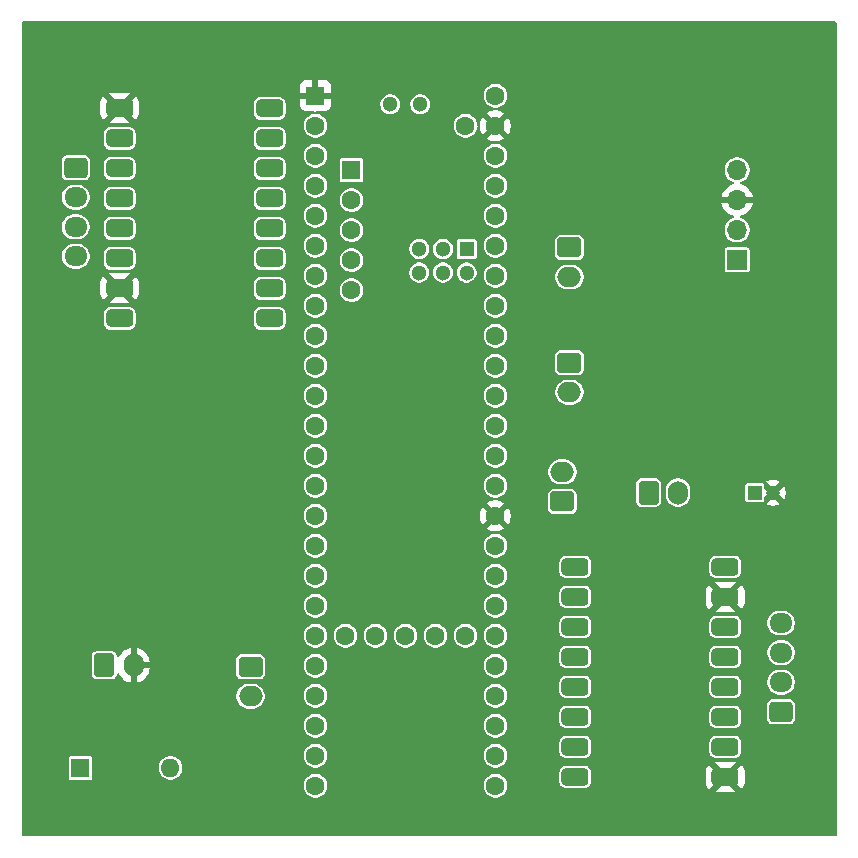
<source format=gbr>
%TF.GenerationSoftware,KiCad,Pcbnew,9.0.1*%
%TF.CreationDate,2025-05-12T19:20:38-04:00*%
%TF.ProjectId,science-board-new,73636965-6e63-4652-9d62-6f6172642d6e,rev?*%
%TF.SameCoordinates,Original*%
%TF.FileFunction,Copper,L2,Inr*%
%TF.FilePolarity,Positive*%
%FSLAX46Y46*%
G04 Gerber Fmt 4.6, Leading zero omitted, Abs format (unit mm)*
G04 Created by KiCad (PCBNEW 9.0.1) date 2025-05-12 19:20:38*
%MOMM*%
%LPD*%
G01*
G04 APERTURE LIST*
G04 Aperture macros list*
%AMRoundRect*
0 Rectangle with rounded corners*
0 $1 Rounding radius*
0 $2 $3 $4 $5 $6 $7 $8 $9 X,Y pos of 4 corners*
0 Add a 4 corners polygon primitive as box body*
4,1,4,$2,$3,$4,$5,$6,$7,$8,$9,$2,$3,0*
0 Add four circle primitives for the rounded corners*
1,1,$1+$1,$2,$3*
1,1,$1+$1,$4,$5*
1,1,$1+$1,$6,$7*
1,1,$1+$1,$8,$9*
0 Add four rect primitives between the rounded corners*
20,1,$1+$1,$2,$3,$4,$5,0*
20,1,$1+$1,$4,$5,$6,$7,0*
20,1,$1+$1,$6,$7,$8,$9,0*
20,1,$1+$1,$8,$9,$2,$3,0*%
G04 Aperture macros list end*
%TA.AperFunction,ComponentPad*%
%ADD10O,1.600000X1.600000*%
%TD*%
%TA.AperFunction,ComponentPad*%
%ADD11R,1.600000X1.600000*%
%TD*%
%TA.AperFunction,ComponentPad*%
%ADD12O,1.700000X2.000000*%
%TD*%
%TA.AperFunction,ComponentPad*%
%ADD13RoundRect,0.250000X-0.600000X-0.750000X0.600000X-0.750000X0.600000X0.750000X-0.600000X0.750000X0*%
%TD*%
%TA.AperFunction,ComponentPad*%
%ADD14R,1.700000X1.700000*%
%TD*%
%TA.AperFunction,ComponentPad*%
%ADD15O,1.700000X1.700000*%
%TD*%
%TA.AperFunction,ComponentPad*%
%ADD16RoundRect,0.250000X0.725000X-0.600000X0.725000X0.600000X-0.725000X0.600000X-0.725000X-0.600000X0*%
%TD*%
%TA.AperFunction,ComponentPad*%
%ADD17O,1.950000X1.700000*%
%TD*%
%TA.AperFunction,ComponentPad*%
%ADD18RoundRect,0.381000X0.762000X0.381000X-0.762000X0.381000X-0.762000X-0.381000X0.762000X-0.381000X0*%
%TD*%
%TA.AperFunction,ComponentPad*%
%ADD19RoundRect,0.381000X-0.762000X-0.381000X0.762000X-0.381000X0.762000X0.381000X-0.762000X0.381000X0*%
%TD*%
%TA.AperFunction,ComponentPad*%
%ADD20RoundRect,0.250000X-0.750000X0.600000X-0.750000X-0.600000X0.750000X-0.600000X0.750000X0.600000X0*%
%TD*%
%TA.AperFunction,ComponentPad*%
%ADD21O,2.000000X1.700000*%
%TD*%
%TA.AperFunction,ComponentPad*%
%ADD22C,1.600000*%
%TD*%
%TA.AperFunction,ComponentPad*%
%ADD23R,1.300000X1.300000*%
%TD*%
%TA.AperFunction,ComponentPad*%
%ADD24C,1.300000*%
%TD*%
%TA.AperFunction,ComponentPad*%
%ADD25R,1.200000X1.200000*%
%TD*%
%TA.AperFunction,ComponentPad*%
%ADD26C,1.200000*%
%TD*%
%TA.AperFunction,ComponentPad*%
%ADD27RoundRect,0.250000X-0.725000X0.600000X-0.725000X-0.600000X0.725000X-0.600000X0.725000X0.600000X0*%
%TD*%
%TA.AperFunction,ComponentPad*%
%ADD28RoundRect,0.250000X0.750000X-0.600000X0.750000X0.600000X-0.750000X0.600000X-0.750000X-0.600000X0*%
%TD*%
%TA.AperFunction,Conductor*%
%ADD29C,0.200000*%
%TD*%
G04 APERTURE END LIST*
D10*
%TO.N,Net-(24To5V1-Vin)*%
%TO.C,Switch1*%
X78102500Y-128700000D03*
D11*
%TO.N,Net-(24V1-Pin_1)*%
X70482500Y-128700000D03*
%TD*%
D12*
%TO.N,/GND_Teensy*%
%TO.C,24V1*%
X75000000Y-120000000D03*
D13*
%TO.N,Net-(24V1-Pin_1)*%
X72500000Y-120000000D03*
%TD*%
%TO.N,/TX_Serial_3*%
%TO.C,Serial3*%
X118580000Y-105390000D03*
D12*
%TO.N,/RX_Serial_3*%
X121080000Y-105390000D03*
%TD*%
D14*
%TO.N,unconnected-(24To5V1-SHDN-Pad1)*%
%TO.C,24To5V1*%
X126080000Y-85690000D03*
D15*
%TO.N,Net-(24To5V1-Vin)*%
X126080000Y-83150000D03*
%TO.N,/GND_Teensy*%
X126080000Y-80610000D03*
%TO.N,Net-(24To5V1-Vout)*%
X126080000Y-78070000D03*
%TD*%
D16*
%TO.N,Net-(Stepper2-Pin_1)*%
%TO.C,Stepper2*%
X129800000Y-123940000D03*
D17*
%TO.N,Net-(Stepper2-Pin_2)*%
X129800000Y-121440000D03*
%TO.N,Net-(Stepper2-Pin_3)*%
X129800000Y-118940000D03*
%TO.N,Net-(Stepper2-Pin_4)*%
X129800000Y-116440000D03*
%TD*%
D18*
%TO.N,/OUT_2*%
%TO.C,StepperController1*%
X86500000Y-90640000D03*
%TO.N,unconnected-(StepperController1-MS1-Pad2)*%
X86500000Y-88100000D03*
%TO.N,unconnected-(StepperController1-MS2-Pad3)*%
X86500000Y-85560000D03*
%TO.N,/TX_Stepper_Motor_1*%
X86500000Y-83020000D03*
%TO.N,/RX_Stepper_Motor_1*%
X86500000Y-80480000D03*
%TO.N,unconnected-(StepperController1-CLK-Pad6)*%
X86500000Y-77940000D03*
%TO.N,/STEP_Stepper_Motor_1*%
X86500000Y-75400000D03*
%TO.N,/DIR_Stepper_Motor_1*%
X86500000Y-72860000D03*
%TO.N,Net-(24To5V1-Vin)*%
X73800000Y-90640000D03*
%TO.N,/GND_Teensy*%
X73800000Y-88100000D03*
%TO.N,Net-(Stepper1-Pin_4)*%
X73800000Y-85560000D03*
%TO.N,Net-(Stepper1-Pin_3)*%
X73800000Y-83020000D03*
%TO.N,Net-(Stepper1-Pin_2)*%
X73800000Y-80480000D03*
%TO.N,Net-(Stepper1-Pin_1)*%
X73800000Y-77940000D03*
%TO.N,/3v3_Stepper_Motor_1*%
X73800000Y-75400000D03*
%TO.N,/GND_Teensy*%
X73800000Y-72860000D03*
%TD*%
D19*
%TO.N,/OUT_1*%
%TO.C,StepperController2*%
X112380000Y-111690000D03*
%TO.N,unconnected-(StepperController2-MS1-Pad2)*%
X112380000Y-114230000D03*
%TO.N,unconnected-(StepperController2-MS2-Pad3)*%
X112380000Y-116770000D03*
%TO.N,/TX_Stepper_Motor_2*%
X112380000Y-119310000D03*
%TO.N,/RX_Stepper_Motor_2*%
X112380000Y-121850000D03*
%TO.N,unconnected-(StepperController2-CLK-Pad6)*%
X112380000Y-124390000D03*
%TO.N,/STEP_Stepper_Motor_2*%
X112380000Y-126930000D03*
%TO.N,/DIR_Stepper_Motor_2*%
X112380000Y-129470000D03*
%TO.N,Net-(24To5V1-Vin)*%
X125080000Y-111690000D03*
%TO.N,/GND_Teensy*%
X125080000Y-114230000D03*
%TO.N,Net-(Stepper2-Pin_4)*%
X125080000Y-116770000D03*
%TO.N,Net-(Stepper2-Pin_3)*%
X125080000Y-119310000D03*
%TO.N,Net-(Stepper2-Pin_2)*%
X125080000Y-121850000D03*
%TO.N,Net-(Stepper2-Pin_1)*%
X125080000Y-124390000D03*
%TO.N,/3v3_Stepper_Motor_2*%
X125080000Y-126930000D03*
%TO.N,/GND_Teensy*%
X125080000Y-129470000D03*
%TD*%
D20*
%TO.N,/RX_drill*%
%TO.C,BrushedMotorControllerSerial1*%
X84880000Y-120140000D03*
D21*
%TO.N,/TX_drill*%
X84880000Y-122640000D03*
%TD*%
D11*
%TO.N,/GND_Teensy*%
%TO.C,U1*%
X90370000Y-71790000D03*
D22*
%TO.N,/RX_Stepper_Motor_1*%
X90370000Y-74330000D03*
%TO.N,/TX_Stepper_Motor_1*%
X90370000Y-76870000D03*
%TO.N,/OUT_2*%
X90370000Y-79410000D03*
%TO.N,unconnected-(U1-3_LRCLK2-Pad5)*%
X90370000Y-81950000D03*
%TO.N,unconnected-(U1-4_BCLK2-Pad6)*%
X90370000Y-84490000D03*
%TO.N,unconnected-(U1-5_IN2-Pad7)*%
X90370000Y-87030000D03*
%TO.N,unconnected-(U1-6_OUT1D-Pad8)*%
X90370000Y-89570000D03*
%TO.N,/RX_Stepper_Motor_2*%
X90370000Y-92110000D03*
%TO.N,/TX_Stepper_Motor_2*%
X90370000Y-94650000D03*
%TO.N,/OUT_1*%
X90370000Y-97190000D03*
%TO.N,/DIR_Stepper_Motor_2*%
X90370000Y-99730000D03*
%TO.N,/STEP_Stepper_Motor_2*%
X90370000Y-102270000D03*
%TO.N,/STEP_Stepper_Motor_1*%
X90370000Y-104810000D03*
%TO.N,/3v3_Stepper_Motor_2*%
X90370000Y-107350000D03*
%TO.N,unconnected-(U1-24_A10_TX6_SCL2-Pad16)*%
X90370000Y-109890000D03*
%TO.N,unconnected-(U1-25_A11_RX6_SDA2-Pad17)*%
X90370000Y-112430000D03*
%TO.N,unconnected-(U1-26_A12_MOSI1-Pad18)*%
X90370000Y-114970000D03*
%TO.N,/DIR_Stepper_Motor_1*%
X90370000Y-117510000D03*
%TO.N,/RX_drill*%
X90370000Y-120050000D03*
%TO.N,/TX_drill*%
X90370000Y-122590000D03*
%TO.N,unconnected-(U1-30_CRX3-Pad22)*%
X90370000Y-125130000D03*
%TO.N,unconnected-(U1-31_CTX3-Pad23)*%
X90370000Y-127670000D03*
%TO.N,unconnected-(U1-32_OUT1B-Pad24)*%
X90370000Y-130210000D03*
%TO.N,unconnected-(U1-33_MCLK2-Pad25)*%
X105610000Y-130210000D03*
%TO.N,/RX_Serial_3*%
X105610000Y-127670000D03*
%TO.N,/TX_Serial_3*%
X105610000Y-125130000D03*
%TO.N,unconnected-(U1-36_CS-Pad28)*%
X105610000Y-122590000D03*
%TO.N,unconnected-(U1-37_CS-Pad29)*%
X105610000Y-120050000D03*
%TO.N,unconnected-(U1-38_CS1_IN1-Pad30)*%
X105610000Y-117510000D03*
%TO.N,unconnected-(U1-39_MISO1_OUT1A-Pad31)*%
X105610000Y-114970000D03*
%TO.N,unconnected-(U1-40_A16-Pad32)*%
X105610000Y-112430000D03*
%TO.N,unconnected-(U1-41_A17-Pad33)*%
X105610000Y-109890000D03*
%TO.N,/GND_Teensy*%
X105610000Y-107350000D03*
%TO.N,unconnected-(U1-13_SCK_LED-Pad35)*%
X105610000Y-104810000D03*
%TO.N,/TX_Serial_2*%
X105610000Y-102270000D03*
%TO.N,/RX_Serial_2*%
X105610000Y-99730000D03*
%TO.N,/RX_Serial_1*%
X105610000Y-97190000D03*
%TO.N,/TX_Serial_1*%
X105610000Y-94650000D03*
%TO.N,unconnected-(U1-18_A4_SDA-Pad40)*%
X105610000Y-92110000D03*
%TO.N,unconnected-(U1-19_A5_SCL-Pad41)*%
X105610000Y-89570000D03*
%TO.N,/TX_5_H_Bridge*%
X105610000Y-87030000D03*
%TO.N,/RX_5_H_Bridge*%
X105610000Y-84490000D03*
%TO.N,unconnected-(U1-22_A8_CTX1-Pad44)*%
X105610000Y-81950000D03*
%TO.N,unconnected-(U1-23_A9_CRX1_MCLK1-Pad45)*%
X105610000Y-79410000D03*
%TO.N,/3v3_Stepper_Motor_1*%
X105610000Y-76870000D03*
%TO.N,/GND_Teensy*%
X105610000Y-74330000D03*
%TO.N,Net-(24To5V1-Vout)*%
X105610000Y-71790000D03*
%TO.N,unconnected-(U1-VUSB-Pad49)*%
X103070000Y-74330000D03*
%TO.N,unconnected-(U1-VBAT-Pad50)*%
X92910000Y-117510000D03*
%TO.N,unconnected-(U1-3V3-Pad51)*%
X95450000Y-117510000D03*
%TO.N,unconnected-(U1-GND-Pad52)*%
X97990000Y-117510000D03*
%TO.N,unconnected-(U1-PROGRAM-Pad53)*%
X100530000Y-117510000D03*
%TO.N,unconnected-(U1-ON_OFF-Pad54)*%
X103070000Y-117510000D03*
D11*
%TO.N,unconnected-(U1-5V-Pad55)*%
X93420800Y-78089200D03*
D22*
%TO.N,unconnected-(U1-D--Pad56)*%
X93420800Y-80629200D03*
%TO.N,unconnected-(U1-D+-Pad57)*%
X93420800Y-83169200D03*
%TO.N,unconnected-(U1-GND-Pad58)*%
X93420800Y-85709200D03*
%TO.N,unconnected-(U1-GND-Pad59)*%
X93420800Y-88249200D03*
D23*
%TO.N,unconnected-(U1-R+-Pad60)*%
X103171600Y-84760000D03*
D24*
%TO.N,unconnected-(U1-LED-Pad61)*%
X101171600Y-84760000D03*
%TO.N,unconnected-(U1-T--Pad62)*%
X99171600Y-84760000D03*
%TO.N,unconnected-(U1-T+-Pad63)*%
X99171600Y-86760000D03*
%TO.N,unconnected-(U1-GND-Pad64)*%
X101171600Y-86760000D03*
%TO.N,unconnected-(U1-R--Pad65)*%
X103171600Y-86760000D03*
%TO.N,unconnected-(U1-D--Pad66)*%
X99260000Y-72520000D03*
%TO.N,unconnected-(U1-D+-Pad67)*%
X96720000Y-72520000D03*
%TD*%
D25*
%TO.N,Net-(24To5V1-Vin)*%
%TO.C,C1*%
X127580000Y-105390000D03*
D26*
%TO.N,/GND_Teensy*%
X129080000Y-105390000D03*
%TD*%
D20*
%TO.N,/TX_Serial_1*%
%TO.C,Serial1*%
X111880000Y-94390000D03*
D21*
%TO.N,/RX_Serial_1*%
X111880000Y-96890000D03*
%TD*%
D27*
%TO.N,Net-(Stepper1-Pin_1)*%
%TO.C,Stepper1*%
X70080000Y-77890000D03*
D17*
%TO.N,Net-(Stepper1-Pin_2)*%
X70080000Y-80390000D03*
%TO.N,Net-(Stepper1-Pin_3)*%
X70080000Y-82890000D03*
%TO.N,Net-(Stepper1-Pin_4)*%
X70080000Y-85390000D03*
%TD*%
D28*
%TO.N,/TX_Serial_2*%
%TO.C,Serial2*%
X111280000Y-106140000D03*
D21*
%TO.N,/RX_Serial_2*%
X111280000Y-103640000D03*
%TD*%
D20*
%TO.N,/RX_5_H_Bridge*%
%TO.C,H_Bridge_Serial1*%
X111880000Y-84640000D03*
D21*
%TO.N,/TX_5_H_Bridge*%
X111880000Y-87140000D03*
%TD*%
D29*
%TO.N,/STEP_Stepper_Motor_1*%
X86500000Y-75400000D02*
X86530000Y-75430000D01*
%TD*%
%TA.AperFunction,Conductor*%
%TO.N,/GND_Teensy*%
G36*
X134442539Y-65520185D02*
G01*
X134488294Y-65572989D01*
X134499500Y-65624500D01*
X134499500Y-134375500D01*
X134479815Y-134442539D01*
X134427011Y-134488294D01*
X134375500Y-134499500D01*
X65624500Y-134499500D01*
X65557461Y-134479815D01*
X65511706Y-134427011D01*
X65500500Y-134375500D01*
X65500500Y-130308543D01*
X89369499Y-130308543D01*
X89407947Y-130501829D01*
X89407950Y-130501839D01*
X89483364Y-130683907D01*
X89483371Y-130683920D01*
X89592860Y-130847781D01*
X89592863Y-130847785D01*
X89732214Y-130987136D01*
X89732218Y-130987139D01*
X89896079Y-131096628D01*
X89896092Y-131096635D01*
X90078160Y-131172049D01*
X90078165Y-131172051D01*
X90078169Y-131172051D01*
X90078170Y-131172052D01*
X90271456Y-131210500D01*
X90271459Y-131210500D01*
X90468543Y-131210500D01*
X90598582Y-131184632D01*
X90661835Y-131172051D01*
X90843914Y-131096632D01*
X91007782Y-130987139D01*
X91147139Y-130847782D01*
X91256632Y-130683914D01*
X91332051Y-130501835D01*
X91366575Y-130328275D01*
X91370500Y-130308543D01*
X104609499Y-130308543D01*
X104647947Y-130501829D01*
X104647950Y-130501839D01*
X104723364Y-130683907D01*
X104723371Y-130683920D01*
X104832860Y-130847781D01*
X104832863Y-130847785D01*
X104972214Y-130987136D01*
X104972218Y-130987139D01*
X105136079Y-131096628D01*
X105136092Y-131096635D01*
X105318160Y-131172049D01*
X105318165Y-131172051D01*
X105318169Y-131172051D01*
X105318170Y-131172052D01*
X105511456Y-131210500D01*
X105511459Y-131210500D01*
X105708543Y-131210500D01*
X105838582Y-131184632D01*
X105901835Y-131172051D01*
X106083914Y-131096632D01*
X106247782Y-130987139D01*
X106387139Y-130847782D01*
X106496632Y-130683914D01*
X106496635Y-130683907D01*
X106514681Y-130640341D01*
X106572049Y-130501839D01*
X106572051Y-130501835D01*
X106606575Y-130328275D01*
X106610500Y-130308543D01*
X106610500Y-130111456D01*
X106572052Y-129918170D01*
X106572051Y-129918169D01*
X106572051Y-129918165D01*
X106554084Y-129874789D01*
X106496635Y-129736092D01*
X106496628Y-129736079D01*
X106387139Y-129572218D01*
X106387136Y-129572214D01*
X106247785Y-129432863D01*
X106247781Y-129432860D01*
X106083920Y-129323371D01*
X106083907Y-129323364D01*
X105901839Y-129247950D01*
X105901829Y-129247947D01*
X105708543Y-129209500D01*
X105708541Y-129209500D01*
X105511459Y-129209500D01*
X105511457Y-129209500D01*
X105318170Y-129247947D01*
X105318160Y-129247950D01*
X105136092Y-129323364D01*
X105136079Y-129323371D01*
X104972218Y-129432860D01*
X104972214Y-129432863D01*
X104832863Y-129572214D01*
X104832860Y-129572218D01*
X104723371Y-129736079D01*
X104723364Y-129736092D01*
X104647950Y-129918160D01*
X104647947Y-129918170D01*
X104609500Y-130111456D01*
X104609500Y-130111459D01*
X104609500Y-130308541D01*
X104609500Y-130308543D01*
X104609499Y-130308543D01*
X91370500Y-130308543D01*
X91370500Y-130111456D01*
X91332052Y-129918170D01*
X91332051Y-129918169D01*
X91332051Y-129918165D01*
X91314084Y-129874789D01*
X91256635Y-129736092D01*
X91256628Y-129736079D01*
X91147139Y-129572218D01*
X91147136Y-129572214D01*
X91007785Y-129432863D01*
X91007781Y-129432860D01*
X90843920Y-129323371D01*
X90843907Y-129323364D01*
X90661839Y-129247950D01*
X90661829Y-129247947D01*
X90468543Y-129209500D01*
X90468541Y-129209500D01*
X90271459Y-129209500D01*
X90271457Y-129209500D01*
X90078170Y-129247947D01*
X90078160Y-129247950D01*
X89896092Y-129323364D01*
X89896079Y-129323371D01*
X89732218Y-129432860D01*
X89732214Y-129432863D01*
X89592863Y-129572214D01*
X89592860Y-129572218D01*
X89483371Y-129736079D01*
X89483364Y-129736092D01*
X89407950Y-129918160D01*
X89407947Y-129918170D01*
X89369500Y-130111456D01*
X89369500Y-130111459D01*
X89369500Y-130308541D01*
X89369500Y-130308543D01*
X89369499Y-130308543D01*
X65500500Y-130308543D01*
X65500500Y-127880247D01*
X69482000Y-127880247D01*
X69482000Y-129519752D01*
X69493631Y-129578229D01*
X69493632Y-129578230D01*
X69537947Y-129644552D01*
X69604269Y-129688867D01*
X69604270Y-129688868D01*
X69662747Y-129700499D01*
X69662750Y-129700500D01*
X69662752Y-129700500D01*
X71302250Y-129700500D01*
X71302251Y-129700499D01*
X71317068Y-129697552D01*
X71360729Y-129688868D01*
X71360729Y-129688867D01*
X71360731Y-129688867D01*
X71427052Y-129644552D01*
X71471367Y-129578231D01*
X71471367Y-129578229D01*
X71471368Y-129578229D01*
X71482999Y-129519752D01*
X71483000Y-129519750D01*
X71483000Y-128798543D01*
X77101999Y-128798543D01*
X77140447Y-128991829D01*
X77140450Y-128991839D01*
X77215864Y-129173907D01*
X77215871Y-129173920D01*
X77325360Y-129337781D01*
X77325363Y-129337785D01*
X77464714Y-129477136D01*
X77464718Y-129477139D01*
X77628579Y-129586628D01*
X77628592Y-129586635D01*
X77810660Y-129662049D01*
X77810665Y-129662051D01*
X77810669Y-129662051D01*
X77810670Y-129662052D01*
X78003956Y-129700500D01*
X78003959Y-129700500D01*
X78201043Y-129700500D01*
X78331082Y-129674632D01*
X78394335Y-129662051D01*
X78576414Y-129586632D01*
X78740282Y-129477139D01*
X78879639Y-129337782D01*
X78989132Y-129173914D01*
X79040090Y-129050890D01*
X79040096Y-129050876D01*
X111036500Y-129050876D01*
X111036500Y-129889123D01*
X111051467Y-130002801D01*
X111051467Y-130002802D01*
X111110060Y-130144258D01*
X111110061Y-130144259D01*
X111203269Y-130265731D01*
X111324741Y-130358939D01*
X111466198Y-130417533D01*
X111579884Y-130432500D01*
X111579891Y-130432500D01*
X113180109Y-130432500D01*
X113180116Y-130432500D01*
X113293802Y-130417533D01*
X113435259Y-130358939D01*
X113556731Y-130265731D01*
X113649939Y-130144259D01*
X113708533Y-130002802D01*
X113723500Y-129889116D01*
X113723500Y-129050884D01*
X113718433Y-129012395D01*
X123437000Y-129012395D01*
X123437000Y-129927605D01*
X123437001Y-129927609D01*
X123439917Y-129970632D01*
X123439917Y-129970634D01*
X123486165Y-130156602D01*
X123571307Y-130328275D01*
X123691364Y-130477631D01*
X123706582Y-130489864D01*
X124490439Y-129706008D01*
X124517271Y-129770785D01*
X124586764Y-129874789D01*
X124675211Y-129963236D01*
X124779215Y-130032729D01*
X124843990Y-130059560D01*
X124179227Y-130724322D01*
X124198365Y-130729081D01*
X124241395Y-130731999D01*
X125918605Y-130731999D01*
X125918609Y-130731998D01*
X125961634Y-130729082D01*
X125980771Y-130724323D01*
X125980771Y-130724322D01*
X125316008Y-130059560D01*
X125380785Y-130032729D01*
X125484789Y-129963236D01*
X125573236Y-129874789D01*
X125642729Y-129770785D01*
X125669560Y-129706008D01*
X126453416Y-130489864D01*
X126453417Y-130489864D01*
X126468631Y-130477635D01*
X126588693Y-130328272D01*
X126673834Y-130156602D01*
X126720081Y-129970640D01*
X126722999Y-129927604D01*
X126722999Y-129012394D01*
X126722998Y-129012390D01*
X126720082Y-128969367D01*
X126720082Y-128969365D01*
X126673834Y-128783397D01*
X126588692Y-128611724D01*
X126468636Y-128462368D01*
X126468631Y-128462363D01*
X126453417Y-128450134D01*
X125669560Y-129233990D01*
X125642729Y-129169215D01*
X125573236Y-129065211D01*
X125484789Y-128976764D01*
X125380785Y-128907271D01*
X125316008Y-128880439D01*
X125980770Y-128215676D01*
X125961637Y-128210918D01*
X125918604Y-128208000D01*
X124241394Y-128208000D01*
X124241390Y-128208001D01*
X124198370Y-128210917D01*
X124198367Y-128210917D01*
X124179228Y-128215676D01*
X124843991Y-128880439D01*
X124779215Y-128907271D01*
X124675211Y-128976764D01*
X124586764Y-129065211D01*
X124517271Y-129169215D01*
X124490439Y-129233990D01*
X123706581Y-128450133D01*
X123691370Y-128462362D01*
X123691362Y-128462369D01*
X123571307Y-128611724D01*
X123486165Y-128783397D01*
X123439918Y-128969359D01*
X123437000Y-129012395D01*
X113718433Y-129012395D01*
X113708533Y-128937198D01*
X113649939Y-128795741D01*
X113556731Y-128674269D01*
X113461842Y-128601459D01*
X113435258Y-128581060D01*
X113352395Y-128546737D01*
X113293802Y-128522467D01*
X113279591Y-128520596D01*
X113180123Y-128507500D01*
X113180116Y-128507500D01*
X111579884Y-128507500D01*
X111579876Y-128507500D01*
X111466198Y-128522467D01*
X111466197Y-128522467D01*
X111324741Y-128581060D01*
X111203269Y-128674269D01*
X111110060Y-128795741D01*
X111051467Y-128937197D01*
X111051467Y-128937198D01*
X111036500Y-129050876D01*
X79040096Y-129050876D01*
X79061429Y-128999373D01*
X79064549Y-128991839D01*
X79064551Y-128991835D01*
X79103000Y-128798541D01*
X79103000Y-128601459D01*
X79103000Y-128601456D01*
X79064552Y-128408170D01*
X79064551Y-128408169D01*
X79064551Y-128408165D01*
X79022973Y-128307785D01*
X78989135Y-128226092D01*
X78989128Y-128226079D01*
X78879639Y-128062218D01*
X78879636Y-128062214D01*
X78740285Y-127922863D01*
X78740281Y-127922860D01*
X78576420Y-127813371D01*
X78576407Y-127813364D01*
X78468198Y-127768543D01*
X89369499Y-127768543D01*
X89407947Y-127961829D01*
X89407950Y-127961839D01*
X89483364Y-128143907D01*
X89483371Y-128143920D01*
X89592860Y-128307781D01*
X89592863Y-128307785D01*
X89732214Y-128447136D01*
X89732218Y-128447139D01*
X89896079Y-128556628D01*
X89896092Y-128556635D01*
X90078160Y-128632049D01*
X90078165Y-128632051D01*
X90078169Y-128632051D01*
X90078170Y-128632052D01*
X90271456Y-128670500D01*
X90271459Y-128670500D01*
X90468543Y-128670500D01*
X90598582Y-128644632D01*
X90661835Y-128632051D01*
X90843914Y-128556632D01*
X91007782Y-128447139D01*
X91147139Y-128307782D01*
X91256632Y-128143914D01*
X91332051Y-127961835D01*
X91361583Y-127813371D01*
X91370500Y-127768543D01*
X104609499Y-127768543D01*
X104647947Y-127961829D01*
X104647950Y-127961839D01*
X104723364Y-128143907D01*
X104723371Y-128143920D01*
X104832860Y-128307781D01*
X104832863Y-128307785D01*
X104972214Y-128447136D01*
X104972218Y-128447139D01*
X105136079Y-128556628D01*
X105136092Y-128556635D01*
X105318160Y-128632049D01*
X105318165Y-128632051D01*
X105318169Y-128632051D01*
X105318170Y-128632052D01*
X105511456Y-128670500D01*
X105511459Y-128670500D01*
X105708543Y-128670500D01*
X105838582Y-128644632D01*
X105901835Y-128632051D01*
X106083914Y-128556632D01*
X106247782Y-128447139D01*
X106387139Y-128307782D01*
X106432876Y-128239331D01*
X106470307Y-128183313D01*
X106496628Y-128143920D01*
X106496628Y-128143919D01*
X106496632Y-128143914D01*
X106572051Y-127961835D01*
X106601583Y-127813371D01*
X106610500Y-127768543D01*
X106610500Y-127571456D01*
X106572052Y-127378170D01*
X106572051Y-127378169D01*
X106572051Y-127378165D01*
X106560016Y-127349109D01*
X106496635Y-127196092D01*
X106496628Y-127196079D01*
X106387139Y-127032218D01*
X106387136Y-127032214D01*
X106247785Y-126892863D01*
X106247781Y-126892860D01*
X106083920Y-126783371D01*
X106083907Y-126783364D01*
X105901839Y-126707950D01*
X105901829Y-126707947D01*
X105708543Y-126669500D01*
X105708541Y-126669500D01*
X105511459Y-126669500D01*
X105511457Y-126669500D01*
X105318170Y-126707947D01*
X105318160Y-126707950D01*
X105136092Y-126783364D01*
X105136079Y-126783371D01*
X104972218Y-126892860D01*
X104972214Y-126892863D01*
X104832863Y-127032214D01*
X104832860Y-127032218D01*
X104723371Y-127196079D01*
X104723364Y-127196092D01*
X104647950Y-127378160D01*
X104647947Y-127378170D01*
X104609500Y-127571456D01*
X104609500Y-127571459D01*
X104609500Y-127768541D01*
X104609500Y-127768543D01*
X104609499Y-127768543D01*
X91370500Y-127768543D01*
X91370500Y-127571456D01*
X91332052Y-127378170D01*
X91332051Y-127378169D01*
X91332051Y-127378165D01*
X91320016Y-127349109D01*
X91256635Y-127196092D01*
X91256628Y-127196079D01*
X91147139Y-127032218D01*
X91147136Y-127032214D01*
X91007785Y-126892863D01*
X91007781Y-126892860D01*
X90843920Y-126783371D01*
X90843907Y-126783364D01*
X90661839Y-126707950D01*
X90661829Y-126707947D01*
X90468543Y-126669500D01*
X90468541Y-126669500D01*
X90271459Y-126669500D01*
X90271457Y-126669500D01*
X90078170Y-126707947D01*
X90078160Y-126707950D01*
X89896092Y-126783364D01*
X89896079Y-126783371D01*
X89732218Y-126892860D01*
X89732214Y-126892863D01*
X89592863Y-127032214D01*
X89592860Y-127032218D01*
X89483371Y-127196079D01*
X89483364Y-127196092D01*
X89407950Y-127378160D01*
X89407947Y-127378170D01*
X89369500Y-127571456D01*
X89369500Y-127571459D01*
X89369500Y-127768541D01*
X89369500Y-127768543D01*
X89369499Y-127768543D01*
X78468198Y-127768543D01*
X78394339Y-127737950D01*
X78394329Y-127737947D01*
X78201043Y-127699500D01*
X78201041Y-127699500D01*
X78003959Y-127699500D01*
X78003957Y-127699500D01*
X77810670Y-127737947D01*
X77810660Y-127737950D01*
X77628592Y-127813364D01*
X77628579Y-127813371D01*
X77464718Y-127922860D01*
X77464714Y-127922863D01*
X77325363Y-128062214D01*
X77325360Y-128062218D01*
X77215871Y-128226079D01*
X77215864Y-128226092D01*
X77140450Y-128408160D01*
X77140447Y-128408170D01*
X77102000Y-128601456D01*
X77102000Y-128601459D01*
X77102000Y-128798541D01*
X77102000Y-128798543D01*
X77101999Y-128798543D01*
X71483000Y-128798543D01*
X71483000Y-127880249D01*
X71482999Y-127880247D01*
X71471368Y-127821770D01*
X71471367Y-127821769D01*
X71427052Y-127755447D01*
X71360730Y-127711132D01*
X71360729Y-127711131D01*
X71302252Y-127699500D01*
X71302248Y-127699500D01*
X69662752Y-127699500D01*
X69662747Y-127699500D01*
X69604270Y-127711131D01*
X69604269Y-127711132D01*
X69537947Y-127755447D01*
X69493632Y-127821769D01*
X69493631Y-127821770D01*
X69482000Y-127880247D01*
X65500500Y-127880247D01*
X65500500Y-126510876D01*
X111036500Y-126510876D01*
X111036500Y-127349123D01*
X111051467Y-127462801D01*
X111051467Y-127462802D01*
X111110060Y-127604258D01*
X111110061Y-127604259D01*
X111203269Y-127725731D01*
X111324741Y-127818939D01*
X111466198Y-127877533D01*
X111579884Y-127892500D01*
X111579891Y-127892500D01*
X113180109Y-127892500D01*
X113180116Y-127892500D01*
X113293802Y-127877533D01*
X113435259Y-127818939D01*
X113556731Y-127725731D01*
X113649939Y-127604259D01*
X113708533Y-127462802D01*
X113723500Y-127349116D01*
X113723500Y-126510884D01*
X113723499Y-126510876D01*
X123736500Y-126510876D01*
X123736500Y-127349123D01*
X123751467Y-127462801D01*
X123751467Y-127462802D01*
X123810060Y-127604258D01*
X123810061Y-127604259D01*
X123903269Y-127725731D01*
X124024741Y-127818939D01*
X124166198Y-127877533D01*
X124279884Y-127892500D01*
X124279891Y-127892500D01*
X125880109Y-127892500D01*
X125880116Y-127892500D01*
X125993802Y-127877533D01*
X126135259Y-127818939D01*
X126256731Y-127725731D01*
X126349939Y-127604259D01*
X126408533Y-127462802D01*
X126423500Y-127349116D01*
X126423500Y-126510884D01*
X126408533Y-126397198D01*
X126349939Y-126255741D01*
X126256731Y-126134269D01*
X126135259Y-126041061D01*
X126135258Y-126041060D01*
X126052395Y-126006737D01*
X125993802Y-125982467D01*
X125979591Y-125980596D01*
X125880123Y-125967500D01*
X125880116Y-125967500D01*
X124279884Y-125967500D01*
X124279876Y-125967500D01*
X124166198Y-125982467D01*
X124166197Y-125982467D01*
X124024741Y-126041060D01*
X123903269Y-126134269D01*
X123810060Y-126255741D01*
X123751467Y-126397197D01*
X123751467Y-126397198D01*
X123736500Y-126510876D01*
X113723499Y-126510876D01*
X113708533Y-126397198D01*
X113649939Y-126255741D01*
X113556731Y-126134269D01*
X113435259Y-126041061D01*
X113435258Y-126041060D01*
X113352395Y-126006737D01*
X113293802Y-125982467D01*
X113279591Y-125980596D01*
X113180123Y-125967500D01*
X113180116Y-125967500D01*
X111579884Y-125967500D01*
X111579876Y-125967500D01*
X111466198Y-125982467D01*
X111466197Y-125982467D01*
X111324741Y-126041060D01*
X111203269Y-126134269D01*
X111110060Y-126255741D01*
X111051467Y-126397197D01*
X111051467Y-126397198D01*
X111036500Y-126510876D01*
X65500500Y-126510876D01*
X65500500Y-125228543D01*
X89369499Y-125228543D01*
X89407947Y-125421829D01*
X89407950Y-125421839D01*
X89483364Y-125603907D01*
X89483371Y-125603920D01*
X89592860Y-125767781D01*
X89592863Y-125767785D01*
X89732214Y-125907136D01*
X89732218Y-125907139D01*
X89896079Y-126016628D01*
X89896092Y-126016635D01*
X90078160Y-126092049D01*
X90078165Y-126092051D01*
X90078169Y-126092051D01*
X90078170Y-126092052D01*
X90271456Y-126130500D01*
X90271459Y-126130500D01*
X90468543Y-126130500D01*
X90598582Y-126104632D01*
X90661835Y-126092051D01*
X90843914Y-126016632D01*
X91007782Y-125907139D01*
X91147139Y-125767782D01*
X91256632Y-125603914D01*
X91332051Y-125421835D01*
X91370500Y-125228543D01*
X104609499Y-125228543D01*
X104647947Y-125421829D01*
X104647950Y-125421839D01*
X104723364Y-125603907D01*
X104723371Y-125603920D01*
X104832860Y-125767781D01*
X104832863Y-125767785D01*
X104972214Y-125907136D01*
X104972218Y-125907139D01*
X105136079Y-126016628D01*
X105136092Y-126016635D01*
X105318160Y-126092049D01*
X105318165Y-126092051D01*
X105318169Y-126092051D01*
X105318170Y-126092052D01*
X105511456Y-126130500D01*
X105511459Y-126130500D01*
X105708543Y-126130500D01*
X105838582Y-126104632D01*
X105901835Y-126092051D01*
X106083914Y-126016632D01*
X106247782Y-125907139D01*
X106387139Y-125767782D01*
X106496632Y-125603914D01*
X106572051Y-125421835D01*
X106610500Y-125228541D01*
X106610500Y-125031459D01*
X106610500Y-125031456D01*
X106572052Y-124838170D01*
X106572051Y-124838169D01*
X106572051Y-124838165D01*
X106536725Y-124752880D01*
X106496635Y-124656092D01*
X106496628Y-124656079D01*
X106387139Y-124492218D01*
X106387136Y-124492214D01*
X106247785Y-124352863D01*
X106247781Y-124352860D01*
X106083920Y-124243371D01*
X106083907Y-124243364D01*
X105901839Y-124167950D01*
X105901829Y-124167947D01*
X105708543Y-124129500D01*
X105708541Y-124129500D01*
X105511459Y-124129500D01*
X105511457Y-124129500D01*
X105318170Y-124167947D01*
X105318160Y-124167950D01*
X105136092Y-124243364D01*
X105136079Y-124243371D01*
X104972218Y-124352860D01*
X104972214Y-124352863D01*
X104832863Y-124492214D01*
X104832860Y-124492218D01*
X104723371Y-124656079D01*
X104723364Y-124656092D01*
X104647950Y-124838160D01*
X104647947Y-124838170D01*
X104609500Y-125031456D01*
X104609500Y-125031459D01*
X104609500Y-125228541D01*
X104609500Y-125228543D01*
X104609499Y-125228543D01*
X91370500Y-125228543D01*
X91370500Y-125228541D01*
X91370500Y-125031459D01*
X91370500Y-125031456D01*
X91332052Y-124838170D01*
X91332051Y-124838169D01*
X91332051Y-124838165D01*
X91296725Y-124752880D01*
X91256635Y-124656092D01*
X91256628Y-124656079D01*
X91147139Y-124492218D01*
X91147136Y-124492214D01*
X91007785Y-124352863D01*
X91007781Y-124352860D01*
X90843920Y-124243371D01*
X90843907Y-124243364D01*
X90661839Y-124167950D01*
X90661829Y-124167947D01*
X90468543Y-124129500D01*
X90468541Y-124129500D01*
X90271459Y-124129500D01*
X90271457Y-124129500D01*
X90078170Y-124167947D01*
X90078160Y-124167950D01*
X89896092Y-124243364D01*
X89896079Y-124243371D01*
X89732218Y-124352860D01*
X89732214Y-124352863D01*
X89592863Y-124492214D01*
X89592860Y-124492218D01*
X89483371Y-124656079D01*
X89483364Y-124656092D01*
X89407950Y-124838160D01*
X89407947Y-124838170D01*
X89369500Y-125031456D01*
X89369500Y-125031459D01*
X89369500Y-125228541D01*
X89369500Y-125228543D01*
X89369499Y-125228543D01*
X65500500Y-125228543D01*
X65500500Y-123970876D01*
X111036500Y-123970876D01*
X111036500Y-124809123D01*
X111051467Y-124922801D01*
X111051467Y-124922802D01*
X111110060Y-125064258D01*
X111110061Y-125064259D01*
X111203269Y-125185731D01*
X111324741Y-125278939D01*
X111466198Y-125337533D01*
X111579884Y-125352500D01*
X111579891Y-125352500D01*
X113180109Y-125352500D01*
X113180116Y-125352500D01*
X113293802Y-125337533D01*
X113435259Y-125278939D01*
X113556731Y-125185731D01*
X113649939Y-125064259D01*
X113708533Y-124922802D01*
X113723500Y-124809116D01*
X113723500Y-123970884D01*
X113723499Y-123970876D01*
X123736500Y-123970876D01*
X123736500Y-124809123D01*
X123751467Y-124922801D01*
X123751467Y-124922802D01*
X123810060Y-125064258D01*
X123810061Y-125064259D01*
X123903269Y-125185731D01*
X124024741Y-125278939D01*
X124166198Y-125337533D01*
X124279884Y-125352500D01*
X124279891Y-125352500D01*
X125880109Y-125352500D01*
X125880116Y-125352500D01*
X125993802Y-125337533D01*
X126135259Y-125278939D01*
X126256731Y-125185731D01*
X126349939Y-125064259D01*
X126408533Y-124922802D01*
X126423500Y-124809116D01*
X126423500Y-123970884D01*
X126408533Y-123857198D01*
X126349939Y-123715741D01*
X126256731Y-123594269D01*
X126135259Y-123501061D01*
X126135258Y-123501060D01*
X126052395Y-123466737D01*
X125993802Y-123442467D01*
X125979591Y-123440596D01*
X125880123Y-123427500D01*
X125880116Y-123427500D01*
X124279884Y-123427500D01*
X124279876Y-123427500D01*
X124166198Y-123442467D01*
X124166197Y-123442467D01*
X124024741Y-123501060D01*
X123903269Y-123594269D01*
X123810060Y-123715741D01*
X123751467Y-123857197D01*
X123751467Y-123857198D01*
X123736500Y-123970876D01*
X113723499Y-123970876D01*
X113708533Y-123857198D01*
X113649939Y-123715741D01*
X113556731Y-123594269D01*
X113435259Y-123501061D01*
X113435258Y-123501060D01*
X113352395Y-123466737D01*
X113293802Y-123442467D01*
X113279591Y-123440596D01*
X113180123Y-123427500D01*
X113180116Y-123427500D01*
X111579884Y-123427500D01*
X111579876Y-123427500D01*
X111466198Y-123442467D01*
X111466197Y-123442467D01*
X111324741Y-123501060D01*
X111203269Y-123594269D01*
X111110060Y-123715741D01*
X111051467Y-123857197D01*
X111051467Y-123857198D01*
X111036500Y-123970876D01*
X65500500Y-123970876D01*
X65500500Y-122536530D01*
X83679500Y-122536530D01*
X83679500Y-122743469D01*
X83719868Y-122946412D01*
X83719870Y-122946420D01*
X83799058Y-123137596D01*
X83914024Y-123309657D01*
X84060342Y-123455975D01*
X84060345Y-123455977D01*
X84232402Y-123570941D01*
X84423580Y-123650130D01*
X84626530Y-123690499D01*
X84626534Y-123690500D01*
X84626535Y-123690500D01*
X85133466Y-123690500D01*
X85133467Y-123690499D01*
X85336420Y-123650130D01*
X85527598Y-123570941D01*
X85699655Y-123455977D01*
X85845977Y-123309655D01*
X85960941Y-123137598D01*
X86040130Y-122946420D01*
X86080500Y-122743465D01*
X86080500Y-122688543D01*
X89369499Y-122688543D01*
X89407947Y-122881829D01*
X89407950Y-122881839D01*
X89483364Y-123063907D01*
X89483371Y-123063920D01*
X89592860Y-123227781D01*
X89592863Y-123227785D01*
X89732214Y-123367136D01*
X89732218Y-123367139D01*
X89896079Y-123476628D01*
X89896092Y-123476635D01*
X90078160Y-123552049D01*
X90078165Y-123552051D01*
X90078169Y-123552051D01*
X90078170Y-123552052D01*
X90271456Y-123590500D01*
X90271459Y-123590500D01*
X90468543Y-123590500D01*
X90598582Y-123564632D01*
X90661835Y-123552051D01*
X90843914Y-123476632D01*
X91007782Y-123367139D01*
X91147139Y-123227782D01*
X91256632Y-123063914D01*
X91332051Y-122881835D01*
X91370500Y-122688543D01*
X104609499Y-122688543D01*
X104647947Y-122881829D01*
X104647950Y-122881839D01*
X104723364Y-123063907D01*
X104723371Y-123063920D01*
X104832860Y-123227781D01*
X104832863Y-123227785D01*
X104972214Y-123367136D01*
X104972218Y-123367139D01*
X105136079Y-123476628D01*
X105136092Y-123476635D01*
X105318160Y-123552049D01*
X105318165Y-123552051D01*
X105318169Y-123552051D01*
X105318170Y-123552052D01*
X105511456Y-123590500D01*
X105511459Y-123590500D01*
X105708543Y-123590500D01*
X105838582Y-123564632D01*
X105901835Y-123552051D01*
X106083914Y-123476632D01*
X106247782Y-123367139D01*
X106329191Y-123285730D01*
X128624500Y-123285730D01*
X128624500Y-124594269D01*
X128627353Y-124624699D01*
X128627353Y-124624701D01*
X128672206Y-124752880D01*
X128672207Y-124752882D01*
X128752850Y-124862150D01*
X128862118Y-124942793D01*
X128904845Y-124957744D01*
X128990299Y-124987646D01*
X129020730Y-124990500D01*
X129020734Y-124990500D01*
X130579270Y-124990500D01*
X130609699Y-124987646D01*
X130609701Y-124987646D01*
X130673790Y-124965219D01*
X130737882Y-124942793D01*
X130847150Y-124862150D01*
X130927793Y-124752882D01*
X130950219Y-124688790D01*
X130972646Y-124624701D01*
X130972646Y-124624699D01*
X130975500Y-124594269D01*
X130975500Y-123285730D01*
X130972646Y-123255300D01*
X130972646Y-123255298D01*
X130927793Y-123127119D01*
X130927792Y-123127117D01*
X130847150Y-123017850D01*
X130737882Y-122937207D01*
X130737880Y-122937206D01*
X130609700Y-122892353D01*
X130579270Y-122889500D01*
X130579266Y-122889500D01*
X129020734Y-122889500D01*
X129020730Y-122889500D01*
X128990300Y-122892353D01*
X128990298Y-122892353D01*
X128862119Y-122937206D01*
X128862117Y-122937207D01*
X128752850Y-123017850D01*
X128672207Y-123127117D01*
X128672206Y-123127119D01*
X128627353Y-123255298D01*
X128627353Y-123255300D01*
X128624500Y-123285730D01*
X106329191Y-123285730D01*
X106387139Y-123227782D01*
X106387179Y-123227721D01*
X106396387Y-123213943D01*
X106496628Y-123063920D01*
X106496628Y-123063919D01*
X106496632Y-123063914D01*
X106572051Y-122881835D01*
X106610500Y-122688541D01*
X106610500Y-122491459D01*
X106610500Y-122491456D01*
X106572052Y-122298170D01*
X106572051Y-122298169D01*
X106572051Y-122298165D01*
X106554576Y-122255977D01*
X106496635Y-122116092D01*
X106496628Y-122116079D01*
X106387139Y-121952218D01*
X106387136Y-121952214D01*
X106247785Y-121812863D01*
X106247781Y-121812860D01*
X106083920Y-121703371D01*
X106083907Y-121703364D01*
X105901839Y-121627950D01*
X105901829Y-121627947D01*
X105708543Y-121589500D01*
X105708541Y-121589500D01*
X105511459Y-121589500D01*
X105511457Y-121589500D01*
X105318170Y-121627947D01*
X105318160Y-121627950D01*
X105136092Y-121703364D01*
X105136079Y-121703371D01*
X104972218Y-121812860D01*
X104972214Y-121812863D01*
X104832863Y-121952214D01*
X104832860Y-121952218D01*
X104723371Y-122116079D01*
X104723364Y-122116092D01*
X104647950Y-122298160D01*
X104647947Y-122298170D01*
X104609500Y-122491456D01*
X104609500Y-122491459D01*
X104609500Y-122688541D01*
X104609500Y-122688543D01*
X104609499Y-122688543D01*
X91370500Y-122688543D01*
X91370500Y-122688541D01*
X91370500Y-122491459D01*
X91370500Y-122491456D01*
X91332052Y-122298170D01*
X91332051Y-122298169D01*
X91332051Y-122298165D01*
X91314576Y-122255977D01*
X91256635Y-122116092D01*
X91256628Y-122116079D01*
X91147139Y-121952218D01*
X91147136Y-121952214D01*
X91007785Y-121812863D01*
X91007781Y-121812860D01*
X90843920Y-121703371D01*
X90843907Y-121703364D01*
X90661839Y-121627950D01*
X90661829Y-121627947D01*
X90468543Y-121589500D01*
X90468541Y-121589500D01*
X90271459Y-121589500D01*
X90271457Y-121589500D01*
X90078170Y-121627947D01*
X90078160Y-121627950D01*
X89896092Y-121703364D01*
X89896079Y-121703371D01*
X89732218Y-121812860D01*
X89732214Y-121812863D01*
X89592863Y-121952214D01*
X89592860Y-121952218D01*
X89483371Y-122116079D01*
X89483364Y-122116092D01*
X89407950Y-122298160D01*
X89407947Y-122298170D01*
X89369500Y-122491456D01*
X89369500Y-122491459D01*
X89369500Y-122688541D01*
X89369500Y-122688543D01*
X89369499Y-122688543D01*
X86080500Y-122688543D01*
X86080500Y-122536535D01*
X86040130Y-122333580D01*
X85960941Y-122142402D01*
X85845977Y-121970345D01*
X85845975Y-121970342D01*
X85699657Y-121824024D01*
X85583501Y-121746412D01*
X85527598Y-121709059D01*
X85513849Y-121703364D01*
X85336420Y-121629870D01*
X85336412Y-121629868D01*
X85133469Y-121589500D01*
X85133465Y-121589500D01*
X84626535Y-121589500D01*
X84626530Y-121589500D01*
X84423587Y-121629868D01*
X84423579Y-121629870D01*
X84232403Y-121709058D01*
X84060342Y-121824024D01*
X83914024Y-121970342D01*
X83799058Y-122142403D01*
X83719870Y-122333579D01*
X83719868Y-122333587D01*
X83679500Y-122536530D01*
X65500500Y-122536530D01*
X65500500Y-119195730D01*
X71449500Y-119195730D01*
X71449500Y-120804269D01*
X71452353Y-120834699D01*
X71452353Y-120834701D01*
X71497206Y-120962880D01*
X71497207Y-120962882D01*
X71577850Y-121072150D01*
X71687118Y-121152793D01*
X71729845Y-121167744D01*
X71815299Y-121197646D01*
X71845730Y-121200500D01*
X71845734Y-121200500D01*
X73154270Y-121200500D01*
X73184699Y-121197646D01*
X73184701Y-121197646D01*
X73248790Y-121175219D01*
X73312882Y-121152793D01*
X73422150Y-121072150D01*
X73502793Y-120962882D01*
X73539648Y-120857557D01*
X73547646Y-120834701D01*
X73547646Y-120834699D01*
X73550500Y-120804269D01*
X73550500Y-120795323D01*
X73570185Y-120728284D01*
X73622989Y-120682529D01*
X73692147Y-120672585D01*
X73755703Y-120701610D01*
X73784985Y-120739028D01*
X73845379Y-120857557D01*
X73970272Y-121029459D01*
X73970276Y-121029464D01*
X74120535Y-121179723D01*
X74120540Y-121179727D01*
X74292442Y-121304620D01*
X74481782Y-121401095D01*
X74683871Y-121466757D01*
X74750000Y-121477231D01*
X74750000Y-120433012D01*
X74807007Y-120465925D01*
X74934174Y-120500000D01*
X75065826Y-120500000D01*
X75192993Y-120465925D01*
X75250000Y-120433012D01*
X75250000Y-121477230D01*
X75316126Y-121466757D01*
X75316129Y-121466757D01*
X75426560Y-121430876D01*
X111036500Y-121430876D01*
X111036500Y-122269123D01*
X111051467Y-122382801D01*
X111051467Y-122382802D01*
X111110060Y-122524258D01*
X111131747Y-122552522D01*
X111203269Y-122645731D01*
X111324741Y-122738939D01*
X111466198Y-122797533D01*
X111579884Y-122812500D01*
X111579891Y-122812500D01*
X113180109Y-122812500D01*
X113180116Y-122812500D01*
X113293802Y-122797533D01*
X113435259Y-122738939D01*
X113556731Y-122645731D01*
X113649939Y-122524259D01*
X113708533Y-122382802D01*
X113723500Y-122269116D01*
X113723500Y-121430884D01*
X113723499Y-121430876D01*
X123736500Y-121430876D01*
X123736500Y-122269123D01*
X123751467Y-122382801D01*
X123751467Y-122382802D01*
X123810060Y-122524258D01*
X123831747Y-122552522D01*
X123903269Y-122645731D01*
X124024741Y-122738939D01*
X124166198Y-122797533D01*
X124279884Y-122812500D01*
X124279891Y-122812500D01*
X125880109Y-122812500D01*
X125880116Y-122812500D01*
X125993802Y-122797533D01*
X126135259Y-122738939D01*
X126256731Y-122645731D01*
X126349939Y-122524259D01*
X126408533Y-122382802D01*
X126423500Y-122269116D01*
X126423500Y-121430884D01*
X126411078Y-121336530D01*
X128624500Y-121336530D01*
X128624500Y-121543469D01*
X128664868Y-121746412D01*
X128664870Y-121746420D01*
X128744058Y-121937596D01*
X128859024Y-122109657D01*
X129005342Y-122255975D01*
X129005345Y-122255977D01*
X129177402Y-122370941D01*
X129368580Y-122450130D01*
X129571530Y-122490499D01*
X129571534Y-122490500D01*
X129571535Y-122490500D01*
X130028466Y-122490500D01*
X130028467Y-122490499D01*
X130231420Y-122450130D01*
X130422598Y-122370941D01*
X130594655Y-122255977D01*
X130740977Y-122109655D01*
X130855941Y-121937598D01*
X130935130Y-121746420D01*
X130975500Y-121543465D01*
X130975500Y-121336535D01*
X130935130Y-121133580D01*
X130855941Y-120942402D01*
X130740977Y-120770345D01*
X130740975Y-120770342D01*
X130594657Y-120624024D01*
X130444830Y-120523914D01*
X130422598Y-120509059D01*
X130231420Y-120429870D01*
X130231412Y-120429868D01*
X130028469Y-120389500D01*
X130028465Y-120389500D01*
X129571535Y-120389500D01*
X129571530Y-120389500D01*
X129368587Y-120429868D01*
X129368579Y-120429870D01*
X129177403Y-120509058D01*
X129005342Y-120624024D01*
X128859024Y-120770342D01*
X128744058Y-120942403D01*
X128664870Y-121133579D01*
X128664868Y-121133587D01*
X128624500Y-121336530D01*
X126411078Y-121336530D01*
X126408533Y-121317198D01*
X126349939Y-121175741D01*
X126256731Y-121054269D01*
X126135259Y-120961061D01*
X126135258Y-120961060D01*
X126052395Y-120926737D01*
X125993802Y-120902467D01*
X125979591Y-120900596D01*
X125880123Y-120887500D01*
X125880116Y-120887500D01*
X124279884Y-120887500D01*
X124279876Y-120887500D01*
X124166198Y-120902467D01*
X124166197Y-120902467D01*
X124024741Y-120961060D01*
X123903269Y-121054269D01*
X123810060Y-121175741D01*
X123751467Y-121317197D01*
X123751467Y-121317198D01*
X123736500Y-121430876D01*
X113723499Y-121430876D01*
X113708533Y-121317198D01*
X113649939Y-121175741D01*
X113556731Y-121054269D01*
X113435259Y-120961061D01*
X113435258Y-120961060D01*
X113352395Y-120926737D01*
X113293802Y-120902467D01*
X113279591Y-120900596D01*
X113180123Y-120887500D01*
X113180116Y-120887500D01*
X111579884Y-120887500D01*
X111579876Y-120887500D01*
X111466198Y-120902467D01*
X111466197Y-120902467D01*
X111324741Y-120961060D01*
X111203269Y-121054269D01*
X111110060Y-121175741D01*
X111051467Y-121317197D01*
X111051467Y-121317198D01*
X111036500Y-121430876D01*
X75426560Y-121430876D01*
X75518217Y-121401095D01*
X75684558Y-121316340D01*
X75707557Y-121304620D01*
X75879459Y-121179727D01*
X75879464Y-121179723D01*
X76029723Y-121029464D01*
X76029727Y-121029459D01*
X76154620Y-120857557D01*
X76251095Y-120668217D01*
X76316757Y-120466130D01*
X76316757Y-120466127D01*
X76350000Y-120256246D01*
X76350000Y-120250000D01*
X75433012Y-120250000D01*
X75465925Y-120192993D01*
X75500000Y-120065826D01*
X75500000Y-119934174D01*
X75465925Y-119807007D01*
X75433012Y-119750000D01*
X76350000Y-119750000D01*
X76350000Y-119743753D01*
X76316757Y-119533872D01*
X76316756Y-119533866D01*
X76312626Y-119521155D01*
X76312625Y-119521153D01*
X76301115Y-119485730D01*
X83679500Y-119485730D01*
X83679500Y-120794269D01*
X83682353Y-120824699D01*
X83682353Y-120824701D01*
X83723540Y-120942403D01*
X83727207Y-120952882D01*
X83807850Y-121062150D01*
X83917118Y-121142793D01*
X83959845Y-121157744D01*
X84045299Y-121187646D01*
X84075730Y-121190500D01*
X84075734Y-121190500D01*
X85684270Y-121190500D01*
X85714699Y-121187646D01*
X85714701Y-121187646D01*
X85778790Y-121165219D01*
X85842882Y-121142793D01*
X85952150Y-121062150D01*
X86032793Y-120952882D01*
X86066149Y-120857557D01*
X86077646Y-120824701D01*
X86077646Y-120824699D01*
X86080500Y-120794269D01*
X86080500Y-120148543D01*
X89369499Y-120148543D01*
X89407947Y-120341829D01*
X89407950Y-120341839D01*
X89483364Y-120523907D01*
X89483371Y-120523920D01*
X89592860Y-120687781D01*
X89592863Y-120687785D01*
X89732214Y-120827136D01*
X89732218Y-120827139D01*
X89896079Y-120936628D01*
X89896092Y-120936635D01*
X90078160Y-121012049D01*
X90078165Y-121012051D01*
X90078169Y-121012051D01*
X90078170Y-121012052D01*
X90271456Y-121050500D01*
X90271459Y-121050500D01*
X90468543Y-121050500D01*
X90598582Y-121024632D01*
X90661835Y-121012051D01*
X90804688Y-120952880D01*
X90843907Y-120936635D01*
X90843907Y-120936634D01*
X90843914Y-120936632D01*
X91007782Y-120827139D01*
X91147139Y-120687782D01*
X91256632Y-120523914D01*
X91332051Y-120341835D01*
X91370500Y-120148543D01*
X104609499Y-120148543D01*
X104647947Y-120341829D01*
X104647950Y-120341839D01*
X104723364Y-120523907D01*
X104723371Y-120523920D01*
X104832860Y-120687781D01*
X104832863Y-120687785D01*
X104972214Y-120827136D01*
X104972218Y-120827139D01*
X105136079Y-120936628D01*
X105136092Y-120936635D01*
X105318160Y-121012049D01*
X105318165Y-121012051D01*
X105318169Y-121012051D01*
X105318170Y-121012052D01*
X105511456Y-121050500D01*
X105511459Y-121050500D01*
X105708543Y-121050500D01*
X105838582Y-121024632D01*
X105901835Y-121012051D01*
X106044688Y-120952880D01*
X106083907Y-120936635D01*
X106083907Y-120936634D01*
X106083914Y-120936632D01*
X106247782Y-120827139D01*
X106387139Y-120687782D01*
X106496632Y-120523914D01*
X106572051Y-120341835D01*
X106610500Y-120148541D01*
X106610500Y-119951459D01*
X106610500Y-119951456D01*
X106572052Y-119758170D01*
X106572051Y-119758169D01*
X106572051Y-119758165D01*
X106568669Y-119750000D01*
X106496635Y-119576092D01*
X106496628Y-119576079D01*
X106387139Y-119412218D01*
X106387136Y-119412214D01*
X106247785Y-119272863D01*
X106247781Y-119272860D01*
X106083920Y-119163371D01*
X106083907Y-119163364D01*
X105901839Y-119087950D01*
X105901829Y-119087947D01*
X105708543Y-119049500D01*
X105708541Y-119049500D01*
X105511459Y-119049500D01*
X105511457Y-119049500D01*
X105318170Y-119087947D01*
X105318160Y-119087950D01*
X105136092Y-119163364D01*
X105136079Y-119163371D01*
X104972218Y-119272860D01*
X104972214Y-119272863D01*
X104832863Y-119412214D01*
X104832860Y-119412218D01*
X104723371Y-119576079D01*
X104723364Y-119576092D01*
X104647950Y-119758160D01*
X104647947Y-119758170D01*
X104609500Y-119951456D01*
X104609500Y-119951459D01*
X104609500Y-120148541D01*
X104609500Y-120148543D01*
X104609499Y-120148543D01*
X91370500Y-120148543D01*
X91370500Y-120148541D01*
X91370500Y-119951459D01*
X91370500Y-119951456D01*
X91332052Y-119758170D01*
X91332051Y-119758169D01*
X91332051Y-119758165D01*
X91328669Y-119750000D01*
X91256635Y-119576092D01*
X91256628Y-119576079D01*
X91147139Y-119412218D01*
X91147136Y-119412214D01*
X91007785Y-119272863D01*
X91007781Y-119272860D01*
X90843920Y-119163371D01*
X90843907Y-119163364D01*
X90661839Y-119087950D01*
X90661829Y-119087947D01*
X90468543Y-119049500D01*
X90468541Y-119049500D01*
X90271459Y-119049500D01*
X90271457Y-119049500D01*
X90078170Y-119087947D01*
X90078160Y-119087950D01*
X89896092Y-119163364D01*
X89896079Y-119163371D01*
X89732218Y-119272860D01*
X89732214Y-119272863D01*
X89592863Y-119412214D01*
X89592860Y-119412218D01*
X89483371Y-119576079D01*
X89483364Y-119576092D01*
X89407950Y-119758160D01*
X89407947Y-119758170D01*
X89369500Y-119951456D01*
X89369500Y-119951459D01*
X89369500Y-120148541D01*
X89369500Y-120148543D01*
X89369499Y-120148543D01*
X86080500Y-120148543D01*
X86080500Y-119485730D01*
X86077646Y-119455300D01*
X86077646Y-119455298D01*
X86032793Y-119327119D01*
X86032792Y-119327117D01*
X85952150Y-119217850D01*
X85842882Y-119137207D01*
X85842880Y-119137206D01*
X85714700Y-119092353D01*
X85684270Y-119089500D01*
X85684266Y-119089500D01*
X84075734Y-119089500D01*
X84075730Y-119089500D01*
X84045300Y-119092353D01*
X84045298Y-119092353D01*
X83917119Y-119137206D01*
X83917117Y-119137207D01*
X83807850Y-119217850D01*
X83727207Y-119327117D01*
X83727206Y-119327119D01*
X83682353Y-119455298D01*
X83682353Y-119455300D01*
X83679500Y-119485730D01*
X76301115Y-119485730D01*
X76251095Y-119331782D01*
X76154620Y-119142442D01*
X76029727Y-118970539D01*
X75950064Y-118890876D01*
X111036500Y-118890876D01*
X111036500Y-119729123D01*
X111051467Y-119842801D01*
X111051467Y-119842802D01*
X111110060Y-119984258D01*
X111110061Y-119984259D01*
X111203269Y-120105731D01*
X111324741Y-120198939D01*
X111466198Y-120257533D01*
X111579884Y-120272500D01*
X111579891Y-120272500D01*
X113180109Y-120272500D01*
X113180116Y-120272500D01*
X113293802Y-120257533D01*
X113435259Y-120198939D01*
X113556731Y-120105731D01*
X113649939Y-119984259D01*
X113708533Y-119842802D01*
X113723500Y-119729116D01*
X113723500Y-118890884D01*
X113723499Y-118890876D01*
X123736500Y-118890876D01*
X123736500Y-119729123D01*
X123751467Y-119842801D01*
X123751467Y-119842802D01*
X123810060Y-119984258D01*
X123810061Y-119984259D01*
X123903269Y-120105731D01*
X124024741Y-120198939D01*
X124166198Y-120257533D01*
X124279884Y-120272500D01*
X124279891Y-120272500D01*
X125880109Y-120272500D01*
X125880116Y-120272500D01*
X125993802Y-120257533D01*
X126135259Y-120198939D01*
X126256731Y-120105731D01*
X126349939Y-119984259D01*
X126408533Y-119842802D01*
X126423500Y-119729116D01*
X126423500Y-118890884D01*
X126416344Y-118836530D01*
X128624500Y-118836530D01*
X128624500Y-119043469D01*
X128664868Y-119246412D01*
X128664870Y-119246420D01*
X128744058Y-119437596D01*
X128859024Y-119609657D01*
X129005342Y-119755975D01*
X129005345Y-119755977D01*
X129177402Y-119870941D01*
X129368580Y-119950130D01*
X129571530Y-119990499D01*
X129571534Y-119990500D01*
X129571535Y-119990500D01*
X130028466Y-119990500D01*
X130028467Y-119990499D01*
X130231420Y-119950130D01*
X130422598Y-119870941D01*
X130594655Y-119755977D01*
X130740977Y-119609655D01*
X130855941Y-119437598D01*
X130935130Y-119246420D01*
X130975500Y-119043465D01*
X130975500Y-118836535D01*
X130935130Y-118633580D01*
X130855941Y-118442402D01*
X130740977Y-118270345D01*
X130740975Y-118270342D01*
X130594657Y-118124024D01*
X130508626Y-118066541D01*
X130422598Y-118009059D01*
X130361907Y-117983920D01*
X130231420Y-117929870D01*
X130231412Y-117929868D01*
X130028469Y-117889500D01*
X130028465Y-117889500D01*
X129571535Y-117889500D01*
X129571530Y-117889500D01*
X129368587Y-117929868D01*
X129368579Y-117929870D01*
X129177403Y-118009058D01*
X129005342Y-118124024D01*
X128859024Y-118270342D01*
X128744058Y-118442403D01*
X128664870Y-118633579D01*
X128664868Y-118633587D01*
X128624500Y-118836530D01*
X126416344Y-118836530D01*
X126408533Y-118777198D01*
X126349939Y-118635741D01*
X126256731Y-118514269D01*
X126135259Y-118421061D01*
X126135258Y-118421060D01*
X126052395Y-118386737D01*
X125993802Y-118362467D01*
X125979591Y-118360596D01*
X125880123Y-118347500D01*
X125880116Y-118347500D01*
X124279884Y-118347500D01*
X124279876Y-118347500D01*
X124166198Y-118362467D01*
X124166197Y-118362467D01*
X124024741Y-118421060D01*
X123903269Y-118514269D01*
X123810060Y-118635741D01*
X123751467Y-118777197D01*
X123751467Y-118777198D01*
X123736500Y-118890876D01*
X113723499Y-118890876D01*
X113708533Y-118777198D01*
X113649939Y-118635741D01*
X113556731Y-118514269D01*
X113435259Y-118421061D01*
X113435258Y-118421060D01*
X113352395Y-118386737D01*
X113293802Y-118362467D01*
X113279591Y-118360596D01*
X113180123Y-118347500D01*
X113180116Y-118347500D01*
X111579884Y-118347500D01*
X111579876Y-118347500D01*
X111466198Y-118362467D01*
X111466197Y-118362467D01*
X111324741Y-118421060D01*
X111203269Y-118514269D01*
X111110060Y-118635741D01*
X111051467Y-118777197D01*
X111051467Y-118777198D01*
X111036500Y-118890876D01*
X75950064Y-118890876D01*
X75879464Y-118820276D01*
X75879459Y-118820272D01*
X75707557Y-118695379D01*
X75518215Y-118598903D01*
X75316124Y-118533241D01*
X75250000Y-118522768D01*
X75250000Y-119566988D01*
X75192993Y-119534075D01*
X75065826Y-119500000D01*
X74934174Y-119500000D01*
X74807007Y-119534075D01*
X74750000Y-119566988D01*
X74750000Y-118522768D01*
X74749999Y-118522768D01*
X74683875Y-118533241D01*
X74481784Y-118598903D01*
X74292442Y-118695379D01*
X74120540Y-118820272D01*
X74120535Y-118820276D01*
X73970276Y-118970535D01*
X73970272Y-118970540D01*
X73845379Y-119142442D01*
X73784985Y-119260971D01*
X73737010Y-119311767D01*
X73669189Y-119328562D01*
X73603054Y-119306024D01*
X73559603Y-119251309D01*
X73550500Y-119204676D01*
X73550500Y-119195730D01*
X73547646Y-119165300D01*
X73547646Y-119165298D01*
X73514006Y-119069163D01*
X73502793Y-119037118D01*
X73422150Y-118927850D01*
X73312882Y-118847207D01*
X73312880Y-118847206D01*
X73184700Y-118802353D01*
X73154270Y-118799500D01*
X73154266Y-118799500D01*
X71845734Y-118799500D01*
X71845730Y-118799500D01*
X71815300Y-118802353D01*
X71815298Y-118802353D01*
X71687119Y-118847206D01*
X71687117Y-118847207D01*
X71577850Y-118927850D01*
X71497207Y-119037117D01*
X71497206Y-119037119D01*
X71452353Y-119165298D01*
X71452353Y-119165300D01*
X71449500Y-119195730D01*
X65500500Y-119195730D01*
X65500500Y-117608543D01*
X89369499Y-117608543D01*
X89407947Y-117801829D01*
X89407950Y-117801839D01*
X89483364Y-117983907D01*
X89483371Y-117983920D01*
X89592860Y-118147781D01*
X89592863Y-118147785D01*
X89732214Y-118287136D01*
X89732218Y-118287139D01*
X89896079Y-118396628D01*
X89896092Y-118396635D01*
X90078160Y-118472049D01*
X90078165Y-118472051D01*
X90078169Y-118472051D01*
X90078170Y-118472052D01*
X90271456Y-118510500D01*
X90271459Y-118510500D01*
X90468543Y-118510500D01*
X90598582Y-118484632D01*
X90661835Y-118472051D01*
X90843914Y-118396632D01*
X91007782Y-118287139D01*
X91147139Y-118147782D01*
X91256632Y-117983914D01*
X91332051Y-117801835D01*
X91370500Y-117608543D01*
X91909499Y-117608543D01*
X91947947Y-117801829D01*
X91947950Y-117801839D01*
X92023364Y-117983907D01*
X92023371Y-117983920D01*
X92132860Y-118147781D01*
X92132863Y-118147785D01*
X92272214Y-118287136D01*
X92272218Y-118287139D01*
X92436079Y-118396628D01*
X92436092Y-118396635D01*
X92618160Y-118472049D01*
X92618165Y-118472051D01*
X92618169Y-118472051D01*
X92618170Y-118472052D01*
X92811456Y-118510500D01*
X92811459Y-118510500D01*
X93008543Y-118510500D01*
X93138582Y-118484632D01*
X93201835Y-118472051D01*
X93383914Y-118396632D01*
X93547782Y-118287139D01*
X93687139Y-118147782D01*
X93796632Y-117983914D01*
X93872051Y-117801835D01*
X93910500Y-117608543D01*
X94449499Y-117608543D01*
X94487947Y-117801829D01*
X94487950Y-117801839D01*
X94563364Y-117983907D01*
X94563371Y-117983920D01*
X94672860Y-118147781D01*
X94672863Y-118147785D01*
X94812214Y-118287136D01*
X94812218Y-118287139D01*
X94976079Y-118396628D01*
X94976092Y-118396635D01*
X95158160Y-118472049D01*
X95158165Y-118472051D01*
X95158169Y-118472051D01*
X95158170Y-118472052D01*
X95351456Y-118510500D01*
X95351459Y-118510500D01*
X95548543Y-118510500D01*
X95678582Y-118484632D01*
X95741835Y-118472051D01*
X95923914Y-118396632D01*
X96087782Y-118287139D01*
X96227139Y-118147782D01*
X96336632Y-117983914D01*
X96412051Y-117801835D01*
X96450500Y-117608543D01*
X96989499Y-117608543D01*
X97027947Y-117801829D01*
X97027950Y-117801839D01*
X97103364Y-117983907D01*
X97103371Y-117983920D01*
X97212860Y-118147781D01*
X97212863Y-118147785D01*
X97352214Y-118287136D01*
X97352218Y-118287139D01*
X97516079Y-118396628D01*
X97516092Y-118396635D01*
X97698160Y-118472049D01*
X97698165Y-118472051D01*
X97698169Y-118472051D01*
X97698170Y-118472052D01*
X97891456Y-118510500D01*
X97891459Y-118510500D01*
X98088543Y-118510500D01*
X98218582Y-118484632D01*
X98281835Y-118472051D01*
X98463914Y-118396632D01*
X98627782Y-118287139D01*
X98767139Y-118147782D01*
X98876632Y-117983914D01*
X98952051Y-117801835D01*
X98990500Y-117608543D01*
X99529499Y-117608543D01*
X99567947Y-117801829D01*
X99567950Y-117801839D01*
X99643364Y-117983907D01*
X99643371Y-117983920D01*
X99752860Y-118147781D01*
X99752863Y-118147785D01*
X99892214Y-118287136D01*
X99892218Y-118287139D01*
X100056079Y-118396628D01*
X100056092Y-118396635D01*
X100238160Y-118472049D01*
X100238165Y-118472051D01*
X100238169Y-118472051D01*
X100238170Y-118472052D01*
X100431456Y-118510500D01*
X100431459Y-118510500D01*
X100628543Y-118510500D01*
X100758582Y-118484632D01*
X100821835Y-118472051D01*
X101003914Y-118396632D01*
X101167782Y-118287139D01*
X101307139Y-118147782D01*
X101416632Y-117983914D01*
X101492051Y-117801835D01*
X101530500Y-117608543D01*
X102069499Y-117608543D01*
X102107947Y-117801829D01*
X102107950Y-117801839D01*
X102183364Y-117983907D01*
X102183371Y-117983920D01*
X102292860Y-118147781D01*
X102292863Y-118147785D01*
X102432214Y-118287136D01*
X102432218Y-118287139D01*
X102596079Y-118396628D01*
X102596092Y-118396635D01*
X102778160Y-118472049D01*
X102778165Y-118472051D01*
X102778169Y-118472051D01*
X102778170Y-118472052D01*
X102971456Y-118510500D01*
X102971459Y-118510500D01*
X103168543Y-118510500D01*
X103298582Y-118484632D01*
X103361835Y-118472051D01*
X103543914Y-118396632D01*
X103707782Y-118287139D01*
X103847139Y-118147782D01*
X103956632Y-117983914D01*
X104032051Y-117801835D01*
X104070500Y-117608543D01*
X104609499Y-117608543D01*
X104647947Y-117801829D01*
X104647950Y-117801839D01*
X104723364Y-117983907D01*
X104723371Y-117983920D01*
X104832860Y-118147781D01*
X104832863Y-118147785D01*
X104972214Y-118287136D01*
X104972218Y-118287139D01*
X105136079Y-118396628D01*
X105136092Y-118396635D01*
X105318160Y-118472049D01*
X105318165Y-118472051D01*
X105318169Y-118472051D01*
X105318170Y-118472052D01*
X105511456Y-118510500D01*
X105511459Y-118510500D01*
X105708543Y-118510500D01*
X105838582Y-118484632D01*
X105901835Y-118472051D01*
X106083914Y-118396632D01*
X106247782Y-118287139D01*
X106387139Y-118147782D01*
X106496632Y-117983914D01*
X106572051Y-117801835D01*
X106610500Y-117608541D01*
X106610500Y-117411459D01*
X106610500Y-117411456D01*
X106572052Y-117218170D01*
X106572051Y-117218169D01*
X106572051Y-117218165D01*
X106527105Y-117109655D01*
X106496635Y-117036092D01*
X106496628Y-117036079D01*
X106387139Y-116872218D01*
X106387136Y-116872214D01*
X106247785Y-116732863D01*
X106247781Y-116732860D01*
X106083920Y-116623371D01*
X106083907Y-116623364D01*
X105901839Y-116547950D01*
X105901829Y-116547947D01*
X105708543Y-116509500D01*
X105708541Y-116509500D01*
X105511459Y-116509500D01*
X105511457Y-116509500D01*
X105318170Y-116547947D01*
X105318160Y-116547950D01*
X105136092Y-116623364D01*
X105136079Y-116623371D01*
X104972218Y-116732860D01*
X104972214Y-116732863D01*
X104832863Y-116872214D01*
X104832860Y-116872218D01*
X104723371Y-117036079D01*
X104723364Y-117036092D01*
X104647950Y-117218160D01*
X104647947Y-117218170D01*
X104609500Y-117411456D01*
X104609500Y-117411459D01*
X104609500Y-117608541D01*
X104609500Y-117608543D01*
X104609499Y-117608543D01*
X104070500Y-117608543D01*
X104070500Y-117608541D01*
X104070500Y-117411459D01*
X104070500Y-117411456D01*
X104032052Y-117218170D01*
X104032051Y-117218169D01*
X104032051Y-117218165D01*
X103987105Y-117109655D01*
X103956635Y-117036092D01*
X103956628Y-117036079D01*
X103847139Y-116872218D01*
X103847136Y-116872214D01*
X103707785Y-116732863D01*
X103707781Y-116732860D01*
X103543920Y-116623371D01*
X103543907Y-116623364D01*
X103361839Y-116547950D01*
X103361829Y-116547947D01*
X103168543Y-116509500D01*
X103168541Y-116509500D01*
X102971459Y-116509500D01*
X102971457Y-116509500D01*
X102778170Y-116547947D01*
X102778160Y-116547950D01*
X102596092Y-116623364D01*
X102596079Y-116623371D01*
X102432218Y-116732860D01*
X102432214Y-116732863D01*
X102292863Y-116872214D01*
X102292860Y-116872218D01*
X102183371Y-117036079D01*
X102183364Y-117036092D01*
X102107950Y-117218160D01*
X102107947Y-117218170D01*
X102069500Y-117411456D01*
X102069500Y-117411459D01*
X102069500Y-117608541D01*
X102069500Y-117608543D01*
X102069499Y-117608543D01*
X101530500Y-117608543D01*
X101530500Y-117608541D01*
X101530500Y-117411459D01*
X101530500Y-117411456D01*
X101492052Y-117218170D01*
X101492051Y-117218169D01*
X101492051Y-117218165D01*
X101447105Y-117109655D01*
X101416635Y-117036092D01*
X101416628Y-117036079D01*
X101307139Y-116872218D01*
X101307136Y-116872214D01*
X101167785Y-116732863D01*
X101167781Y-116732860D01*
X101003920Y-116623371D01*
X101003907Y-116623364D01*
X100821839Y-116547950D01*
X100821829Y-116547947D01*
X100628543Y-116509500D01*
X100628541Y-116509500D01*
X100431459Y-116509500D01*
X100431457Y-116509500D01*
X100238170Y-116547947D01*
X100238160Y-116547950D01*
X100056092Y-116623364D01*
X100056079Y-116623371D01*
X99892218Y-116732860D01*
X99892214Y-116732863D01*
X99752863Y-116872214D01*
X99752860Y-116872218D01*
X99643371Y-117036079D01*
X99643364Y-117036092D01*
X99567950Y-117218160D01*
X99567947Y-117218170D01*
X99529500Y-117411456D01*
X99529500Y-117411459D01*
X99529500Y-117608541D01*
X99529500Y-117608543D01*
X99529499Y-117608543D01*
X98990500Y-117608543D01*
X98990500Y-117608541D01*
X98990500Y-117411459D01*
X98990500Y-117411456D01*
X98952052Y-117218170D01*
X98952051Y-117218169D01*
X98952051Y-117218165D01*
X98907105Y-117109655D01*
X98876635Y-117036092D01*
X98876628Y-117036079D01*
X98767139Y-116872218D01*
X98767136Y-116872214D01*
X98627785Y-116732863D01*
X98627781Y-116732860D01*
X98463920Y-116623371D01*
X98463907Y-116623364D01*
X98281839Y-116547950D01*
X98281829Y-116547947D01*
X98088543Y-116509500D01*
X98088541Y-116509500D01*
X97891459Y-116509500D01*
X97891457Y-116509500D01*
X97698170Y-116547947D01*
X97698160Y-116547950D01*
X97516092Y-116623364D01*
X97516079Y-116623371D01*
X97352218Y-116732860D01*
X97352214Y-116732863D01*
X97212863Y-116872214D01*
X97212860Y-116872218D01*
X97103371Y-117036079D01*
X97103364Y-117036092D01*
X97027950Y-117218160D01*
X97027947Y-117218170D01*
X96989500Y-117411456D01*
X96989500Y-117411459D01*
X96989500Y-117608541D01*
X96989500Y-117608543D01*
X96989499Y-117608543D01*
X96450500Y-117608543D01*
X96450500Y-117608541D01*
X96450500Y-117411459D01*
X96450500Y-117411456D01*
X96412052Y-117218170D01*
X96412051Y-117218169D01*
X96412051Y-117218165D01*
X96367105Y-117109655D01*
X96336635Y-117036092D01*
X96336628Y-117036079D01*
X96227139Y-116872218D01*
X96227136Y-116872214D01*
X96087785Y-116732863D01*
X96087781Y-116732860D01*
X95923920Y-116623371D01*
X95923907Y-116623364D01*
X95741839Y-116547950D01*
X95741829Y-116547947D01*
X95548543Y-116509500D01*
X95548541Y-116509500D01*
X95351459Y-116509500D01*
X95351457Y-116509500D01*
X95158170Y-116547947D01*
X95158160Y-116547950D01*
X94976092Y-116623364D01*
X94976079Y-116623371D01*
X94812218Y-116732860D01*
X94812214Y-116732863D01*
X94672863Y-116872214D01*
X94672860Y-116872218D01*
X94563371Y-117036079D01*
X94563364Y-117036092D01*
X94487950Y-117218160D01*
X94487947Y-117218170D01*
X94449500Y-117411456D01*
X94449500Y-117411459D01*
X94449500Y-117608541D01*
X94449500Y-117608543D01*
X94449499Y-117608543D01*
X93910500Y-117608543D01*
X93910500Y-117608541D01*
X93910500Y-117411459D01*
X93910500Y-117411456D01*
X93872052Y-117218170D01*
X93872051Y-117218169D01*
X93872051Y-117218165D01*
X93827105Y-117109655D01*
X93796635Y-117036092D01*
X93796628Y-117036079D01*
X93687139Y-116872218D01*
X93687136Y-116872214D01*
X93547785Y-116732863D01*
X93547781Y-116732860D01*
X93383920Y-116623371D01*
X93383907Y-116623364D01*
X93201839Y-116547950D01*
X93201829Y-116547947D01*
X93008543Y-116509500D01*
X93008541Y-116509500D01*
X92811459Y-116509500D01*
X92811457Y-116509500D01*
X92618170Y-116547947D01*
X92618160Y-116547950D01*
X92436092Y-116623364D01*
X92436079Y-116623371D01*
X92272218Y-116732860D01*
X92272214Y-116732863D01*
X92132863Y-116872214D01*
X92132860Y-116872218D01*
X92023371Y-117036079D01*
X92023364Y-117036092D01*
X91947950Y-117218160D01*
X91947947Y-117218170D01*
X91909500Y-117411456D01*
X91909500Y-117411459D01*
X91909500Y-117608541D01*
X91909500Y-117608543D01*
X91909499Y-117608543D01*
X91370500Y-117608543D01*
X91370500Y-117608541D01*
X91370500Y-117411459D01*
X91370500Y-117411456D01*
X91332052Y-117218170D01*
X91332051Y-117218169D01*
X91332051Y-117218165D01*
X91287105Y-117109655D01*
X91256635Y-117036092D01*
X91256628Y-117036079D01*
X91147139Y-116872218D01*
X91147136Y-116872214D01*
X91007785Y-116732863D01*
X91007781Y-116732860D01*
X90843920Y-116623371D01*
X90843907Y-116623364D01*
X90661839Y-116547950D01*
X90661829Y-116547947D01*
X90468543Y-116509500D01*
X90468541Y-116509500D01*
X90271459Y-116509500D01*
X90271457Y-116509500D01*
X90078170Y-116547947D01*
X90078160Y-116547950D01*
X89896092Y-116623364D01*
X89896079Y-116623371D01*
X89732218Y-116732860D01*
X89732214Y-116732863D01*
X89592863Y-116872214D01*
X89592860Y-116872218D01*
X89483371Y-117036079D01*
X89483364Y-117036092D01*
X89407950Y-117218160D01*
X89407947Y-117218170D01*
X89369500Y-117411456D01*
X89369500Y-117411459D01*
X89369500Y-117608541D01*
X89369500Y-117608543D01*
X89369499Y-117608543D01*
X65500500Y-117608543D01*
X65500500Y-116350876D01*
X111036500Y-116350876D01*
X111036500Y-117189123D01*
X111051467Y-117302801D01*
X111051467Y-117302802D01*
X111110060Y-117444258D01*
X111110061Y-117444259D01*
X111203269Y-117565731D01*
X111324741Y-117658939D01*
X111466198Y-117717533D01*
X111579884Y-117732500D01*
X111579891Y-117732500D01*
X113180109Y-117732500D01*
X113180116Y-117732500D01*
X113293802Y-117717533D01*
X113435259Y-117658939D01*
X113556731Y-117565731D01*
X113649939Y-117444259D01*
X113708533Y-117302802D01*
X113723500Y-117189116D01*
X113723500Y-116350884D01*
X113723499Y-116350876D01*
X123736500Y-116350876D01*
X123736500Y-117189123D01*
X123751467Y-117302801D01*
X123751467Y-117302802D01*
X123810060Y-117444258D01*
X123810061Y-117444259D01*
X123903269Y-117565731D01*
X124024741Y-117658939D01*
X124166198Y-117717533D01*
X124279884Y-117732500D01*
X124279891Y-117732500D01*
X125880109Y-117732500D01*
X125880116Y-117732500D01*
X125993802Y-117717533D01*
X126135259Y-117658939D01*
X126256731Y-117565731D01*
X126349939Y-117444259D01*
X126408533Y-117302802D01*
X126423500Y-117189116D01*
X126423500Y-116350884D01*
X126421610Y-116336530D01*
X128624500Y-116336530D01*
X128624500Y-116543469D01*
X128664868Y-116746412D01*
X128664870Y-116746420D01*
X128744058Y-116937596D01*
X128859024Y-117109657D01*
X129005342Y-117255975D01*
X129005345Y-117255977D01*
X129177402Y-117370941D01*
X129368580Y-117450130D01*
X129571530Y-117490499D01*
X129571534Y-117490500D01*
X129571535Y-117490500D01*
X130028466Y-117490500D01*
X130028467Y-117490499D01*
X130231420Y-117450130D01*
X130422598Y-117370941D01*
X130594655Y-117255977D01*
X130740977Y-117109655D01*
X130855941Y-116937598D01*
X130935130Y-116746420D01*
X130975500Y-116543465D01*
X130975500Y-116336535D01*
X130935130Y-116133580D01*
X130855941Y-115942402D01*
X130740977Y-115770345D01*
X130740975Y-115770342D01*
X130594657Y-115624024D01*
X130508626Y-115566541D01*
X130422598Y-115509059D01*
X130381409Y-115491998D01*
X130231420Y-115429870D01*
X130231412Y-115429868D01*
X130028469Y-115389500D01*
X130028465Y-115389500D01*
X129571535Y-115389500D01*
X129571530Y-115389500D01*
X129368587Y-115429868D01*
X129368579Y-115429870D01*
X129177403Y-115509058D01*
X129005342Y-115624024D01*
X128859024Y-115770342D01*
X128744058Y-115942403D01*
X128664870Y-116133579D01*
X128664868Y-116133587D01*
X128624500Y-116336530D01*
X126421610Y-116336530D01*
X126418516Y-116313034D01*
X126408533Y-116237198D01*
X126349939Y-116095741D01*
X126256731Y-115974269D01*
X126135259Y-115881061D01*
X126135258Y-115881060D01*
X126052395Y-115846737D01*
X125993802Y-115822467D01*
X125979591Y-115820596D01*
X125880123Y-115807500D01*
X125880116Y-115807500D01*
X124279884Y-115807500D01*
X124279876Y-115807500D01*
X124166198Y-115822467D01*
X124166197Y-115822467D01*
X124024741Y-115881060D01*
X123903269Y-115974269D01*
X123810060Y-116095741D01*
X123751467Y-116237197D01*
X123751467Y-116237198D01*
X123736500Y-116350876D01*
X113723499Y-116350876D01*
X113708533Y-116237198D01*
X113649939Y-116095741D01*
X113556731Y-115974269D01*
X113435259Y-115881061D01*
X113435258Y-115881060D01*
X113352395Y-115846737D01*
X113293802Y-115822467D01*
X113279591Y-115820596D01*
X113180123Y-115807500D01*
X113180116Y-115807500D01*
X111579884Y-115807500D01*
X111579876Y-115807500D01*
X111466198Y-115822467D01*
X111466197Y-115822467D01*
X111324741Y-115881060D01*
X111203269Y-115974269D01*
X111110060Y-116095741D01*
X111051467Y-116237197D01*
X111051467Y-116237198D01*
X111036500Y-116350876D01*
X65500500Y-116350876D01*
X65500500Y-115068543D01*
X89369499Y-115068543D01*
X89407947Y-115261829D01*
X89407950Y-115261839D01*
X89483364Y-115443907D01*
X89483371Y-115443920D01*
X89592860Y-115607781D01*
X89592863Y-115607785D01*
X89732214Y-115747136D01*
X89732218Y-115747139D01*
X89896079Y-115856628D01*
X89896092Y-115856635D01*
X90078160Y-115932049D01*
X90078165Y-115932051D01*
X90078169Y-115932051D01*
X90078170Y-115932052D01*
X90271456Y-115970500D01*
X90271459Y-115970500D01*
X90468543Y-115970500D01*
X90598582Y-115944632D01*
X90661835Y-115932051D01*
X90843914Y-115856632D01*
X91007782Y-115747139D01*
X91147139Y-115607782D01*
X91256632Y-115443914D01*
X91332051Y-115261835D01*
X91366575Y-115088275D01*
X91370500Y-115068543D01*
X104609499Y-115068543D01*
X104647947Y-115261829D01*
X104647950Y-115261839D01*
X104723364Y-115443907D01*
X104723371Y-115443920D01*
X104832860Y-115607781D01*
X104832863Y-115607785D01*
X104972214Y-115747136D01*
X104972218Y-115747139D01*
X105136079Y-115856628D01*
X105136092Y-115856635D01*
X105318160Y-115932049D01*
X105318165Y-115932051D01*
X105318169Y-115932051D01*
X105318170Y-115932052D01*
X105511456Y-115970500D01*
X105511459Y-115970500D01*
X105708543Y-115970500D01*
X105838582Y-115944632D01*
X105901835Y-115932051D01*
X106083914Y-115856632D01*
X106247782Y-115747139D01*
X106387139Y-115607782D01*
X106496632Y-115443914D01*
X106502450Y-115429868D01*
X106514681Y-115400341D01*
X106572049Y-115261839D01*
X106572051Y-115261835D01*
X106606575Y-115088275D01*
X106610500Y-115068543D01*
X106610500Y-114871456D01*
X106572052Y-114678170D01*
X106572051Y-114678169D01*
X106572051Y-114678165D01*
X106554084Y-114634789D01*
X106496635Y-114496092D01*
X106496628Y-114496079D01*
X106387139Y-114332218D01*
X106387136Y-114332214D01*
X106247785Y-114192863D01*
X106247781Y-114192860D01*
X106083920Y-114083371D01*
X106083907Y-114083364D01*
X105901839Y-114007950D01*
X105901829Y-114007947D01*
X105708543Y-113969500D01*
X105708541Y-113969500D01*
X105511459Y-113969500D01*
X105511457Y-113969500D01*
X105318170Y-114007947D01*
X105318160Y-114007950D01*
X105136092Y-114083364D01*
X105136079Y-114083371D01*
X104972218Y-114192860D01*
X104972214Y-114192863D01*
X104832863Y-114332214D01*
X104832860Y-114332218D01*
X104723371Y-114496079D01*
X104723364Y-114496092D01*
X104647950Y-114678160D01*
X104647947Y-114678170D01*
X104609500Y-114871456D01*
X104609500Y-114871459D01*
X104609500Y-115068541D01*
X104609500Y-115068543D01*
X104609499Y-115068543D01*
X91370500Y-115068543D01*
X91370500Y-114871456D01*
X91332052Y-114678170D01*
X91332051Y-114678169D01*
X91332051Y-114678165D01*
X91314084Y-114634789D01*
X91256635Y-114496092D01*
X91256628Y-114496079D01*
X91147139Y-114332218D01*
X91147136Y-114332214D01*
X91007785Y-114192863D01*
X91007781Y-114192860D01*
X90843920Y-114083371D01*
X90843907Y-114083364D01*
X90661839Y-114007950D01*
X90661829Y-114007947D01*
X90468543Y-113969500D01*
X90468541Y-113969500D01*
X90271459Y-113969500D01*
X90271457Y-113969500D01*
X90078170Y-114007947D01*
X90078160Y-114007950D01*
X89896092Y-114083364D01*
X89896079Y-114083371D01*
X89732218Y-114192860D01*
X89732214Y-114192863D01*
X89592863Y-114332214D01*
X89592860Y-114332218D01*
X89483371Y-114496079D01*
X89483364Y-114496092D01*
X89407950Y-114678160D01*
X89407947Y-114678170D01*
X89369500Y-114871456D01*
X89369500Y-114871459D01*
X89369500Y-115068541D01*
X89369500Y-115068543D01*
X89369499Y-115068543D01*
X65500500Y-115068543D01*
X65500500Y-113810876D01*
X111036500Y-113810876D01*
X111036500Y-114649123D01*
X111051467Y-114762801D01*
X111051467Y-114762802D01*
X111110060Y-114904258D01*
X111110061Y-114904259D01*
X111203269Y-115025731D01*
X111324741Y-115118939D01*
X111466198Y-115177533D01*
X111579884Y-115192500D01*
X111579891Y-115192500D01*
X113180109Y-115192500D01*
X113180116Y-115192500D01*
X113293802Y-115177533D01*
X113435259Y-115118939D01*
X113556731Y-115025731D01*
X113649939Y-114904259D01*
X113708533Y-114762802D01*
X113723500Y-114649116D01*
X113723500Y-113810884D01*
X113718433Y-113772395D01*
X123437000Y-113772395D01*
X123437000Y-114687605D01*
X123437001Y-114687609D01*
X123439917Y-114730632D01*
X123439917Y-114730634D01*
X123486165Y-114916602D01*
X123571307Y-115088275D01*
X123691364Y-115237631D01*
X123706582Y-115249864D01*
X124490439Y-114466008D01*
X124517271Y-114530785D01*
X124586764Y-114634789D01*
X124675211Y-114723236D01*
X124779215Y-114792729D01*
X124843990Y-114819560D01*
X124179227Y-115484322D01*
X124198365Y-115489081D01*
X124241395Y-115491999D01*
X125918605Y-115491999D01*
X125918609Y-115491998D01*
X125961634Y-115489082D01*
X125980771Y-115484323D01*
X125980771Y-115484322D01*
X125316008Y-114819560D01*
X125380785Y-114792729D01*
X125484789Y-114723236D01*
X125573236Y-114634789D01*
X125642729Y-114530785D01*
X125669560Y-114466008D01*
X126453416Y-115249864D01*
X126453417Y-115249864D01*
X126468631Y-115237635D01*
X126588693Y-115088272D01*
X126673834Y-114916602D01*
X126720081Y-114730640D01*
X126722999Y-114687604D01*
X126722999Y-113772394D01*
X126722998Y-113772390D01*
X126720082Y-113729367D01*
X126720082Y-113729365D01*
X126673834Y-113543397D01*
X126588692Y-113371724D01*
X126468636Y-113222368D01*
X126468631Y-113222363D01*
X126453417Y-113210134D01*
X125669560Y-113993990D01*
X125642729Y-113929215D01*
X125573236Y-113825211D01*
X125484789Y-113736764D01*
X125380785Y-113667271D01*
X125316008Y-113640439D01*
X125980770Y-112975676D01*
X125961637Y-112970918D01*
X125918604Y-112968000D01*
X124241394Y-112968000D01*
X124241390Y-112968001D01*
X124198370Y-112970917D01*
X124198367Y-112970917D01*
X124179228Y-112975676D01*
X124843991Y-113640439D01*
X124779215Y-113667271D01*
X124675211Y-113736764D01*
X124586764Y-113825211D01*
X124517271Y-113929215D01*
X124490439Y-113993990D01*
X123706581Y-113210133D01*
X123691370Y-113222362D01*
X123691362Y-113222369D01*
X123571307Y-113371724D01*
X123486165Y-113543397D01*
X123439918Y-113729359D01*
X123437000Y-113772395D01*
X113718433Y-113772395D01*
X113708533Y-113697198D01*
X113649939Y-113555741D01*
X113556731Y-113434269D01*
X113435259Y-113341061D01*
X113435258Y-113341060D01*
X113352395Y-113306737D01*
X113293802Y-113282467D01*
X113279591Y-113280596D01*
X113180123Y-113267500D01*
X113180116Y-113267500D01*
X111579884Y-113267500D01*
X111579876Y-113267500D01*
X111466198Y-113282467D01*
X111466197Y-113282467D01*
X111324741Y-113341060D01*
X111203269Y-113434269D01*
X111110060Y-113555741D01*
X111051467Y-113697197D01*
X111051467Y-113697198D01*
X111036500Y-113810876D01*
X65500500Y-113810876D01*
X65500500Y-112528543D01*
X89369499Y-112528543D01*
X89407947Y-112721829D01*
X89407950Y-112721839D01*
X89483364Y-112903907D01*
X89483371Y-112903920D01*
X89592860Y-113067781D01*
X89592863Y-113067785D01*
X89732214Y-113207136D01*
X89732218Y-113207139D01*
X89896079Y-113316628D01*
X89896092Y-113316635D01*
X90078160Y-113392049D01*
X90078165Y-113392051D01*
X90078169Y-113392051D01*
X90078170Y-113392052D01*
X90271456Y-113430500D01*
X90271459Y-113430500D01*
X90468543Y-113430500D01*
X90598582Y-113404632D01*
X90661835Y-113392051D01*
X90843914Y-113316632D01*
X91007782Y-113207139D01*
X91147139Y-113067782D01*
X91256632Y-112903914D01*
X91332051Y-112721835D01*
X91370500Y-112528543D01*
X104609499Y-112528543D01*
X104647947Y-112721829D01*
X104647950Y-112721839D01*
X104723364Y-112903907D01*
X104723371Y-112903920D01*
X104832860Y-113067781D01*
X104832863Y-113067785D01*
X104972214Y-113207136D01*
X104972218Y-113207139D01*
X105136079Y-113316628D01*
X105136092Y-113316635D01*
X105318160Y-113392049D01*
X105318165Y-113392051D01*
X105318169Y-113392051D01*
X105318170Y-113392052D01*
X105511456Y-113430500D01*
X105511459Y-113430500D01*
X105708543Y-113430500D01*
X105838582Y-113404632D01*
X105901835Y-113392051D01*
X106083914Y-113316632D01*
X106247782Y-113207139D01*
X106387139Y-113067782D01*
X106448682Y-112975676D01*
X106470307Y-112943313D01*
X106496628Y-112903920D01*
X106496628Y-112903919D01*
X106496632Y-112903914D01*
X106572051Y-112721835D01*
X106610500Y-112528541D01*
X106610500Y-112331459D01*
X106610500Y-112331456D01*
X106572052Y-112138170D01*
X106572051Y-112138169D01*
X106572051Y-112138165D01*
X106560016Y-112109109D01*
X106496635Y-111956092D01*
X106496628Y-111956079D01*
X106387139Y-111792218D01*
X106387136Y-111792214D01*
X106247785Y-111652863D01*
X106247781Y-111652860D01*
X106083920Y-111543371D01*
X106083907Y-111543364D01*
X105901839Y-111467950D01*
X105901829Y-111467947D01*
X105708543Y-111429500D01*
X105708541Y-111429500D01*
X105511459Y-111429500D01*
X105511457Y-111429500D01*
X105318170Y-111467947D01*
X105318160Y-111467950D01*
X105136092Y-111543364D01*
X105136079Y-111543371D01*
X104972218Y-111652860D01*
X104972214Y-111652863D01*
X104832863Y-111792214D01*
X104832860Y-111792218D01*
X104723371Y-111956079D01*
X104723364Y-111956092D01*
X104647950Y-112138160D01*
X104647947Y-112138170D01*
X104609500Y-112331456D01*
X104609500Y-112331459D01*
X104609500Y-112528541D01*
X104609500Y-112528543D01*
X104609499Y-112528543D01*
X91370500Y-112528543D01*
X91370500Y-112528541D01*
X91370500Y-112331459D01*
X91370500Y-112331456D01*
X91332052Y-112138170D01*
X91332051Y-112138169D01*
X91332051Y-112138165D01*
X91320016Y-112109109D01*
X91256635Y-111956092D01*
X91256628Y-111956079D01*
X91147139Y-111792218D01*
X91147136Y-111792214D01*
X91007785Y-111652863D01*
X91007781Y-111652860D01*
X90843920Y-111543371D01*
X90843907Y-111543364D01*
X90661839Y-111467950D01*
X90661829Y-111467947D01*
X90468543Y-111429500D01*
X90468541Y-111429500D01*
X90271459Y-111429500D01*
X90271457Y-111429500D01*
X90078170Y-111467947D01*
X90078160Y-111467950D01*
X89896092Y-111543364D01*
X89896079Y-111543371D01*
X89732218Y-111652860D01*
X89732214Y-111652863D01*
X89592863Y-111792214D01*
X89592860Y-111792218D01*
X89483371Y-111956079D01*
X89483364Y-111956092D01*
X89407950Y-112138160D01*
X89407947Y-112138170D01*
X89369500Y-112331456D01*
X89369500Y-112331459D01*
X89369500Y-112528541D01*
X89369500Y-112528543D01*
X89369499Y-112528543D01*
X65500500Y-112528543D01*
X65500500Y-111270876D01*
X111036500Y-111270876D01*
X111036500Y-112109123D01*
X111051467Y-112222801D01*
X111051467Y-112222802D01*
X111110060Y-112364258D01*
X111110061Y-112364259D01*
X111203269Y-112485731D01*
X111324741Y-112578939D01*
X111466198Y-112637533D01*
X111579884Y-112652500D01*
X111579891Y-112652500D01*
X113180109Y-112652500D01*
X113180116Y-112652500D01*
X113293802Y-112637533D01*
X113435259Y-112578939D01*
X113556731Y-112485731D01*
X113649939Y-112364259D01*
X113708533Y-112222802D01*
X113723500Y-112109116D01*
X113723500Y-111270884D01*
X113723499Y-111270876D01*
X123736500Y-111270876D01*
X123736500Y-112109123D01*
X123751467Y-112222801D01*
X123751467Y-112222802D01*
X123810060Y-112364258D01*
X123810061Y-112364259D01*
X123903269Y-112485731D01*
X124024741Y-112578939D01*
X124166198Y-112637533D01*
X124279884Y-112652500D01*
X124279891Y-112652500D01*
X125880109Y-112652500D01*
X125880116Y-112652500D01*
X125993802Y-112637533D01*
X126135259Y-112578939D01*
X126256731Y-112485731D01*
X126349939Y-112364259D01*
X126408533Y-112222802D01*
X126423500Y-112109116D01*
X126423500Y-111270884D01*
X126408533Y-111157198D01*
X126349939Y-111015741D01*
X126256731Y-110894269D01*
X126135259Y-110801061D01*
X126135258Y-110801060D01*
X126052395Y-110766737D01*
X125993802Y-110742467D01*
X125979591Y-110740596D01*
X125880123Y-110727500D01*
X125880116Y-110727500D01*
X124279884Y-110727500D01*
X124279876Y-110727500D01*
X124166198Y-110742467D01*
X124166197Y-110742467D01*
X124024741Y-110801060D01*
X123903269Y-110894269D01*
X123810060Y-111015741D01*
X123751467Y-111157197D01*
X123751467Y-111157198D01*
X123736500Y-111270876D01*
X113723499Y-111270876D01*
X113708533Y-111157198D01*
X113649939Y-111015741D01*
X113556731Y-110894269D01*
X113435259Y-110801061D01*
X113435258Y-110801060D01*
X113352395Y-110766737D01*
X113293802Y-110742467D01*
X113279591Y-110740596D01*
X113180123Y-110727500D01*
X113180116Y-110727500D01*
X111579884Y-110727500D01*
X111579876Y-110727500D01*
X111466198Y-110742467D01*
X111466197Y-110742467D01*
X111324741Y-110801060D01*
X111203269Y-110894269D01*
X111110060Y-111015741D01*
X111051467Y-111157197D01*
X111051467Y-111157198D01*
X111036500Y-111270876D01*
X65500500Y-111270876D01*
X65500500Y-109988543D01*
X89369499Y-109988543D01*
X89407947Y-110181829D01*
X89407950Y-110181839D01*
X89483364Y-110363907D01*
X89483371Y-110363920D01*
X89592860Y-110527781D01*
X89592863Y-110527785D01*
X89732214Y-110667136D01*
X89732218Y-110667139D01*
X89896079Y-110776628D01*
X89896092Y-110776635D01*
X90078160Y-110852049D01*
X90078165Y-110852051D01*
X90078169Y-110852051D01*
X90078170Y-110852052D01*
X90271456Y-110890500D01*
X90271459Y-110890500D01*
X90468543Y-110890500D01*
X90598582Y-110864632D01*
X90661835Y-110852051D01*
X90843914Y-110776632D01*
X91007782Y-110667139D01*
X91147139Y-110527782D01*
X91256632Y-110363914D01*
X91332051Y-110181835D01*
X91370500Y-109988541D01*
X91370500Y-109791459D01*
X91370500Y-109791456D01*
X91332052Y-109598170D01*
X91332051Y-109598169D01*
X91332051Y-109598165D01*
X91332049Y-109598160D01*
X91256635Y-109416092D01*
X91256628Y-109416079D01*
X91147139Y-109252218D01*
X91147136Y-109252214D01*
X91007785Y-109112863D01*
X91007781Y-109112860D01*
X90843920Y-109003371D01*
X90843907Y-109003364D01*
X90661839Y-108927950D01*
X90661829Y-108927947D01*
X90468543Y-108889500D01*
X90468541Y-108889500D01*
X90271459Y-108889500D01*
X90271457Y-108889500D01*
X90078170Y-108927947D01*
X90078160Y-108927950D01*
X89896092Y-109003364D01*
X89896079Y-109003371D01*
X89732218Y-109112860D01*
X89732214Y-109112863D01*
X89592863Y-109252214D01*
X89592860Y-109252218D01*
X89483371Y-109416079D01*
X89483364Y-109416092D01*
X89407950Y-109598160D01*
X89407947Y-109598170D01*
X89369500Y-109791456D01*
X89369500Y-109791459D01*
X89369500Y-109988541D01*
X89369500Y-109988543D01*
X89369499Y-109988543D01*
X65500500Y-109988543D01*
X65500500Y-107448543D01*
X89369499Y-107448543D01*
X89407947Y-107641829D01*
X89407950Y-107641839D01*
X89483364Y-107823907D01*
X89483371Y-107823920D01*
X89592860Y-107987781D01*
X89592863Y-107987785D01*
X89732214Y-108127136D01*
X89732218Y-108127139D01*
X89896079Y-108236628D01*
X89896092Y-108236635D01*
X90078160Y-108312049D01*
X90078165Y-108312051D01*
X90078169Y-108312051D01*
X90078170Y-108312052D01*
X90271456Y-108350500D01*
X90271459Y-108350500D01*
X90468543Y-108350500D01*
X90598582Y-108324632D01*
X90661835Y-108312051D01*
X90843914Y-108236632D01*
X91007782Y-108127139D01*
X91147139Y-107987782D01*
X91256632Y-107823914D01*
X91332051Y-107641835D01*
X91370500Y-107448541D01*
X91370500Y-107251459D01*
X91369749Y-107247682D01*
X104310000Y-107247682D01*
X104310000Y-107452317D01*
X104342009Y-107654417D01*
X104405244Y-107849031D01*
X104498141Y-108031350D01*
X104498147Y-108031359D01*
X104530523Y-108075921D01*
X104530524Y-108075922D01*
X105086212Y-107520234D01*
X105097482Y-107562292D01*
X105169890Y-107687708D01*
X105272292Y-107790110D01*
X105397708Y-107862518D01*
X105439765Y-107873787D01*
X104884076Y-108429474D01*
X104928650Y-108461859D01*
X105110968Y-108554755D01*
X105305582Y-108617990D01*
X105494268Y-108647875D01*
X105557403Y-108677804D01*
X105594334Y-108737116D01*
X105593336Y-108806978D01*
X105554726Y-108865211D01*
X105499062Y-108891965D01*
X105318170Y-108927947D01*
X105318160Y-108927950D01*
X105136092Y-109003364D01*
X105136079Y-109003371D01*
X104972218Y-109112860D01*
X104972214Y-109112863D01*
X104832863Y-109252214D01*
X104832860Y-109252218D01*
X104723371Y-109416079D01*
X104723364Y-109416092D01*
X104647950Y-109598160D01*
X104647947Y-109598170D01*
X104609500Y-109791456D01*
X104609500Y-109791459D01*
X104609500Y-109988541D01*
X104609500Y-109988543D01*
X104609499Y-109988543D01*
X104647947Y-110181829D01*
X104647950Y-110181839D01*
X104723364Y-110363907D01*
X104723371Y-110363920D01*
X104832860Y-110527781D01*
X104832863Y-110527785D01*
X104972214Y-110667136D01*
X104972218Y-110667139D01*
X105136079Y-110776628D01*
X105136092Y-110776635D01*
X105318160Y-110852049D01*
X105318165Y-110852051D01*
X105318169Y-110852051D01*
X105318170Y-110852052D01*
X105511456Y-110890500D01*
X105511459Y-110890500D01*
X105708543Y-110890500D01*
X105838582Y-110864632D01*
X105901835Y-110852051D01*
X106083914Y-110776632D01*
X106247782Y-110667139D01*
X106387139Y-110527782D01*
X106496632Y-110363914D01*
X106572051Y-110181835D01*
X106610500Y-109988541D01*
X106610500Y-109791459D01*
X106610500Y-109791456D01*
X106572052Y-109598170D01*
X106572051Y-109598169D01*
X106572051Y-109598165D01*
X106572049Y-109598160D01*
X106496635Y-109416092D01*
X106496628Y-109416079D01*
X106387139Y-109252218D01*
X106387136Y-109252214D01*
X106247785Y-109112863D01*
X106247781Y-109112860D01*
X106083920Y-109003371D01*
X106083907Y-109003364D01*
X105901839Y-108927950D01*
X105901829Y-108927947D01*
X105720937Y-108891965D01*
X105659026Y-108859580D01*
X105624452Y-108798864D01*
X105628192Y-108729095D01*
X105669059Y-108672423D01*
X105725731Y-108647875D01*
X105914417Y-108617990D01*
X106109031Y-108554755D01*
X106291349Y-108461859D01*
X106335921Y-108429474D01*
X105780234Y-107873787D01*
X105822292Y-107862518D01*
X105947708Y-107790110D01*
X106050110Y-107687708D01*
X106122518Y-107562292D01*
X106133787Y-107520234D01*
X106689474Y-108075921D01*
X106721859Y-108031349D01*
X106814755Y-107849031D01*
X106877990Y-107654417D01*
X106910000Y-107452317D01*
X106910000Y-107247682D01*
X106877990Y-107045582D01*
X106814755Y-106850968D01*
X106721859Y-106668650D01*
X106689474Y-106624077D01*
X106689474Y-106624076D01*
X106133787Y-107179764D01*
X106122518Y-107137708D01*
X106050110Y-107012292D01*
X105947708Y-106909890D01*
X105822292Y-106837482D01*
X105780233Y-106826212D01*
X106335922Y-106270524D01*
X106335921Y-106270523D01*
X106291359Y-106238147D01*
X106291350Y-106238141D01*
X106109031Y-106145244D01*
X105914417Y-106082009D01*
X105725731Y-106052124D01*
X105662596Y-106022194D01*
X105625665Y-105962883D01*
X105626663Y-105893020D01*
X105665273Y-105834788D01*
X105720938Y-105808034D01*
X105901835Y-105772051D01*
X106042655Y-105713721D01*
X106083907Y-105696635D01*
X106083907Y-105696634D01*
X106083914Y-105696632D01*
X106247782Y-105587139D01*
X106349191Y-105485730D01*
X110079500Y-105485730D01*
X110079500Y-106794269D01*
X110082353Y-106824699D01*
X110082353Y-106824701D01*
X110127206Y-106952880D01*
X110127207Y-106952882D01*
X110207850Y-107062150D01*
X110317118Y-107142793D01*
X110359845Y-107157744D01*
X110445299Y-107187646D01*
X110475730Y-107190500D01*
X110475734Y-107190500D01*
X112084270Y-107190500D01*
X112114699Y-107187646D01*
X112114701Y-107187646D01*
X112178790Y-107165219D01*
X112242882Y-107142793D01*
X112352150Y-107062150D01*
X112432793Y-106952882D01*
X112459665Y-106876086D01*
X112477646Y-106824701D01*
X112477646Y-106824699D01*
X112480500Y-106794269D01*
X112480500Y-105485730D01*
X112477646Y-105455300D01*
X112477646Y-105455298D01*
X112432793Y-105327119D01*
X112432792Y-105327117D01*
X112415309Y-105303428D01*
X112352150Y-105217850D01*
X112242882Y-105137207D01*
X112242880Y-105137206D01*
X112114700Y-105092353D01*
X112084270Y-105089500D01*
X112084266Y-105089500D01*
X110475734Y-105089500D01*
X110475730Y-105089500D01*
X110445300Y-105092353D01*
X110445298Y-105092353D01*
X110317119Y-105137206D01*
X110317117Y-105137207D01*
X110207850Y-105217850D01*
X110127207Y-105327117D01*
X110127206Y-105327119D01*
X110082353Y-105455298D01*
X110082353Y-105455300D01*
X110079500Y-105485730D01*
X106349191Y-105485730D01*
X106387139Y-105447782D01*
X106393562Y-105438169D01*
X106409749Y-105413945D01*
X106409749Y-105413944D01*
X106496628Y-105283920D01*
X106496628Y-105283919D01*
X106496632Y-105283914D01*
X106572051Y-105101835D01*
X106605518Y-104933587D01*
X106610500Y-104908543D01*
X106610500Y-104711456D01*
X106572052Y-104518170D01*
X106572051Y-104518169D01*
X106572051Y-104518165D01*
X106543486Y-104449203D01*
X106496635Y-104336092D01*
X106496628Y-104336079D01*
X106387139Y-104172218D01*
X106387136Y-104172214D01*
X106247785Y-104032863D01*
X106247781Y-104032860D01*
X106083920Y-103923371D01*
X106083907Y-103923364D01*
X105901839Y-103847950D01*
X105901829Y-103847947D01*
X105708543Y-103809500D01*
X105708541Y-103809500D01*
X105511459Y-103809500D01*
X105511457Y-103809500D01*
X105318170Y-103847947D01*
X105318160Y-103847950D01*
X105136092Y-103923364D01*
X105136079Y-103923371D01*
X104972218Y-104032860D01*
X104972214Y-104032863D01*
X104832863Y-104172214D01*
X104832860Y-104172218D01*
X104723371Y-104336079D01*
X104723364Y-104336092D01*
X104647950Y-104518160D01*
X104647947Y-104518170D01*
X104609500Y-104711456D01*
X104609500Y-104711459D01*
X104609500Y-104908541D01*
X104609500Y-104908543D01*
X104609499Y-104908543D01*
X104647947Y-105101829D01*
X104647950Y-105101839D01*
X104723364Y-105283907D01*
X104723371Y-105283920D01*
X104832860Y-105447781D01*
X104832863Y-105447785D01*
X104972214Y-105587136D01*
X104972218Y-105587139D01*
X105136079Y-105696628D01*
X105136092Y-105696635D01*
X105249364Y-105743553D01*
X105318165Y-105772051D01*
X105450674Y-105798409D01*
X105499061Y-105808034D01*
X105560972Y-105840419D01*
X105595546Y-105901134D01*
X105591807Y-105970904D01*
X105550940Y-106027576D01*
X105494269Y-106052124D01*
X105305581Y-106082010D01*
X105110968Y-106145244D01*
X104928644Y-106238143D01*
X104884077Y-106270523D01*
X104884077Y-106270524D01*
X105439766Y-106826212D01*
X105397708Y-106837482D01*
X105272292Y-106909890D01*
X105169890Y-107012292D01*
X105097482Y-107137708D01*
X105086212Y-107179765D01*
X104530524Y-106624077D01*
X104530523Y-106624077D01*
X104498143Y-106668644D01*
X104405244Y-106850968D01*
X104342009Y-107045582D01*
X104310000Y-107247682D01*
X91369749Y-107247682D01*
X91332051Y-107058165D01*
X91313050Y-107012292D01*
X91256635Y-106876092D01*
X91256628Y-106876079D01*
X91147139Y-106712218D01*
X91147136Y-106712214D01*
X91007785Y-106572863D01*
X91007781Y-106572860D01*
X90843920Y-106463371D01*
X90843907Y-106463364D01*
X90661839Y-106387950D01*
X90661829Y-106387947D01*
X90468543Y-106349500D01*
X90468541Y-106349500D01*
X90271459Y-106349500D01*
X90271457Y-106349500D01*
X90078170Y-106387947D01*
X90078160Y-106387950D01*
X89896092Y-106463364D01*
X89896079Y-106463371D01*
X89732218Y-106572860D01*
X89732214Y-106572863D01*
X89592863Y-106712214D01*
X89592860Y-106712218D01*
X89483371Y-106876079D01*
X89483364Y-106876092D01*
X89407950Y-107058160D01*
X89407947Y-107058170D01*
X89369500Y-107251456D01*
X89369500Y-107251458D01*
X89369500Y-107251459D01*
X89369500Y-107448541D01*
X89369500Y-107448543D01*
X89369499Y-107448543D01*
X65500500Y-107448543D01*
X65500500Y-104908543D01*
X89369499Y-104908543D01*
X89407947Y-105101829D01*
X89407950Y-105101839D01*
X89483364Y-105283907D01*
X89483371Y-105283920D01*
X89592860Y-105447781D01*
X89592863Y-105447785D01*
X89732214Y-105587136D01*
X89732218Y-105587139D01*
X89896079Y-105696628D01*
X89896092Y-105696635D01*
X90009364Y-105743553D01*
X90078165Y-105772051D01*
X90078169Y-105772051D01*
X90078170Y-105772052D01*
X90271456Y-105810500D01*
X90271459Y-105810500D01*
X90468543Y-105810500D01*
X90598582Y-105784632D01*
X90661835Y-105772051D01*
X90802655Y-105713721D01*
X90843907Y-105696635D01*
X90843907Y-105696634D01*
X90843914Y-105696632D01*
X91007782Y-105587139D01*
X91147139Y-105447782D01*
X91256632Y-105283914D01*
X91332051Y-105101835D01*
X91365518Y-104933587D01*
X91370500Y-104908543D01*
X91370500Y-104711456D01*
X91332052Y-104518170D01*
X91332051Y-104518169D01*
X91332051Y-104518165D01*
X91303486Y-104449203D01*
X91256635Y-104336092D01*
X91256628Y-104336079D01*
X91147139Y-104172218D01*
X91147136Y-104172214D01*
X91007785Y-104032863D01*
X91007781Y-104032860D01*
X90843920Y-103923371D01*
X90843907Y-103923364D01*
X90661839Y-103847950D01*
X90661829Y-103847947D01*
X90468543Y-103809500D01*
X90468541Y-103809500D01*
X90271459Y-103809500D01*
X90271457Y-103809500D01*
X90078170Y-103847947D01*
X90078160Y-103847950D01*
X89896092Y-103923364D01*
X89896079Y-103923371D01*
X89732218Y-104032860D01*
X89732214Y-104032863D01*
X89592863Y-104172214D01*
X89592860Y-104172218D01*
X89483371Y-104336079D01*
X89483364Y-104336092D01*
X89407950Y-104518160D01*
X89407947Y-104518170D01*
X89369500Y-104711456D01*
X89369500Y-104711459D01*
X89369500Y-104908541D01*
X89369500Y-104908543D01*
X89369499Y-104908543D01*
X65500500Y-104908543D01*
X65500500Y-103536530D01*
X110079500Y-103536530D01*
X110079500Y-103743469D01*
X110119868Y-103946412D01*
X110119870Y-103946420D01*
X110199058Y-104137596D01*
X110314024Y-104309657D01*
X110460342Y-104455975D01*
X110460345Y-104455977D01*
X110632402Y-104570941D01*
X110823580Y-104650130D01*
X111026530Y-104690499D01*
X111026534Y-104690500D01*
X111026535Y-104690500D01*
X111533466Y-104690500D01*
X111533467Y-104690499D01*
X111736420Y-104650130D01*
X111891894Y-104585730D01*
X117529500Y-104585730D01*
X117529500Y-106194269D01*
X117532353Y-106224699D01*
X117532353Y-106224701D01*
X117577206Y-106352880D01*
X117577207Y-106352882D01*
X117657850Y-106462150D01*
X117767118Y-106542793D01*
X117788089Y-106550131D01*
X117895299Y-106587646D01*
X117925730Y-106590500D01*
X117925734Y-106590500D01*
X119234270Y-106590500D01*
X119264699Y-106587646D01*
X119264701Y-106587646D01*
X119328790Y-106565219D01*
X119392882Y-106542793D01*
X119502150Y-106462150D01*
X119582793Y-106352882D01*
X119611612Y-106270523D01*
X119627646Y-106224701D01*
X119627646Y-106224699D01*
X119630500Y-106194269D01*
X119630500Y-105136530D01*
X120029500Y-105136530D01*
X120029500Y-105643469D01*
X120069868Y-105846412D01*
X120069870Y-105846420D01*
X120149058Y-106037596D01*
X120264024Y-106209657D01*
X120410342Y-106355975D01*
X120410345Y-106355977D01*
X120582402Y-106470941D01*
X120773580Y-106550130D01*
X120962187Y-106587646D01*
X120976530Y-106590499D01*
X120976534Y-106590500D01*
X120976535Y-106590500D01*
X121183466Y-106590500D01*
X121183467Y-106590499D01*
X121386420Y-106550130D01*
X121577598Y-106470941D01*
X121749655Y-106355977D01*
X121779343Y-106326289D01*
X128497261Y-106326289D01*
X128497262Y-106326290D01*
X128503471Y-106330801D01*
X128657742Y-106409408D01*
X128822415Y-106462914D01*
X128993429Y-106490000D01*
X129166571Y-106490000D01*
X129337584Y-106462914D01*
X129502257Y-106409408D01*
X129656525Y-106330803D01*
X129662736Y-106326289D01*
X129662737Y-106326289D01*
X129080001Y-105743553D01*
X129080000Y-105743553D01*
X128497261Y-106326289D01*
X121779343Y-106326289D01*
X121895977Y-106209655D01*
X122010941Y-106037598D01*
X122090130Y-105846420D01*
X122130500Y-105643465D01*
X122130500Y-105136535D01*
X122090130Y-104933580D01*
X122022475Y-104770247D01*
X126779500Y-104770247D01*
X126779500Y-106009752D01*
X126791131Y-106068229D01*
X126791132Y-106068230D01*
X126835447Y-106134552D01*
X126901769Y-106178867D01*
X126901770Y-106178868D01*
X126960247Y-106190499D01*
X126960250Y-106190500D01*
X126960252Y-106190500D01*
X128199750Y-106190500D01*
X128199751Y-106190499D01*
X128214568Y-106187552D01*
X128258229Y-106178868D01*
X128258229Y-106178867D01*
X128258231Y-106178867D01*
X128261073Y-106176967D01*
X128262630Y-106175928D01*
X128324552Y-106134552D01*
X128368867Y-106068231D01*
X128368867Y-106068229D01*
X128368868Y-106068229D01*
X128380499Y-106009752D01*
X128380500Y-106009750D01*
X128380500Y-105787308D01*
X128400185Y-105720269D01*
X128416819Y-105699627D01*
X128726446Y-105390000D01*
X128726446Y-105389999D01*
X128686951Y-105350504D01*
X128780000Y-105350504D01*
X128780000Y-105429496D01*
X128800444Y-105505796D01*
X128839940Y-105574205D01*
X128895795Y-105630060D01*
X128964204Y-105669556D01*
X129040504Y-105690000D01*
X129119496Y-105690000D01*
X129195796Y-105669556D01*
X129264205Y-105630060D01*
X129320060Y-105574205D01*
X129359556Y-105505796D01*
X129380000Y-105429496D01*
X129380000Y-105389999D01*
X129433553Y-105389999D01*
X129433553Y-105390000D01*
X130016289Y-105972736D01*
X130020803Y-105966525D01*
X130099408Y-105812257D01*
X130152914Y-105647584D01*
X130180000Y-105476571D01*
X130180000Y-105303428D01*
X130152914Y-105132415D01*
X130099408Y-104967742D01*
X130020801Y-104813471D01*
X130016290Y-104807262D01*
X130016289Y-104807261D01*
X129433553Y-105389999D01*
X129380000Y-105389999D01*
X129380000Y-105350504D01*
X129359556Y-105274204D01*
X129320060Y-105205795D01*
X129264205Y-105149940D01*
X129195796Y-105110444D01*
X129119496Y-105090000D01*
X129040504Y-105090000D01*
X128964204Y-105110444D01*
X128895795Y-105149940D01*
X128839940Y-105205795D01*
X128800444Y-105274204D01*
X128780000Y-105350504D01*
X128686951Y-105350504D01*
X128416819Y-105080372D01*
X128383334Y-105019049D01*
X128380500Y-104992691D01*
X128380500Y-104770249D01*
X128380499Y-104770247D01*
X128368868Y-104711770D01*
X128368867Y-104711769D01*
X128324552Y-104645447D01*
X128262624Y-104604068D01*
X128258230Y-104601132D01*
X128258229Y-104601131D01*
X128199752Y-104589500D01*
X128199748Y-104589500D01*
X126960252Y-104589500D01*
X126960247Y-104589500D01*
X126901770Y-104601131D01*
X126901769Y-104601132D01*
X126835447Y-104645447D01*
X126791132Y-104711769D01*
X126791131Y-104711770D01*
X126779500Y-104770247D01*
X122022475Y-104770247D01*
X122010943Y-104742405D01*
X121895975Y-104570342D01*
X121779341Y-104453708D01*
X128497261Y-104453708D01*
X128497261Y-104453709D01*
X129080000Y-105036446D01*
X129080001Y-105036446D01*
X129662737Y-104453709D01*
X129656525Y-104449196D01*
X129502259Y-104370592D01*
X129337584Y-104317085D01*
X129166571Y-104290000D01*
X128993429Y-104290000D01*
X128822415Y-104317085D01*
X128657740Y-104370592D01*
X128503480Y-104449193D01*
X128503463Y-104449203D01*
X128497261Y-104453708D01*
X121779341Y-104453708D01*
X121749657Y-104424024D01*
X121618047Y-104336086D01*
X121577598Y-104309059D01*
X121386420Y-104229870D01*
X121386412Y-104229868D01*
X121183469Y-104189500D01*
X121183465Y-104189500D01*
X120976535Y-104189500D01*
X120976530Y-104189500D01*
X120773587Y-104229868D01*
X120773579Y-104229870D01*
X120582403Y-104309058D01*
X120410342Y-104424024D01*
X120264024Y-104570342D01*
X120149058Y-104742403D01*
X120069870Y-104933579D01*
X120069868Y-104933587D01*
X120029500Y-105136530D01*
X119630500Y-105136530D01*
X119630500Y-104585730D01*
X119627646Y-104555300D01*
X119627646Y-104555298D01*
X119592890Y-104455975D01*
X119582793Y-104427118D01*
X119502150Y-104317850D01*
X119392882Y-104237207D01*
X119392880Y-104237206D01*
X119264700Y-104192353D01*
X119234270Y-104189500D01*
X119234266Y-104189500D01*
X117925734Y-104189500D01*
X117925730Y-104189500D01*
X117895300Y-104192353D01*
X117895298Y-104192353D01*
X117767119Y-104237206D01*
X117767117Y-104237207D01*
X117657850Y-104317850D01*
X117577207Y-104427117D01*
X117577206Y-104427119D01*
X117532353Y-104555298D01*
X117532353Y-104555300D01*
X117529500Y-104585730D01*
X111891894Y-104585730D01*
X111927598Y-104570941D01*
X112099655Y-104455977D01*
X112245977Y-104309655D01*
X112360941Y-104137598D01*
X112440130Y-103946420D01*
X112480500Y-103743465D01*
X112480500Y-103536535D01*
X112440130Y-103333580D01*
X112360941Y-103142402D01*
X112245977Y-102970345D01*
X112245975Y-102970342D01*
X112099657Y-102824024D01*
X112013626Y-102766541D01*
X111927598Y-102709059D01*
X111736420Y-102629870D01*
X111736412Y-102629868D01*
X111533469Y-102589500D01*
X111533465Y-102589500D01*
X111026535Y-102589500D01*
X111026530Y-102589500D01*
X110823587Y-102629868D01*
X110823579Y-102629870D01*
X110632403Y-102709058D01*
X110460342Y-102824024D01*
X110314024Y-102970342D01*
X110199058Y-103142403D01*
X110119870Y-103333579D01*
X110119868Y-103333587D01*
X110079500Y-103536530D01*
X65500500Y-103536530D01*
X65500500Y-102368543D01*
X89369499Y-102368543D01*
X89407947Y-102561829D01*
X89407950Y-102561839D01*
X89483364Y-102743907D01*
X89483371Y-102743920D01*
X89592860Y-102907781D01*
X89592863Y-102907785D01*
X89732214Y-103047136D01*
X89732218Y-103047139D01*
X89896079Y-103156628D01*
X89896092Y-103156635D01*
X90078160Y-103232049D01*
X90078165Y-103232051D01*
X90078169Y-103232051D01*
X90078170Y-103232052D01*
X90271456Y-103270500D01*
X90271459Y-103270500D01*
X90468543Y-103270500D01*
X90598582Y-103244632D01*
X90661835Y-103232051D01*
X90843914Y-103156632D01*
X91007782Y-103047139D01*
X91147139Y-102907782D01*
X91256632Y-102743914D01*
X91332051Y-102561835D01*
X91370500Y-102368543D01*
X104609499Y-102368543D01*
X104647947Y-102561829D01*
X104647950Y-102561839D01*
X104723364Y-102743907D01*
X104723371Y-102743920D01*
X104832860Y-102907781D01*
X104832863Y-102907785D01*
X104972214Y-103047136D01*
X104972218Y-103047139D01*
X105136079Y-103156628D01*
X105136092Y-103156635D01*
X105318160Y-103232049D01*
X105318165Y-103232051D01*
X105318169Y-103232051D01*
X105318170Y-103232052D01*
X105511456Y-103270500D01*
X105511459Y-103270500D01*
X105708543Y-103270500D01*
X105838582Y-103244632D01*
X105901835Y-103232051D01*
X106083914Y-103156632D01*
X106247782Y-103047139D01*
X106387139Y-102907782D01*
X106496632Y-102743914D01*
X106572051Y-102561835D01*
X106610500Y-102368541D01*
X106610500Y-102171459D01*
X106610500Y-102171456D01*
X106572052Y-101978170D01*
X106572051Y-101978169D01*
X106572051Y-101978165D01*
X106572049Y-101978160D01*
X106496635Y-101796092D01*
X106496628Y-101796079D01*
X106387139Y-101632218D01*
X106387136Y-101632214D01*
X106247785Y-101492863D01*
X106247781Y-101492860D01*
X106083920Y-101383371D01*
X106083907Y-101383364D01*
X105901839Y-101307950D01*
X105901829Y-101307947D01*
X105708543Y-101269500D01*
X105708541Y-101269500D01*
X105511459Y-101269500D01*
X105511457Y-101269500D01*
X105318170Y-101307947D01*
X105318160Y-101307950D01*
X105136092Y-101383364D01*
X105136079Y-101383371D01*
X104972218Y-101492860D01*
X104972214Y-101492863D01*
X104832863Y-101632214D01*
X104832860Y-101632218D01*
X104723371Y-101796079D01*
X104723364Y-101796092D01*
X104647950Y-101978160D01*
X104647947Y-101978170D01*
X104609500Y-102171456D01*
X104609500Y-102171459D01*
X104609500Y-102368541D01*
X104609500Y-102368543D01*
X104609499Y-102368543D01*
X91370500Y-102368543D01*
X91370500Y-102368541D01*
X91370500Y-102171459D01*
X91370500Y-102171456D01*
X91332052Y-101978170D01*
X91332051Y-101978169D01*
X91332051Y-101978165D01*
X91332049Y-101978160D01*
X91256635Y-101796092D01*
X91256628Y-101796079D01*
X91147139Y-101632218D01*
X91147136Y-101632214D01*
X91007785Y-101492863D01*
X91007781Y-101492860D01*
X90843920Y-101383371D01*
X90843907Y-101383364D01*
X90661839Y-101307950D01*
X90661829Y-101307947D01*
X90468543Y-101269500D01*
X90468541Y-101269500D01*
X90271459Y-101269500D01*
X90271457Y-101269500D01*
X90078170Y-101307947D01*
X90078160Y-101307950D01*
X89896092Y-101383364D01*
X89896079Y-101383371D01*
X89732218Y-101492860D01*
X89732214Y-101492863D01*
X89592863Y-101632214D01*
X89592860Y-101632218D01*
X89483371Y-101796079D01*
X89483364Y-101796092D01*
X89407950Y-101978160D01*
X89407947Y-101978170D01*
X89369500Y-102171456D01*
X89369500Y-102171459D01*
X89369500Y-102368541D01*
X89369500Y-102368543D01*
X89369499Y-102368543D01*
X65500500Y-102368543D01*
X65500500Y-99828543D01*
X89369499Y-99828543D01*
X89407947Y-100021829D01*
X89407950Y-100021839D01*
X89483364Y-100203907D01*
X89483371Y-100203920D01*
X89592860Y-100367781D01*
X89592863Y-100367785D01*
X89732214Y-100507136D01*
X89732218Y-100507139D01*
X89896079Y-100616628D01*
X89896092Y-100616635D01*
X90078160Y-100692049D01*
X90078165Y-100692051D01*
X90078169Y-100692051D01*
X90078170Y-100692052D01*
X90271456Y-100730500D01*
X90271459Y-100730500D01*
X90468543Y-100730500D01*
X90598582Y-100704632D01*
X90661835Y-100692051D01*
X90843914Y-100616632D01*
X91007782Y-100507139D01*
X91147139Y-100367782D01*
X91256632Y-100203914D01*
X91332051Y-100021835D01*
X91370500Y-99828543D01*
X104609499Y-99828543D01*
X104647947Y-100021829D01*
X104647950Y-100021839D01*
X104723364Y-100203907D01*
X104723371Y-100203920D01*
X104832860Y-100367781D01*
X104832863Y-100367785D01*
X104972214Y-100507136D01*
X104972218Y-100507139D01*
X105136079Y-100616628D01*
X105136092Y-100616635D01*
X105318160Y-100692049D01*
X105318165Y-100692051D01*
X105318169Y-100692051D01*
X105318170Y-100692052D01*
X105511456Y-100730500D01*
X105511459Y-100730500D01*
X105708543Y-100730500D01*
X105838582Y-100704632D01*
X105901835Y-100692051D01*
X106083914Y-100616632D01*
X106247782Y-100507139D01*
X106387139Y-100367782D01*
X106496632Y-100203914D01*
X106572051Y-100021835D01*
X106610500Y-99828541D01*
X106610500Y-99631459D01*
X106610500Y-99631456D01*
X106572052Y-99438170D01*
X106572051Y-99438169D01*
X106572051Y-99438165D01*
X106572049Y-99438160D01*
X106496635Y-99256092D01*
X106496628Y-99256079D01*
X106387139Y-99092218D01*
X106387136Y-99092214D01*
X106247785Y-98952863D01*
X106247781Y-98952860D01*
X106083920Y-98843371D01*
X106083907Y-98843364D01*
X105901839Y-98767950D01*
X105901829Y-98767947D01*
X105708543Y-98729500D01*
X105708541Y-98729500D01*
X105511459Y-98729500D01*
X105511457Y-98729500D01*
X105318170Y-98767947D01*
X105318160Y-98767950D01*
X105136092Y-98843364D01*
X105136079Y-98843371D01*
X104972218Y-98952860D01*
X104972214Y-98952863D01*
X104832863Y-99092214D01*
X104832860Y-99092218D01*
X104723371Y-99256079D01*
X104723364Y-99256092D01*
X104647950Y-99438160D01*
X104647947Y-99438170D01*
X104609500Y-99631456D01*
X104609500Y-99631459D01*
X104609500Y-99828541D01*
X104609500Y-99828543D01*
X104609499Y-99828543D01*
X91370500Y-99828543D01*
X91370500Y-99828541D01*
X91370500Y-99631459D01*
X91370500Y-99631456D01*
X91332052Y-99438170D01*
X91332051Y-99438169D01*
X91332051Y-99438165D01*
X91332049Y-99438160D01*
X91256635Y-99256092D01*
X91256628Y-99256079D01*
X91147139Y-99092218D01*
X91147136Y-99092214D01*
X91007785Y-98952863D01*
X91007781Y-98952860D01*
X90843920Y-98843371D01*
X90843907Y-98843364D01*
X90661839Y-98767950D01*
X90661829Y-98767947D01*
X90468543Y-98729500D01*
X90468541Y-98729500D01*
X90271459Y-98729500D01*
X90271457Y-98729500D01*
X90078170Y-98767947D01*
X90078160Y-98767950D01*
X89896092Y-98843364D01*
X89896079Y-98843371D01*
X89732218Y-98952860D01*
X89732214Y-98952863D01*
X89592863Y-99092214D01*
X89592860Y-99092218D01*
X89483371Y-99256079D01*
X89483364Y-99256092D01*
X89407950Y-99438160D01*
X89407947Y-99438170D01*
X89369500Y-99631456D01*
X89369500Y-99631459D01*
X89369500Y-99828541D01*
X89369500Y-99828543D01*
X89369499Y-99828543D01*
X65500500Y-99828543D01*
X65500500Y-97288543D01*
X89369499Y-97288543D01*
X89407947Y-97481829D01*
X89407950Y-97481839D01*
X89483364Y-97663907D01*
X89483371Y-97663920D01*
X89592860Y-97827781D01*
X89592863Y-97827785D01*
X89732214Y-97967136D01*
X89732218Y-97967139D01*
X89896079Y-98076628D01*
X89896092Y-98076635D01*
X90078160Y-98152049D01*
X90078165Y-98152051D01*
X90078169Y-98152051D01*
X90078170Y-98152052D01*
X90271456Y-98190500D01*
X90271459Y-98190500D01*
X90468543Y-98190500D01*
X90598582Y-98164632D01*
X90661835Y-98152051D01*
X90843914Y-98076632D01*
X91007782Y-97967139D01*
X91147139Y-97827782D01*
X91256632Y-97663914D01*
X91332051Y-97481835D01*
X91370500Y-97288543D01*
X104609499Y-97288543D01*
X104647947Y-97481829D01*
X104647950Y-97481839D01*
X104723364Y-97663907D01*
X104723371Y-97663920D01*
X104832860Y-97827781D01*
X104832863Y-97827785D01*
X104972214Y-97967136D01*
X104972218Y-97967139D01*
X105136079Y-98076628D01*
X105136092Y-98076635D01*
X105318160Y-98152049D01*
X105318165Y-98152051D01*
X105318169Y-98152051D01*
X105318170Y-98152052D01*
X105511456Y-98190500D01*
X105511459Y-98190500D01*
X105708543Y-98190500D01*
X105838582Y-98164632D01*
X105901835Y-98152051D01*
X106083914Y-98076632D01*
X106247782Y-97967139D01*
X106387139Y-97827782D01*
X106496632Y-97663914D01*
X106572051Y-97481835D01*
X106610500Y-97288541D01*
X106610500Y-97091459D01*
X106610500Y-97091456D01*
X106572052Y-96898170D01*
X106572051Y-96898169D01*
X106572051Y-96898165D01*
X106572049Y-96898160D01*
X106542945Y-96827895D01*
X106525811Y-96786530D01*
X110679500Y-96786530D01*
X110679500Y-96993469D01*
X110719868Y-97196412D01*
X110719870Y-97196420D01*
X110799058Y-97387596D01*
X110914024Y-97559657D01*
X111060342Y-97705975D01*
X111060345Y-97705977D01*
X111232402Y-97820941D01*
X111423580Y-97900130D01*
X111626530Y-97940499D01*
X111626534Y-97940500D01*
X111626535Y-97940500D01*
X112133466Y-97940500D01*
X112133467Y-97940499D01*
X112336420Y-97900130D01*
X112527598Y-97820941D01*
X112699655Y-97705977D01*
X112845977Y-97559655D01*
X112960941Y-97387598D01*
X113040130Y-97196420D01*
X113080500Y-96993465D01*
X113080500Y-96786535D01*
X113040130Y-96583580D01*
X112960941Y-96392402D01*
X112845977Y-96220345D01*
X112845975Y-96220342D01*
X112699657Y-96074024D01*
X112613626Y-96016541D01*
X112527598Y-95959059D01*
X112336420Y-95879870D01*
X112336412Y-95879868D01*
X112133469Y-95839500D01*
X112133465Y-95839500D01*
X111626535Y-95839500D01*
X111626530Y-95839500D01*
X111423587Y-95879868D01*
X111423579Y-95879870D01*
X111232403Y-95959058D01*
X111060342Y-96074024D01*
X110914024Y-96220342D01*
X110799058Y-96392403D01*
X110719870Y-96583579D01*
X110719868Y-96583587D01*
X110679500Y-96786530D01*
X106525811Y-96786530D01*
X106496635Y-96716092D01*
X106496628Y-96716079D01*
X106387139Y-96552218D01*
X106387136Y-96552214D01*
X106247785Y-96412863D01*
X106247781Y-96412860D01*
X106083920Y-96303371D01*
X106083907Y-96303364D01*
X105901839Y-96227950D01*
X105901829Y-96227947D01*
X105708543Y-96189500D01*
X105708541Y-96189500D01*
X105511459Y-96189500D01*
X105511457Y-96189500D01*
X105318170Y-96227947D01*
X105318160Y-96227950D01*
X105136092Y-96303364D01*
X105136079Y-96303371D01*
X104972218Y-96412860D01*
X104972214Y-96412863D01*
X104832863Y-96552214D01*
X104832860Y-96552218D01*
X104723371Y-96716079D01*
X104723364Y-96716092D01*
X104647950Y-96898160D01*
X104647947Y-96898170D01*
X104609500Y-97091456D01*
X104609500Y-97091459D01*
X104609500Y-97288541D01*
X104609500Y-97288543D01*
X104609499Y-97288543D01*
X91370500Y-97288543D01*
X91370500Y-97288541D01*
X91370500Y-97091459D01*
X91370500Y-97091456D01*
X91332052Y-96898170D01*
X91332051Y-96898169D01*
X91332051Y-96898165D01*
X91332049Y-96898160D01*
X91256635Y-96716092D01*
X91256628Y-96716079D01*
X91147139Y-96552218D01*
X91147136Y-96552214D01*
X91007785Y-96412863D01*
X91007781Y-96412860D01*
X90843920Y-96303371D01*
X90843907Y-96303364D01*
X90661839Y-96227950D01*
X90661829Y-96227947D01*
X90468543Y-96189500D01*
X90468541Y-96189500D01*
X90271459Y-96189500D01*
X90271457Y-96189500D01*
X90078170Y-96227947D01*
X90078160Y-96227950D01*
X89896092Y-96303364D01*
X89896079Y-96303371D01*
X89732218Y-96412860D01*
X89732214Y-96412863D01*
X89592863Y-96552214D01*
X89592860Y-96552218D01*
X89483371Y-96716079D01*
X89483364Y-96716092D01*
X89407950Y-96898160D01*
X89407947Y-96898170D01*
X89369500Y-97091456D01*
X89369500Y-97091459D01*
X89369500Y-97288541D01*
X89369500Y-97288543D01*
X89369499Y-97288543D01*
X65500500Y-97288543D01*
X65500500Y-94748543D01*
X89369499Y-94748543D01*
X89407947Y-94941829D01*
X89407950Y-94941839D01*
X89483364Y-95123907D01*
X89483371Y-95123920D01*
X89592860Y-95287781D01*
X89592863Y-95287785D01*
X89732214Y-95427136D01*
X89732218Y-95427139D01*
X89896079Y-95536628D01*
X89896092Y-95536635D01*
X90078160Y-95612049D01*
X90078165Y-95612051D01*
X90078169Y-95612051D01*
X90078170Y-95612052D01*
X90271456Y-95650500D01*
X90271459Y-95650500D01*
X90468543Y-95650500D01*
X90598582Y-95624632D01*
X90661835Y-95612051D01*
X90843914Y-95536632D01*
X91007782Y-95427139D01*
X91147139Y-95287782D01*
X91256632Y-95123914D01*
X91332051Y-94941835D01*
X91370500Y-94748543D01*
X104609499Y-94748543D01*
X104647947Y-94941829D01*
X104647950Y-94941839D01*
X104723364Y-95123907D01*
X104723371Y-95123920D01*
X104832860Y-95287781D01*
X104832863Y-95287785D01*
X104972214Y-95427136D01*
X104972218Y-95427139D01*
X105136079Y-95536628D01*
X105136092Y-95536635D01*
X105318160Y-95612049D01*
X105318165Y-95612051D01*
X105318169Y-95612051D01*
X105318170Y-95612052D01*
X105511456Y-95650500D01*
X105511459Y-95650500D01*
X105708543Y-95650500D01*
X105838582Y-95624632D01*
X105901835Y-95612051D01*
X106083914Y-95536632D01*
X106247782Y-95427139D01*
X106387139Y-95287782D01*
X106496632Y-95123914D01*
X106572051Y-94941835D01*
X106610500Y-94748541D01*
X106610500Y-94551459D01*
X106610500Y-94551456D01*
X106572052Y-94358170D01*
X106572051Y-94358169D01*
X106572051Y-94358165D01*
X106572049Y-94358160D01*
X106496635Y-94176092D01*
X106496628Y-94176079D01*
X106387139Y-94012218D01*
X106387136Y-94012214D01*
X106247785Y-93872863D01*
X106247781Y-93872860D01*
X106192522Y-93835937D01*
X106083920Y-93763371D01*
X106083907Y-93763364D01*
X106017192Y-93735730D01*
X110679500Y-93735730D01*
X110679500Y-95044269D01*
X110682353Y-95074699D01*
X110682353Y-95074701D01*
X110727206Y-95202880D01*
X110727207Y-95202882D01*
X110807850Y-95312150D01*
X110917118Y-95392793D01*
X110959845Y-95407744D01*
X111045299Y-95437646D01*
X111075730Y-95440500D01*
X111075734Y-95440500D01*
X112684270Y-95440500D01*
X112714699Y-95437646D01*
X112714701Y-95437646D01*
X112778790Y-95415219D01*
X112842882Y-95392793D01*
X112952150Y-95312150D01*
X113032793Y-95202882D01*
X113060425Y-95123914D01*
X113077646Y-95074701D01*
X113077646Y-95074699D01*
X113080500Y-95044269D01*
X113080500Y-93735730D01*
X113077646Y-93705300D01*
X113077646Y-93705298D01*
X113032793Y-93577119D01*
X113032792Y-93577117D01*
X112952150Y-93467850D01*
X112842882Y-93387207D01*
X112842880Y-93387206D01*
X112714700Y-93342353D01*
X112684270Y-93339500D01*
X112684266Y-93339500D01*
X111075734Y-93339500D01*
X111075730Y-93339500D01*
X111045300Y-93342353D01*
X111045298Y-93342353D01*
X110917119Y-93387206D01*
X110917117Y-93387207D01*
X110807850Y-93467850D01*
X110727207Y-93577117D01*
X110727206Y-93577119D01*
X110682353Y-93705298D01*
X110682353Y-93705300D01*
X110679500Y-93735730D01*
X106017192Y-93735730D01*
X105901839Y-93687950D01*
X105901829Y-93687947D01*
X105708543Y-93649500D01*
X105708541Y-93649500D01*
X105511459Y-93649500D01*
X105511457Y-93649500D01*
X105318170Y-93687947D01*
X105318160Y-93687950D01*
X105136092Y-93763364D01*
X105136079Y-93763371D01*
X104972218Y-93872860D01*
X104972214Y-93872863D01*
X104832863Y-94012214D01*
X104832860Y-94012218D01*
X104723371Y-94176079D01*
X104723364Y-94176092D01*
X104647950Y-94358160D01*
X104647947Y-94358170D01*
X104609500Y-94551456D01*
X104609500Y-94551459D01*
X104609500Y-94748541D01*
X104609500Y-94748543D01*
X104609499Y-94748543D01*
X91370500Y-94748543D01*
X91370500Y-94748541D01*
X91370500Y-94551459D01*
X91370500Y-94551456D01*
X91332052Y-94358170D01*
X91332051Y-94358169D01*
X91332051Y-94358165D01*
X91332049Y-94358160D01*
X91256635Y-94176092D01*
X91256628Y-94176079D01*
X91147139Y-94012218D01*
X91147136Y-94012214D01*
X91007785Y-93872863D01*
X91007781Y-93872860D01*
X90843920Y-93763371D01*
X90843907Y-93763364D01*
X90661839Y-93687950D01*
X90661829Y-93687947D01*
X90468543Y-93649500D01*
X90468541Y-93649500D01*
X90271459Y-93649500D01*
X90271457Y-93649500D01*
X90078170Y-93687947D01*
X90078160Y-93687950D01*
X89896092Y-93763364D01*
X89896079Y-93763371D01*
X89732218Y-93872860D01*
X89732214Y-93872863D01*
X89592863Y-94012214D01*
X89592860Y-94012218D01*
X89483371Y-94176079D01*
X89483364Y-94176092D01*
X89407950Y-94358160D01*
X89407947Y-94358170D01*
X89369500Y-94551456D01*
X89369500Y-94551459D01*
X89369500Y-94748541D01*
X89369500Y-94748543D01*
X89369499Y-94748543D01*
X65500500Y-94748543D01*
X65500500Y-92208543D01*
X89369499Y-92208543D01*
X89407947Y-92401829D01*
X89407950Y-92401839D01*
X89483364Y-92583907D01*
X89483371Y-92583920D01*
X89592860Y-92747781D01*
X89592863Y-92747785D01*
X89732214Y-92887136D01*
X89732218Y-92887139D01*
X89896079Y-92996628D01*
X89896092Y-92996635D01*
X90078160Y-93072049D01*
X90078165Y-93072051D01*
X90078169Y-93072051D01*
X90078170Y-93072052D01*
X90271456Y-93110500D01*
X90271459Y-93110500D01*
X90468543Y-93110500D01*
X90598582Y-93084632D01*
X90661835Y-93072051D01*
X90843914Y-92996632D01*
X91007782Y-92887139D01*
X91147139Y-92747782D01*
X91256632Y-92583914D01*
X91332051Y-92401835D01*
X91370500Y-92208543D01*
X104609499Y-92208543D01*
X104647947Y-92401829D01*
X104647950Y-92401839D01*
X104723364Y-92583907D01*
X104723371Y-92583920D01*
X104832860Y-92747781D01*
X104832863Y-92747785D01*
X104972214Y-92887136D01*
X104972218Y-92887139D01*
X105136079Y-92996628D01*
X105136092Y-92996635D01*
X105318160Y-93072049D01*
X105318165Y-93072051D01*
X105318169Y-93072051D01*
X105318170Y-93072052D01*
X105511456Y-93110500D01*
X105511459Y-93110500D01*
X105708543Y-93110500D01*
X105838582Y-93084632D01*
X105901835Y-93072051D01*
X106083914Y-92996632D01*
X106247782Y-92887139D01*
X106387139Y-92747782D01*
X106496632Y-92583914D01*
X106572051Y-92401835D01*
X106610500Y-92208541D01*
X106610500Y-92011459D01*
X106610500Y-92011456D01*
X106572052Y-91818170D01*
X106572051Y-91818169D01*
X106572051Y-91818165D01*
X106572049Y-91818160D01*
X106496635Y-91636092D01*
X106496628Y-91636079D01*
X106387139Y-91472218D01*
X106387136Y-91472214D01*
X106247785Y-91332863D01*
X106247781Y-91332860D01*
X106083920Y-91223371D01*
X106083907Y-91223364D01*
X105901839Y-91147950D01*
X105901829Y-91147947D01*
X105708543Y-91109500D01*
X105708541Y-91109500D01*
X105511459Y-91109500D01*
X105511457Y-91109500D01*
X105318170Y-91147947D01*
X105318160Y-91147950D01*
X105136092Y-91223364D01*
X105136079Y-91223371D01*
X104972218Y-91332860D01*
X104972214Y-91332863D01*
X104832863Y-91472214D01*
X104832860Y-91472218D01*
X104723371Y-91636079D01*
X104723364Y-91636092D01*
X104647950Y-91818160D01*
X104647947Y-91818170D01*
X104609500Y-92011456D01*
X104609500Y-92011459D01*
X104609500Y-92208541D01*
X104609500Y-92208543D01*
X104609499Y-92208543D01*
X91370500Y-92208543D01*
X91370500Y-92208541D01*
X91370500Y-92011459D01*
X91370500Y-92011456D01*
X91332052Y-91818170D01*
X91332051Y-91818169D01*
X91332051Y-91818165D01*
X91332049Y-91818160D01*
X91256635Y-91636092D01*
X91256628Y-91636079D01*
X91147139Y-91472218D01*
X91147136Y-91472214D01*
X91007785Y-91332863D01*
X91007781Y-91332860D01*
X90843920Y-91223371D01*
X90843907Y-91223364D01*
X90661839Y-91147950D01*
X90661829Y-91147947D01*
X90468543Y-91109500D01*
X90468541Y-91109500D01*
X90271459Y-91109500D01*
X90271457Y-91109500D01*
X90078170Y-91147947D01*
X90078160Y-91147950D01*
X89896092Y-91223364D01*
X89896079Y-91223371D01*
X89732218Y-91332860D01*
X89732214Y-91332863D01*
X89592863Y-91472214D01*
X89592860Y-91472218D01*
X89483371Y-91636079D01*
X89483364Y-91636092D01*
X89407950Y-91818160D01*
X89407947Y-91818170D01*
X89369500Y-92011456D01*
X89369500Y-92011459D01*
X89369500Y-92208541D01*
X89369500Y-92208543D01*
X89369499Y-92208543D01*
X65500500Y-92208543D01*
X65500500Y-90220876D01*
X72456500Y-90220876D01*
X72456500Y-91059123D01*
X72471467Y-91172801D01*
X72471467Y-91172802D01*
X72530060Y-91314258D01*
X72530061Y-91314259D01*
X72623269Y-91435731D01*
X72744741Y-91528939D01*
X72886198Y-91587533D01*
X72999884Y-91602500D01*
X72999891Y-91602500D01*
X74600109Y-91602500D01*
X74600116Y-91602500D01*
X74713802Y-91587533D01*
X74855259Y-91528939D01*
X74976731Y-91435731D01*
X75069939Y-91314259D01*
X75128533Y-91172802D01*
X75143500Y-91059116D01*
X75143500Y-90220884D01*
X75143499Y-90220876D01*
X85156500Y-90220876D01*
X85156500Y-91059123D01*
X85171467Y-91172801D01*
X85171467Y-91172802D01*
X85230060Y-91314258D01*
X85230061Y-91314259D01*
X85323269Y-91435731D01*
X85444741Y-91528939D01*
X85586198Y-91587533D01*
X85699884Y-91602500D01*
X85699891Y-91602500D01*
X87300109Y-91602500D01*
X87300116Y-91602500D01*
X87413802Y-91587533D01*
X87555259Y-91528939D01*
X87676731Y-91435731D01*
X87769939Y-91314259D01*
X87828533Y-91172802D01*
X87843500Y-91059116D01*
X87843500Y-90220884D01*
X87828533Y-90107198D01*
X87769939Y-89965741D01*
X87676731Y-89844269D01*
X87555259Y-89751061D01*
X87555258Y-89751060D01*
X87472395Y-89716737D01*
X87413802Y-89692467D01*
X87399591Y-89690596D01*
X87300123Y-89677500D01*
X87300116Y-89677500D01*
X85699884Y-89677500D01*
X85699876Y-89677500D01*
X85586198Y-89692467D01*
X85586197Y-89692467D01*
X85444741Y-89751060D01*
X85323269Y-89844269D01*
X85230060Y-89965741D01*
X85171467Y-90107197D01*
X85171467Y-90107198D01*
X85156500Y-90220876D01*
X75143499Y-90220876D01*
X75128533Y-90107198D01*
X75069939Y-89965741D01*
X74976731Y-89844269D01*
X74855259Y-89751061D01*
X74855258Y-89751060D01*
X74772395Y-89716737D01*
X74713802Y-89692467D01*
X74699591Y-89690596D01*
X74600123Y-89677500D01*
X74600116Y-89677500D01*
X72999884Y-89677500D01*
X72999876Y-89677500D01*
X72886198Y-89692467D01*
X72886197Y-89692467D01*
X72744741Y-89751060D01*
X72623269Y-89844269D01*
X72530060Y-89965741D01*
X72471467Y-90107197D01*
X72471467Y-90107198D01*
X72456500Y-90220876D01*
X65500500Y-90220876D01*
X65500500Y-89668543D01*
X89369499Y-89668543D01*
X89407947Y-89861829D01*
X89407950Y-89861839D01*
X89483364Y-90043907D01*
X89483371Y-90043920D01*
X89592860Y-90207781D01*
X89592863Y-90207785D01*
X89732214Y-90347136D01*
X89732218Y-90347139D01*
X89896079Y-90456628D01*
X89896092Y-90456635D01*
X90078160Y-90532049D01*
X90078165Y-90532051D01*
X90078169Y-90532051D01*
X90078170Y-90532052D01*
X90271456Y-90570500D01*
X90271459Y-90570500D01*
X90468543Y-90570500D01*
X90598582Y-90544632D01*
X90661835Y-90532051D01*
X90843914Y-90456632D01*
X91007782Y-90347139D01*
X91147139Y-90207782D01*
X91256632Y-90043914D01*
X91332051Y-89861835D01*
X91370500Y-89668543D01*
X104609499Y-89668543D01*
X104647947Y-89861829D01*
X104647950Y-89861839D01*
X104723364Y-90043907D01*
X104723371Y-90043920D01*
X104832860Y-90207781D01*
X104832863Y-90207785D01*
X104972214Y-90347136D01*
X104972218Y-90347139D01*
X105136079Y-90456628D01*
X105136092Y-90456635D01*
X105318160Y-90532049D01*
X105318165Y-90532051D01*
X105318169Y-90532051D01*
X105318170Y-90532052D01*
X105511456Y-90570500D01*
X105511459Y-90570500D01*
X105708543Y-90570500D01*
X105838582Y-90544632D01*
X105901835Y-90532051D01*
X106083914Y-90456632D01*
X106247782Y-90347139D01*
X106387139Y-90207782D01*
X106496632Y-90043914D01*
X106572051Y-89861835D01*
X106610500Y-89668541D01*
X106610500Y-89471459D01*
X106610500Y-89471456D01*
X106572052Y-89278170D01*
X106572051Y-89278169D01*
X106572051Y-89278165D01*
X106544334Y-89211249D01*
X106496635Y-89096092D01*
X106496628Y-89096079D01*
X106387139Y-88932218D01*
X106387136Y-88932214D01*
X106247785Y-88792863D01*
X106247781Y-88792860D01*
X106083920Y-88683371D01*
X106083907Y-88683364D01*
X105901839Y-88607950D01*
X105901829Y-88607947D01*
X105708543Y-88569500D01*
X105708541Y-88569500D01*
X105511459Y-88569500D01*
X105511457Y-88569500D01*
X105318170Y-88607947D01*
X105318160Y-88607950D01*
X105136092Y-88683364D01*
X105136079Y-88683371D01*
X104972218Y-88792860D01*
X104972214Y-88792863D01*
X104832863Y-88932214D01*
X104832860Y-88932218D01*
X104723371Y-89096079D01*
X104723364Y-89096092D01*
X104647950Y-89278160D01*
X104647947Y-89278170D01*
X104609500Y-89471456D01*
X104609500Y-89471459D01*
X104609500Y-89668541D01*
X104609500Y-89668543D01*
X104609499Y-89668543D01*
X91370500Y-89668543D01*
X91370500Y-89668541D01*
X91370500Y-89471459D01*
X91370500Y-89471456D01*
X91332052Y-89278170D01*
X91332051Y-89278169D01*
X91332051Y-89278165D01*
X91304334Y-89211249D01*
X91256635Y-89096092D01*
X91256628Y-89096079D01*
X91147139Y-88932218D01*
X91147136Y-88932214D01*
X91007785Y-88792863D01*
X91007781Y-88792860D01*
X90843920Y-88683371D01*
X90843907Y-88683364D01*
X90661839Y-88607950D01*
X90661829Y-88607947D01*
X90468543Y-88569500D01*
X90468541Y-88569500D01*
X90271459Y-88569500D01*
X90271457Y-88569500D01*
X90078170Y-88607947D01*
X90078160Y-88607950D01*
X89896092Y-88683364D01*
X89896079Y-88683371D01*
X89732218Y-88792860D01*
X89732214Y-88792863D01*
X89592863Y-88932214D01*
X89592860Y-88932218D01*
X89483371Y-89096079D01*
X89483364Y-89096092D01*
X89407950Y-89278160D01*
X89407947Y-89278170D01*
X89369500Y-89471456D01*
X89369500Y-89471459D01*
X89369500Y-89668541D01*
X89369500Y-89668543D01*
X89369499Y-89668543D01*
X65500500Y-89668543D01*
X65500500Y-87642395D01*
X72157000Y-87642395D01*
X72157000Y-88557605D01*
X72157001Y-88557609D01*
X72159917Y-88600632D01*
X72159917Y-88600634D01*
X72206165Y-88786602D01*
X72291307Y-88958275D01*
X72411364Y-89107631D01*
X72426582Y-89119864D01*
X73210439Y-88336008D01*
X73237271Y-88400785D01*
X73306764Y-88504789D01*
X73395211Y-88593236D01*
X73499215Y-88662729D01*
X73563990Y-88689560D01*
X72899227Y-89354322D01*
X72918365Y-89359081D01*
X72961395Y-89361999D01*
X74638605Y-89361999D01*
X74638609Y-89361998D01*
X74681634Y-89359082D01*
X74700771Y-89354323D01*
X74700771Y-89354322D01*
X74036008Y-88689560D01*
X74100785Y-88662729D01*
X74204789Y-88593236D01*
X74293236Y-88504789D01*
X74362729Y-88400785D01*
X74389560Y-88336008D01*
X75173416Y-89119864D01*
X75173417Y-89119864D01*
X75188631Y-89107635D01*
X75308693Y-88958272D01*
X75393834Y-88786602D01*
X75440081Y-88600640D01*
X75442999Y-88557604D01*
X75442999Y-87680876D01*
X85156500Y-87680876D01*
X85156500Y-88519123D01*
X85171467Y-88632801D01*
X85171467Y-88632802D01*
X85230060Y-88774258D01*
X85230061Y-88774259D01*
X85323269Y-88895731D01*
X85444741Y-88988939D01*
X85586198Y-89047533D01*
X85699884Y-89062500D01*
X85699891Y-89062500D01*
X87300109Y-89062500D01*
X87300116Y-89062500D01*
X87413802Y-89047533D01*
X87555259Y-88988939D01*
X87676731Y-88895731D01*
X87769939Y-88774259D01*
X87828533Y-88632802D01*
X87843500Y-88519116D01*
X87843500Y-88347743D01*
X92420299Y-88347743D01*
X92458747Y-88541029D01*
X92458750Y-88541039D01*
X92534164Y-88723107D01*
X92534171Y-88723120D01*
X92643660Y-88886981D01*
X92643663Y-88886985D01*
X92783014Y-89026336D01*
X92783018Y-89026339D01*
X92946879Y-89135828D01*
X92946892Y-89135835D01*
X93128960Y-89211249D01*
X93128965Y-89211251D01*
X93128969Y-89211251D01*
X93128970Y-89211252D01*
X93322256Y-89249700D01*
X93322259Y-89249700D01*
X93519343Y-89249700D01*
X93649382Y-89223832D01*
X93712635Y-89211251D01*
X93894714Y-89135832D01*
X94058582Y-89026339D01*
X94197939Y-88886982D01*
X94307432Y-88723114D01*
X94382851Y-88541035D01*
X94421300Y-88347741D01*
X94421300Y-88150659D01*
X94421300Y-88150656D01*
X94382852Y-87957370D01*
X94382851Y-87957369D01*
X94382851Y-87957365D01*
X94317344Y-87799215D01*
X94307435Y-87775292D01*
X94307428Y-87775279D01*
X94197939Y-87611418D01*
X94197936Y-87611414D01*
X94058585Y-87472063D01*
X94058581Y-87472060D01*
X93894720Y-87362571D01*
X93894707Y-87362564D01*
X93712639Y-87287150D01*
X93712629Y-87287147D01*
X93519343Y-87248700D01*
X93519341Y-87248700D01*
X93322259Y-87248700D01*
X93322257Y-87248700D01*
X93128970Y-87287147D01*
X93128960Y-87287150D01*
X92946892Y-87362564D01*
X92946879Y-87362571D01*
X92783018Y-87472060D01*
X92783014Y-87472063D01*
X92643663Y-87611414D01*
X92643660Y-87611418D01*
X92534171Y-87775279D01*
X92534164Y-87775292D01*
X92458750Y-87957360D01*
X92458747Y-87957370D01*
X92420300Y-88150656D01*
X92420300Y-88150659D01*
X92420300Y-88347741D01*
X92420300Y-88347743D01*
X92420299Y-88347743D01*
X87843500Y-88347743D01*
X87843500Y-87680884D01*
X87828533Y-87567198D01*
X87769939Y-87425741D01*
X87676731Y-87304269D01*
X87555259Y-87211061D01*
X87555258Y-87211060D01*
X87472395Y-87176737D01*
X87413802Y-87152467D01*
X87399591Y-87150596D01*
X87300123Y-87137500D01*
X87300116Y-87137500D01*
X85699884Y-87137500D01*
X85699876Y-87137500D01*
X85586198Y-87152467D01*
X85586197Y-87152467D01*
X85444741Y-87211060D01*
X85323269Y-87304269D01*
X85230060Y-87425741D01*
X85171467Y-87567197D01*
X85171467Y-87567198D01*
X85156500Y-87680876D01*
X75442999Y-87680876D01*
X75442999Y-87642394D01*
X75442998Y-87642390D01*
X75440082Y-87599367D01*
X75440082Y-87599365D01*
X75393834Y-87413397D01*
X75308692Y-87241724D01*
X75217714Y-87128543D01*
X89369499Y-87128543D01*
X89407947Y-87321829D01*
X89407950Y-87321839D01*
X89483364Y-87503907D01*
X89483371Y-87503920D01*
X89592860Y-87667781D01*
X89592863Y-87667785D01*
X89732214Y-87807136D01*
X89732218Y-87807139D01*
X89896079Y-87916628D01*
X89896092Y-87916635D01*
X90078160Y-87992049D01*
X90078165Y-87992051D01*
X90078169Y-87992051D01*
X90078170Y-87992052D01*
X90271456Y-88030500D01*
X90271459Y-88030500D01*
X90468543Y-88030500D01*
X90506499Y-88022950D01*
X90611243Y-88002114D01*
X90661835Y-87992051D01*
X90843914Y-87916632D01*
X91007782Y-87807139D01*
X91147139Y-87667782D01*
X91256632Y-87503914D01*
X91332051Y-87321835D01*
X91363673Y-87162863D01*
X91370500Y-87128543D01*
X91370500Y-86931456D01*
X91332052Y-86738170D01*
X91332051Y-86738169D01*
X91332051Y-86738165D01*
X91304334Y-86671249D01*
X91256635Y-86556092D01*
X91256628Y-86556079D01*
X91147139Y-86392218D01*
X91147136Y-86392214D01*
X91007785Y-86252863D01*
X91007781Y-86252860D01*
X90843920Y-86143371D01*
X90843907Y-86143364D01*
X90661839Y-86067950D01*
X90661829Y-86067947D01*
X90468543Y-86029500D01*
X90468541Y-86029500D01*
X90271459Y-86029500D01*
X90271457Y-86029500D01*
X90078170Y-86067947D01*
X90078160Y-86067950D01*
X89896092Y-86143364D01*
X89896079Y-86143371D01*
X89732218Y-86252860D01*
X89732214Y-86252863D01*
X89592863Y-86392214D01*
X89592860Y-86392218D01*
X89483371Y-86556079D01*
X89483364Y-86556092D01*
X89407950Y-86738160D01*
X89407947Y-86738170D01*
X89369500Y-86931456D01*
X89369500Y-86931459D01*
X89369500Y-87128541D01*
X89369500Y-87128543D01*
X89369499Y-87128543D01*
X75217714Y-87128543D01*
X75188636Y-87092368D01*
X75188631Y-87092363D01*
X75173417Y-87080134D01*
X74389560Y-87863990D01*
X74362729Y-87799215D01*
X74293236Y-87695211D01*
X74204789Y-87606764D01*
X74100785Y-87537271D01*
X74036008Y-87510439D01*
X74700770Y-86845676D01*
X74681637Y-86840918D01*
X74638604Y-86838000D01*
X72961394Y-86838000D01*
X72961390Y-86838001D01*
X72918370Y-86840917D01*
X72918367Y-86840917D01*
X72899228Y-86845676D01*
X73563991Y-87510439D01*
X73499215Y-87537271D01*
X73395211Y-87606764D01*
X73306764Y-87695211D01*
X73237271Y-87799215D01*
X73210439Y-87863991D01*
X72426581Y-87080133D01*
X72411370Y-87092362D01*
X72411362Y-87092369D01*
X72291307Y-87241724D01*
X72206165Y-87413397D01*
X72159918Y-87599359D01*
X72157000Y-87642395D01*
X65500500Y-87642395D01*
X65500500Y-85286530D01*
X68904500Y-85286530D01*
X68904500Y-85493469D01*
X68943692Y-85690500D01*
X68944870Y-85696420D01*
X69024059Y-85887598D01*
X69060531Y-85942182D01*
X69139024Y-86059657D01*
X69285342Y-86205975D01*
X69285345Y-86205977D01*
X69457402Y-86320941D01*
X69648580Y-86400130D01*
X69851530Y-86440499D01*
X69851534Y-86440500D01*
X69851535Y-86440500D01*
X70308466Y-86440500D01*
X70308467Y-86440499D01*
X70511420Y-86400130D01*
X70702598Y-86320941D01*
X70874655Y-86205977D01*
X71020977Y-86059655D01*
X71135941Y-85887598D01*
X71215130Y-85696420D01*
X71255500Y-85493465D01*
X71255500Y-85286535D01*
X71226527Y-85140876D01*
X72456500Y-85140876D01*
X72456500Y-85979123D01*
X72471467Y-86092801D01*
X72471467Y-86092802D01*
X72530060Y-86234258D01*
X72530061Y-86234259D01*
X72623269Y-86355731D01*
X72744741Y-86448939D01*
X72886198Y-86507533D01*
X72999884Y-86522500D01*
X72999891Y-86522500D01*
X74600109Y-86522500D01*
X74600116Y-86522500D01*
X74713802Y-86507533D01*
X74855259Y-86448939D01*
X74976731Y-86355731D01*
X75069939Y-86234259D01*
X75128533Y-86092802D01*
X75143500Y-85979116D01*
X75143500Y-85140884D01*
X75143499Y-85140876D01*
X85156500Y-85140876D01*
X85156500Y-85979123D01*
X85171467Y-86092801D01*
X85171467Y-86092802D01*
X85230060Y-86234258D01*
X85230061Y-86234259D01*
X85323269Y-86355731D01*
X85444741Y-86448939D01*
X85586198Y-86507533D01*
X85699884Y-86522500D01*
X85699891Y-86522500D01*
X87300109Y-86522500D01*
X87300116Y-86522500D01*
X87413802Y-86507533D01*
X87555259Y-86448939D01*
X87676731Y-86355731D01*
X87769939Y-86234259D01*
X87828533Y-86092802D01*
X87843500Y-85979116D01*
X87843500Y-85807743D01*
X92420299Y-85807743D01*
X92458747Y-86001029D01*
X92458750Y-86001039D01*
X92534164Y-86183107D01*
X92534171Y-86183120D01*
X92643660Y-86346981D01*
X92643663Y-86346985D01*
X92783014Y-86486336D01*
X92783018Y-86486339D01*
X92946879Y-86595828D01*
X92946892Y-86595835D01*
X93059319Y-86642403D01*
X93128965Y-86671251D01*
X93128969Y-86671251D01*
X93128970Y-86671252D01*
X93322256Y-86709700D01*
X93322259Y-86709700D01*
X93519343Y-86709700D01*
X93649382Y-86683832D01*
X93687612Y-86676228D01*
X98321100Y-86676228D01*
X98321100Y-86843771D01*
X98353782Y-87008074D01*
X98353784Y-87008082D01*
X98417895Y-87162860D01*
X98510973Y-87302162D01*
X98629437Y-87420626D01*
X98722094Y-87482537D01*
X98768737Y-87513703D01*
X98923518Y-87577816D01*
X99069051Y-87606764D01*
X99087828Y-87610499D01*
X99087832Y-87610500D01*
X99087833Y-87610500D01*
X99255368Y-87610500D01*
X99255369Y-87610499D01*
X99419682Y-87577816D01*
X99574463Y-87513703D01*
X99713762Y-87420626D01*
X99832226Y-87302162D01*
X99925303Y-87162863D01*
X99989416Y-87008082D01*
X100022100Y-86843767D01*
X100022100Y-86676233D01*
X100022099Y-86676228D01*
X100321100Y-86676228D01*
X100321100Y-86843771D01*
X100353782Y-87008074D01*
X100353784Y-87008082D01*
X100417895Y-87162860D01*
X100510973Y-87302162D01*
X100629437Y-87420626D01*
X100722094Y-87482537D01*
X100768737Y-87513703D01*
X100923518Y-87577816D01*
X101069051Y-87606764D01*
X101087828Y-87610499D01*
X101087832Y-87610500D01*
X101087833Y-87610500D01*
X101255368Y-87610500D01*
X101255369Y-87610499D01*
X101419682Y-87577816D01*
X101574463Y-87513703D01*
X101713762Y-87420626D01*
X101832226Y-87302162D01*
X101925303Y-87162863D01*
X101989416Y-87008082D01*
X102022100Y-86843767D01*
X102022100Y-86676233D01*
X102022099Y-86676228D01*
X102321100Y-86676228D01*
X102321100Y-86843771D01*
X102353782Y-87008074D01*
X102353784Y-87008082D01*
X102417895Y-87162860D01*
X102510973Y-87302162D01*
X102629437Y-87420626D01*
X102722094Y-87482537D01*
X102768737Y-87513703D01*
X102923518Y-87577816D01*
X103069051Y-87606764D01*
X103087828Y-87610499D01*
X103087832Y-87610500D01*
X103087833Y-87610500D01*
X103255368Y-87610500D01*
X103255369Y-87610499D01*
X103419682Y-87577816D01*
X103574463Y-87513703D01*
X103713762Y-87420626D01*
X103832226Y-87302162D01*
X103925303Y-87162863D01*
X103939519Y-87128543D01*
X104609499Y-87128543D01*
X104647947Y-87321829D01*
X104647950Y-87321839D01*
X104723364Y-87503907D01*
X104723371Y-87503920D01*
X104832860Y-87667781D01*
X104832863Y-87667785D01*
X104972214Y-87807136D01*
X104972218Y-87807139D01*
X105136079Y-87916628D01*
X105136092Y-87916635D01*
X105318160Y-87992049D01*
X105318165Y-87992051D01*
X105318169Y-87992051D01*
X105318170Y-87992052D01*
X105511456Y-88030500D01*
X105511459Y-88030500D01*
X105708543Y-88030500D01*
X105838582Y-88004632D01*
X105901835Y-87992051D01*
X106083914Y-87916632D01*
X106247782Y-87807139D01*
X106387139Y-87667782D01*
X106496632Y-87503914D01*
X106572051Y-87321835D01*
X106603673Y-87162863D01*
X106610500Y-87128543D01*
X106610500Y-87036530D01*
X110679500Y-87036530D01*
X110679500Y-87243469D01*
X110719868Y-87446412D01*
X110719870Y-87446420D01*
X110787834Y-87610500D01*
X110799059Y-87637598D01*
X110819227Y-87667782D01*
X110914024Y-87809657D01*
X111060342Y-87955975D01*
X111060345Y-87955977D01*
X111232402Y-88070941D01*
X111423580Y-88150130D01*
X111626530Y-88190499D01*
X111626534Y-88190500D01*
X111626535Y-88190500D01*
X112133466Y-88190500D01*
X112133467Y-88190499D01*
X112336420Y-88150130D01*
X112527598Y-88070941D01*
X112699655Y-87955977D01*
X112845977Y-87809655D01*
X112960941Y-87637598D01*
X113040130Y-87446420D01*
X113080500Y-87243465D01*
X113080500Y-87036535D01*
X113040130Y-86833580D01*
X112960941Y-86642402D01*
X112845977Y-86470345D01*
X112845975Y-86470342D01*
X112699657Y-86324024D01*
X112593151Y-86252860D01*
X112527598Y-86209059D01*
X112520157Y-86205977D01*
X112336420Y-86129870D01*
X112336412Y-86129868D01*
X112133469Y-86089500D01*
X112133465Y-86089500D01*
X111626535Y-86089500D01*
X111626530Y-86089500D01*
X111423587Y-86129868D01*
X111423579Y-86129870D01*
X111232403Y-86209058D01*
X111060342Y-86324024D01*
X110914024Y-86470342D01*
X110799058Y-86642403D01*
X110719870Y-86833579D01*
X110719868Y-86833587D01*
X110679500Y-87036530D01*
X106610500Y-87036530D01*
X106610500Y-86931456D01*
X106572052Y-86738170D01*
X106572051Y-86738169D01*
X106572051Y-86738165D01*
X106544334Y-86671249D01*
X106496635Y-86556092D01*
X106496628Y-86556079D01*
X106387139Y-86392218D01*
X106387136Y-86392214D01*
X106247785Y-86252863D01*
X106247781Y-86252860D01*
X106083920Y-86143371D01*
X106083907Y-86143364D01*
X105901839Y-86067950D01*
X105901829Y-86067947D01*
X105708543Y-86029500D01*
X105708541Y-86029500D01*
X105511459Y-86029500D01*
X105511457Y-86029500D01*
X105318170Y-86067947D01*
X105318160Y-86067950D01*
X105136092Y-86143364D01*
X105136079Y-86143371D01*
X104972218Y-86252860D01*
X104972214Y-86252863D01*
X104832863Y-86392214D01*
X104832860Y-86392218D01*
X104723371Y-86556079D01*
X104723364Y-86556092D01*
X104647950Y-86738160D01*
X104647947Y-86738170D01*
X104609500Y-86931456D01*
X104609500Y-86931459D01*
X104609500Y-87128541D01*
X104609500Y-87128543D01*
X104609499Y-87128543D01*
X103939519Y-87128543D01*
X103989416Y-87008082D01*
X104022100Y-86843767D01*
X104022100Y-86676233D01*
X103989416Y-86511918D01*
X103925303Y-86357137D01*
X103855627Y-86252860D01*
X103832226Y-86217837D01*
X103713762Y-86099373D01*
X103574460Y-86006295D01*
X103419682Y-85942184D01*
X103419674Y-85942182D01*
X103255371Y-85909500D01*
X103255367Y-85909500D01*
X103087833Y-85909500D01*
X103087828Y-85909500D01*
X102923525Y-85942182D01*
X102923517Y-85942184D01*
X102768739Y-86006295D01*
X102629437Y-86099373D01*
X102510973Y-86217837D01*
X102417895Y-86357139D01*
X102353784Y-86511917D01*
X102353782Y-86511925D01*
X102321100Y-86676228D01*
X102022099Y-86676228D01*
X101989416Y-86511918D01*
X101925303Y-86357137D01*
X101855627Y-86252860D01*
X101832226Y-86217837D01*
X101713762Y-86099373D01*
X101574460Y-86006295D01*
X101419682Y-85942184D01*
X101419674Y-85942182D01*
X101255371Y-85909500D01*
X101255367Y-85909500D01*
X101087833Y-85909500D01*
X101087828Y-85909500D01*
X100923525Y-85942182D01*
X100923517Y-85942184D01*
X100768739Y-86006295D01*
X100629437Y-86099373D01*
X100510973Y-86217837D01*
X100417895Y-86357139D01*
X100353784Y-86511917D01*
X100353782Y-86511925D01*
X100321100Y-86676228D01*
X100022099Y-86676228D01*
X99989416Y-86511918D01*
X99925303Y-86357137D01*
X99855627Y-86252860D01*
X99832226Y-86217837D01*
X99713762Y-86099373D01*
X99574460Y-86006295D01*
X99419682Y-85942184D01*
X99419674Y-85942182D01*
X99255371Y-85909500D01*
X99255367Y-85909500D01*
X99087833Y-85909500D01*
X99087828Y-85909500D01*
X98923525Y-85942182D01*
X98923517Y-85942184D01*
X98768739Y-86006295D01*
X98629437Y-86099373D01*
X98510973Y-86217837D01*
X98417895Y-86357139D01*
X98353784Y-86511917D01*
X98353782Y-86511925D01*
X98321100Y-86676228D01*
X93687612Y-86676228D01*
X93712635Y-86671251D01*
X93894714Y-86595832D01*
X93894721Y-86595826D01*
X93894725Y-86595825D01*
X93937803Y-86567041D01*
X93937807Y-86567039D01*
X94020300Y-86511918D01*
X94058582Y-86486339D01*
X94197939Y-86346982D01*
X94307432Y-86183114D01*
X94382851Y-86001035D01*
X94421300Y-85807741D01*
X94421300Y-85610659D01*
X94421300Y-85610656D01*
X94382852Y-85417370D01*
X94382851Y-85417369D01*
X94382851Y-85417365D01*
X94335133Y-85302162D01*
X94307435Y-85235292D01*
X94307428Y-85235279D01*
X94197939Y-85071418D01*
X94197936Y-85071414D01*
X94058585Y-84932063D01*
X94058581Y-84932060D01*
X93894720Y-84822571D01*
X93894707Y-84822564D01*
X93803298Y-84784702D01*
X93712639Y-84747150D01*
X93712629Y-84747147D01*
X93519343Y-84708700D01*
X93519341Y-84708700D01*
X93322259Y-84708700D01*
X93322257Y-84708700D01*
X93128970Y-84747147D01*
X93128960Y-84747150D01*
X92946892Y-84822564D01*
X92946879Y-84822571D01*
X92783018Y-84932060D01*
X92783014Y-84932063D01*
X92643663Y-85071414D01*
X92643660Y-85071418D01*
X92534171Y-85235279D01*
X92534164Y-85235292D01*
X92458750Y-85417360D01*
X92458747Y-85417370D01*
X92420300Y-85610656D01*
X92420300Y-85610659D01*
X92420300Y-85807741D01*
X92420300Y-85807743D01*
X92420299Y-85807743D01*
X87843500Y-85807743D01*
X87843500Y-85140884D01*
X87828533Y-85027198D01*
X87769939Y-84885741D01*
X87676731Y-84764269D01*
X87583522Y-84692747D01*
X87555258Y-84671060D01*
X87472395Y-84636737D01*
X87413802Y-84612467D01*
X87399591Y-84610596D01*
X87300123Y-84597500D01*
X87300116Y-84597500D01*
X85699884Y-84597500D01*
X85699876Y-84597500D01*
X85586198Y-84612467D01*
X85586197Y-84612467D01*
X85444741Y-84671060D01*
X85323269Y-84764269D01*
X85230060Y-84885741D01*
X85171467Y-85027197D01*
X85171467Y-85027198D01*
X85156500Y-85140876D01*
X75143499Y-85140876D01*
X75128533Y-85027198D01*
X75069939Y-84885741D01*
X74976731Y-84764269D01*
X74883522Y-84692747D01*
X74855258Y-84671060D01*
X74772395Y-84636737D01*
X74713802Y-84612467D01*
X74699591Y-84610596D01*
X74600123Y-84597500D01*
X74600116Y-84597500D01*
X72999884Y-84597500D01*
X72999876Y-84597500D01*
X72886198Y-84612467D01*
X72886197Y-84612467D01*
X72744741Y-84671060D01*
X72623269Y-84764269D01*
X72530060Y-84885741D01*
X72471467Y-85027197D01*
X72471467Y-85027198D01*
X72456500Y-85140876D01*
X71226527Y-85140876D01*
X71215130Y-85083580D01*
X71135941Y-84892402D01*
X71020977Y-84720345D01*
X71020975Y-84720342D01*
X70889176Y-84588543D01*
X89369499Y-84588543D01*
X89407947Y-84781829D01*
X89407950Y-84781839D01*
X89483364Y-84963907D01*
X89483371Y-84963920D01*
X89592860Y-85127781D01*
X89592863Y-85127785D01*
X89732214Y-85267136D01*
X89732218Y-85267139D01*
X89896079Y-85376628D01*
X89896092Y-85376635D01*
X90024320Y-85429748D01*
X90078165Y-85452051D01*
X90078169Y-85452051D01*
X90078170Y-85452052D01*
X90271456Y-85490500D01*
X90271459Y-85490500D01*
X90468543Y-85490500D01*
X90506499Y-85482950D01*
X90611243Y-85462114D01*
X90661835Y-85452051D01*
X90843914Y-85376632D01*
X91007782Y-85267139D01*
X91147139Y-85127782D01*
X91256632Y-84963914D01*
X91332051Y-84781835D01*
X91353058Y-84676228D01*
X98321100Y-84676228D01*
X98321100Y-84843771D01*
X98353782Y-85008074D01*
X98353784Y-85008082D01*
X98417895Y-85162860D01*
X98510973Y-85302162D01*
X98629437Y-85420626D01*
X98676470Y-85452052D01*
X98768737Y-85513703D01*
X98923518Y-85577816D01*
X99087828Y-85610499D01*
X99087832Y-85610500D01*
X99087833Y-85610500D01*
X99255368Y-85610500D01*
X99255369Y-85610499D01*
X99419682Y-85577816D01*
X99574463Y-85513703D01*
X99713762Y-85420626D01*
X99832226Y-85302162D01*
X99925303Y-85162863D01*
X99989416Y-85008082D01*
X100022100Y-84843767D01*
X100022100Y-84676233D01*
X100022099Y-84676228D01*
X100321100Y-84676228D01*
X100321100Y-84843771D01*
X100353782Y-85008074D01*
X100353784Y-85008082D01*
X100417895Y-85162860D01*
X100510973Y-85302162D01*
X100629437Y-85420626D01*
X100676470Y-85452052D01*
X100768737Y-85513703D01*
X100923518Y-85577816D01*
X101087828Y-85610499D01*
X101087832Y-85610500D01*
X101087833Y-85610500D01*
X101255368Y-85610500D01*
X101255369Y-85610499D01*
X101419682Y-85577816D01*
X101574463Y-85513703D01*
X101713762Y-85420626D01*
X101832226Y-85302162D01*
X101925303Y-85162863D01*
X101989416Y-85008082D01*
X102022100Y-84843767D01*
X102022100Y-84676233D01*
X101989416Y-84511918D01*
X101925303Y-84357137D01*
X101894137Y-84310494D01*
X101832226Y-84217837D01*
X101713762Y-84099373D01*
X101700104Y-84090247D01*
X102321100Y-84090247D01*
X102321100Y-85429752D01*
X102332731Y-85488229D01*
X102332732Y-85488230D01*
X102377047Y-85554552D01*
X102443369Y-85598867D01*
X102443370Y-85598868D01*
X102501847Y-85610499D01*
X102501850Y-85610500D01*
X102501852Y-85610500D01*
X103841350Y-85610500D01*
X103841351Y-85610499D01*
X103856168Y-85607552D01*
X103899829Y-85598868D01*
X103899829Y-85598867D01*
X103899831Y-85598867D01*
X103966152Y-85554552D01*
X104010467Y-85488231D01*
X104010467Y-85488229D01*
X104010468Y-85488229D01*
X104022099Y-85429752D01*
X104022100Y-85429750D01*
X104022100Y-84588543D01*
X104609499Y-84588543D01*
X104647947Y-84781829D01*
X104647950Y-84781839D01*
X104723364Y-84963907D01*
X104723371Y-84963920D01*
X104832860Y-85127781D01*
X104832863Y-85127785D01*
X104972214Y-85267136D01*
X104972218Y-85267139D01*
X105136079Y-85376628D01*
X105136092Y-85376635D01*
X105264320Y-85429748D01*
X105318165Y-85452051D01*
X105318169Y-85452051D01*
X105318170Y-85452052D01*
X105511456Y-85490500D01*
X105511459Y-85490500D01*
X105708543Y-85490500D01*
X105838582Y-85464632D01*
X105901835Y-85452051D01*
X106083914Y-85376632D01*
X106247782Y-85267139D01*
X106387139Y-85127782D01*
X106496632Y-84963914D01*
X106572051Y-84781835D01*
X106610500Y-84588541D01*
X106610500Y-84391459D01*
X106610500Y-84391456D01*
X106572052Y-84198170D01*
X106572051Y-84198169D01*
X106572051Y-84198165D01*
X106531131Y-84099374D01*
X106502515Y-84030287D01*
X106496633Y-84016089D01*
X106496632Y-84016086D01*
X106496630Y-84016083D01*
X106496628Y-84016079D01*
X106476349Y-83985730D01*
X110679500Y-83985730D01*
X110679500Y-85294269D01*
X110682353Y-85324699D01*
X110682353Y-85324701D01*
X110727206Y-85452880D01*
X110727207Y-85452882D01*
X110807850Y-85562150D01*
X110917118Y-85642793D01*
X110959845Y-85657744D01*
X111045299Y-85687646D01*
X111075730Y-85690500D01*
X111075734Y-85690500D01*
X112684270Y-85690500D01*
X112714699Y-85687646D01*
X112714701Y-85687646D01*
X112778790Y-85665219D01*
X112842882Y-85642793D01*
X112952150Y-85562150D01*
X113032793Y-85452882D01*
X113059475Y-85376628D01*
X113077646Y-85324701D01*
X113077646Y-85324699D01*
X113080500Y-85294269D01*
X113080500Y-84820247D01*
X125029500Y-84820247D01*
X125029500Y-86559752D01*
X125041131Y-86618229D01*
X125041132Y-86618230D01*
X125085447Y-86684552D01*
X125151769Y-86728867D01*
X125151770Y-86728868D01*
X125210247Y-86740499D01*
X125210250Y-86740500D01*
X125210252Y-86740500D01*
X126949750Y-86740500D01*
X126949751Y-86740499D01*
X126964568Y-86737552D01*
X127008229Y-86728868D01*
X127008229Y-86728867D01*
X127008231Y-86728867D01*
X127074552Y-86684552D01*
X127118867Y-86618231D01*
X127118867Y-86618229D01*
X127118868Y-86618229D01*
X127130499Y-86559752D01*
X127130500Y-86559750D01*
X127130500Y-84820249D01*
X127130499Y-84820247D01*
X127118868Y-84761770D01*
X127118867Y-84761769D01*
X127074552Y-84695447D01*
X127008230Y-84651132D01*
X127008229Y-84651131D01*
X126949752Y-84639500D01*
X126949748Y-84639500D01*
X125210252Y-84639500D01*
X125210247Y-84639500D01*
X125151770Y-84651131D01*
X125151769Y-84651132D01*
X125085447Y-84695447D01*
X125041132Y-84761769D01*
X125041131Y-84761770D01*
X125029500Y-84820247D01*
X113080500Y-84820247D01*
X113080500Y-83985730D01*
X113077646Y-83955300D01*
X113077646Y-83955298D01*
X113032793Y-83827119D01*
X113032792Y-83827117D01*
X113028234Y-83820941D01*
X112952150Y-83717850D01*
X112842882Y-83637207D01*
X112842880Y-83637206D01*
X112714700Y-83592353D01*
X112684270Y-83589500D01*
X112684266Y-83589500D01*
X111075734Y-83589500D01*
X111075730Y-83589500D01*
X111045300Y-83592353D01*
X111045298Y-83592353D01*
X110917119Y-83637206D01*
X110917117Y-83637207D01*
X110807850Y-83717850D01*
X110727207Y-83827117D01*
X110727206Y-83827119D01*
X110682353Y-83955298D01*
X110682353Y-83955300D01*
X110679500Y-83985730D01*
X106476349Y-83985730D01*
X106387139Y-83852218D01*
X106387136Y-83852214D01*
X106247785Y-83712863D01*
X106247781Y-83712860D01*
X106083920Y-83603371D01*
X106083907Y-83603364D01*
X105901839Y-83527950D01*
X105901829Y-83527947D01*
X105708543Y-83489500D01*
X105708541Y-83489500D01*
X105511459Y-83489500D01*
X105511457Y-83489500D01*
X105318170Y-83527947D01*
X105318160Y-83527950D01*
X105136092Y-83603364D01*
X105136079Y-83603371D01*
X104972218Y-83712860D01*
X104972214Y-83712863D01*
X104832863Y-83852214D01*
X104832860Y-83852218D01*
X104723371Y-84016079D01*
X104723364Y-84016092D01*
X104647950Y-84198160D01*
X104647947Y-84198170D01*
X104609500Y-84391456D01*
X104609500Y-84391459D01*
X104609500Y-84588541D01*
X104609500Y-84588543D01*
X104609499Y-84588543D01*
X104022100Y-84588543D01*
X104022100Y-84090249D01*
X104022099Y-84090247D01*
X104010468Y-84031770D01*
X104010467Y-84031769D01*
X103966152Y-83965447D01*
X103899830Y-83921132D01*
X103899829Y-83921131D01*
X103841352Y-83909500D01*
X103841348Y-83909500D01*
X102501852Y-83909500D01*
X102501847Y-83909500D01*
X102443370Y-83921131D01*
X102443369Y-83921132D01*
X102377047Y-83965447D01*
X102332732Y-84031769D01*
X102332731Y-84031770D01*
X102321100Y-84090247D01*
X101700104Y-84090247D01*
X101574460Y-84006295D01*
X101419682Y-83942184D01*
X101419674Y-83942182D01*
X101255371Y-83909500D01*
X101255367Y-83909500D01*
X101087833Y-83909500D01*
X101087828Y-83909500D01*
X100923525Y-83942182D01*
X100923517Y-83942184D01*
X100768739Y-84006295D01*
X100629437Y-84099373D01*
X100510973Y-84217837D01*
X100417895Y-84357139D01*
X100353784Y-84511917D01*
X100353782Y-84511925D01*
X100321100Y-84676228D01*
X100022099Y-84676228D01*
X99989416Y-84511918D01*
X99925303Y-84357137D01*
X99894137Y-84310494D01*
X99832226Y-84217837D01*
X99713762Y-84099373D01*
X99574460Y-84006295D01*
X99419682Y-83942184D01*
X99419674Y-83942182D01*
X99255371Y-83909500D01*
X99255367Y-83909500D01*
X99087833Y-83909500D01*
X99087828Y-83909500D01*
X98923525Y-83942182D01*
X98923517Y-83942184D01*
X98768739Y-84006295D01*
X98629437Y-84099373D01*
X98510973Y-84217837D01*
X98417895Y-84357139D01*
X98353784Y-84511917D01*
X98353782Y-84511925D01*
X98321100Y-84676228D01*
X91353058Y-84676228D01*
X91370500Y-84588541D01*
X91370500Y-84391459D01*
X91370500Y-84391456D01*
X91332052Y-84198170D01*
X91332051Y-84198169D01*
X91332051Y-84198165D01*
X91291131Y-84099374D01*
X91256635Y-84016092D01*
X91256628Y-84016079D01*
X91147139Y-83852218D01*
X91147136Y-83852214D01*
X91007785Y-83712863D01*
X91007781Y-83712860D01*
X90843920Y-83603371D01*
X90843907Y-83603364D01*
X90661839Y-83527950D01*
X90661829Y-83527947D01*
X90468543Y-83489500D01*
X90468541Y-83489500D01*
X90271459Y-83489500D01*
X90271457Y-83489500D01*
X90078170Y-83527947D01*
X90078160Y-83527950D01*
X89896092Y-83603364D01*
X89896079Y-83603371D01*
X89732218Y-83712860D01*
X89732214Y-83712863D01*
X89592863Y-83852214D01*
X89592860Y-83852218D01*
X89483371Y-84016079D01*
X89483364Y-84016092D01*
X89407950Y-84198160D01*
X89407947Y-84198170D01*
X89369500Y-84391456D01*
X89369500Y-84391459D01*
X89369500Y-84588541D01*
X89369500Y-84588543D01*
X89369499Y-84588543D01*
X70889176Y-84588543D01*
X70874658Y-84574025D01*
X70874650Y-84574019D01*
X70746689Y-84488518D01*
X70746615Y-84488470D01*
X70745172Y-84487506D01*
X70702598Y-84459059D01*
X70511420Y-84379870D01*
X70511412Y-84379868D01*
X70308469Y-84339500D01*
X70308465Y-84339500D01*
X69851535Y-84339500D01*
X69851530Y-84339500D01*
X69648587Y-84379868D01*
X69648579Y-84379870D01*
X69457403Y-84459058D01*
X69285342Y-84574024D01*
X69139024Y-84720342D01*
X69024058Y-84892403D01*
X68944870Y-85083579D01*
X68944868Y-85083587D01*
X68904500Y-85286530D01*
X65500500Y-85286530D01*
X65500500Y-82786530D01*
X68904500Y-82786530D01*
X68904500Y-82993469D01*
X68944868Y-83196412D01*
X68944870Y-83196420D01*
X69024058Y-83387596D01*
X69139024Y-83559657D01*
X69285342Y-83705975D01*
X69285345Y-83705977D01*
X69457402Y-83820941D01*
X69648580Y-83900130D01*
X69851530Y-83940499D01*
X69851534Y-83940500D01*
X69851535Y-83940500D01*
X70308466Y-83940500D01*
X70308467Y-83940499D01*
X70511420Y-83900130D01*
X70702598Y-83820941D01*
X70874655Y-83705977D01*
X71020977Y-83559655D01*
X71135941Y-83387598D01*
X71215130Y-83196420D01*
X71255500Y-82993465D01*
X71255500Y-82786535D01*
X71255184Y-82784948D01*
X71222577Y-82621016D01*
X71218571Y-82600876D01*
X72456500Y-82600876D01*
X72456500Y-83439123D01*
X72471467Y-83552801D01*
X72471467Y-83552802D01*
X72530060Y-83694258D01*
X72530061Y-83694259D01*
X72623269Y-83815731D01*
X72744741Y-83908939D01*
X72886198Y-83967533D01*
X72999884Y-83982500D01*
X72999891Y-83982500D01*
X74600109Y-83982500D01*
X74600116Y-83982500D01*
X74713802Y-83967533D01*
X74855259Y-83908939D01*
X74976731Y-83815731D01*
X75069939Y-83694259D01*
X75128533Y-83552802D01*
X75143500Y-83439116D01*
X75143500Y-82600884D01*
X75143499Y-82600876D01*
X85156500Y-82600876D01*
X85156500Y-83439123D01*
X85171467Y-83552801D01*
X85171467Y-83552802D01*
X85230060Y-83694258D01*
X85230061Y-83694259D01*
X85323269Y-83815731D01*
X85444741Y-83908939D01*
X85586198Y-83967533D01*
X85699884Y-83982500D01*
X85699891Y-83982500D01*
X87300109Y-83982500D01*
X87300116Y-83982500D01*
X87413802Y-83967533D01*
X87555259Y-83908939D01*
X87676731Y-83815731D01*
X87769939Y-83694259D01*
X87828533Y-83552802D01*
X87843500Y-83439116D01*
X87843500Y-83267743D01*
X92420299Y-83267743D01*
X92458747Y-83461029D01*
X92458750Y-83461039D01*
X92534164Y-83643107D01*
X92534171Y-83643120D01*
X92643660Y-83806981D01*
X92643663Y-83806985D01*
X92783014Y-83946336D01*
X92783018Y-83946339D01*
X92946879Y-84055828D01*
X92946892Y-84055835D01*
X93128960Y-84131249D01*
X93128965Y-84131251D01*
X93128969Y-84131251D01*
X93128970Y-84131252D01*
X93322256Y-84169700D01*
X93322259Y-84169700D01*
X93519343Y-84169700D01*
X93649382Y-84143832D01*
X93712635Y-84131251D01*
X93894714Y-84055832D01*
X94058582Y-83946339D01*
X94197939Y-83806982D01*
X94307432Y-83643114D01*
X94382851Y-83461035D01*
X94421300Y-83267741D01*
X94421300Y-83070659D01*
X94421300Y-83070656D01*
X94382852Y-82877370D01*
X94382851Y-82877369D01*
X94382851Y-82877365D01*
X94368857Y-82843580D01*
X94307435Y-82695292D01*
X94307428Y-82695279D01*
X94197939Y-82531418D01*
X94197936Y-82531414D01*
X94058585Y-82392063D01*
X94058581Y-82392060D01*
X93894720Y-82282571D01*
X93894707Y-82282564D01*
X93712639Y-82207150D01*
X93712629Y-82207147D01*
X93519343Y-82168700D01*
X93519341Y-82168700D01*
X93322259Y-82168700D01*
X93322257Y-82168700D01*
X93128970Y-82207147D01*
X93128960Y-82207150D01*
X92946892Y-82282564D01*
X92946879Y-82282571D01*
X92783018Y-82392060D01*
X92783014Y-82392063D01*
X92643663Y-82531414D01*
X92643660Y-82531418D01*
X92534171Y-82695279D01*
X92534164Y-82695292D01*
X92458750Y-82877360D01*
X92458747Y-82877370D01*
X92420300Y-83070656D01*
X92420300Y-83070659D01*
X92420300Y-83267741D01*
X92420300Y-83267743D01*
X92420299Y-83267743D01*
X87843500Y-83267743D01*
X87843500Y-82600884D01*
X87828533Y-82487198D01*
X87769939Y-82345741D01*
X87676731Y-82224269D01*
X87555259Y-82131061D01*
X87555258Y-82131060D01*
X87458508Y-82090985D01*
X87413802Y-82072467D01*
X87399591Y-82070596D01*
X87300123Y-82057500D01*
X87300116Y-82057500D01*
X85699884Y-82057500D01*
X85699876Y-82057500D01*
X85586198Y-82072467D01*
X85586197Y-82072467D01*
X85444741Y-82131060D01*
X85323269Y-82224269D01*
X85230060Y-82345741D01*
X85171467Y-82487197D01*
X85171467Y-82487198D01*
X85156500Y-82600876D01*
X75143499Y-82600876D01*
X75128533Y-82487198D01*
X75069939Y-82345741D01*
X74976731Y-82224269D01*
X74855259Y-82131061D01*
X74855258Y-82131060D01*
X74758508Y-82090985D01*
X74713802Y-82072467D01*
X74699591Y-82070596D01*
X74600123Y-82057500D01*
X74600116Y-82057500D01*
X72999884Y-82057500D01*
X72999876Y-82057500D01*
X72886198Y-82072467D01*
X72886197Y-82072467D01*
X72744741Y-82131060D01*
X72623269Y-82224269D01*
X72530060Y-82345741D01*
X72471467Y-82487197D01*
X72471467Y-82487198D01*
X72456500Y-82600876D01*
X71218571Y-82600876D01*
X71215966Y-82587782D01*
X71215130Y-82583580D01*
X71135941Y-82392402D01*
X71020977Y-82220345D01*
X71020975Y-82220342D01*
X70874657Y-82074024D01*
X70836521Y-82048543D01*
X89369499Y-82048543D01*
X89407947Y-82241829D01*
X89407950Y-82241839D01*
X89483364Y-82423907D01*
X89483371Y-82423920D01*
X89592860Y-82587781D01*
X89592863Y-82587785D01*
X89732214Y-82727136D01*
X89732218Y-82727139D01*
X89896079Y-82836628D01*
X89896092Y-82836635D01*
X90078160Y-82912049D01*
X90078165Y-82912051D01*
X90078169Y-82912051D01*
X90078170Y-82912052D01*
X90271456Y-82950500D01*
X90271459Y-82950500D01*
X90468543Y-82950500D01*
X90506499Y-82942950D01*
X90611243Y-82922114D01*
X90661835Y-82912051D01*
X90843914Y-82836632D01*
X91007782Y-82727139D01*
X91147139Y-82587782D01*
X91256632Y-82423914D01*
X91332051Y-82241835D01*
X91360364Y-82099500D01*
X91370500Y-82048543D01*
X104609499Y-82048543D01*
X104647947Y-82241829D01*
X104647950Y-82241839D01*
X104723364Y-82423907D01*
X104723371Y-82423920D01*
X104832860Y-82587781D01*
X104832863Y-82587785D01*
X104972214Y-82727136D01*
X104972218Y-82727139D01*
X105136079Y-82836628D01*
X105136092Y-82836635D01*
X105318160Y-82912049D01*
X105318165Y-82912051D01*
X105318169Y-82912051D01*
X105318170Y-82912052D01*
X105511456Y-82950500D01*
X105511459Y-82950500D01*
X105708543Y-82950500D01*
X105838582Y-82924632D01*
X105901835Y-82912051D01*
X106083914Y-82836632D01*
X106247782Y-82727139D01*
X106387139Y-82587782D01*
X106496632Y-82423914D01*
X106572051Y-82241835D01*
X106600364Y-82099500D01*
X106610500Y-82048543D01*
X106610500Y-81851456D01*
X106572052Y-81658170D01*
X106572051Y-81658169D01*
X106572051Y-81658165D01*
X106544334Y-81591249D01*
X106496635Y-81476092D01*
X106496628Y-81476079D01*
X106387139Y-81312218D01*
X106387136Y-81312214D01*
X106247785Y-81172863D01*
X106247781Y-81172860D01*
X106083920Y-81063371D01*
X106083907Y-81063364D01*
X105901839Y-80987950D01*
X105901829Y-80987947D01*
X105708543Y-80949500D01*
X105708541Y-80949500D01*
X105511459Y-80949500D01*
X105511457Y-80949500D01*
X105318170Y-80987947D01*
X105318160Y-80987950D01*
X105136092Y-81063364D01*
X105136079Y-81063371D01*
X104972218Y-81172860D01*
X104972214Y-81172863D01*
X104832863Y-81312214D01*
X104832860Y-81312218D01*
X104723371Y-81476079D01*
X104723364Y-81476092D01*
X104647950Y-81658160D01*
X104647947Y-81658170D01*
X104609500Y-81851456D01*
X104609500Y-81851459D01*
X104609500Y-82048541D01*
X104609500Y-82048543D01*
X104609499Y-82048543D01*
X91370500Y-82048543D01*
X91370500Y-81851456D01*
X91332052Y-81658170D01*
X91332051Y-81658169D01*
X91332051Y-81658165D01*
X91304334Y-81591249D01*
X91256635Y-81476092D01*
X91256628Y-81476079D01*
X91147139Y-81312218D01*
X91147136Y-81312214D01*
X91007785Y-81172863D01*
X91007781Y-81172860D01*
X90843920Y-81063371D01*
X90843907Y-81063364D01*
X90661839Y-80987950D01*
X90661829Y-80987947D01*
X90468543Y-80949500D01*
X90468541Y-80949500D01*
X90271459Y-80949500D01*
X90271457Y-80949500D01*
X90078170Y-80987947D01*
X90078160Y-80987950D01*
X89896092Y-81063364D01*
X89896079Y-81063371D01*
X89732218Y-81172860D01*
X89732214Y-81172863D01*
X89592863Y-81312214D01*
X89592860Y-81312218D01*
X89483371Y-81476079D01*
X89483364Y-81476092D01*
X89407950Y-81658160D01*
X89407947Y-81658170D01*
X89369500Y-81851456D01*
X89369500Y-81851459D01*
X89369500Y-82048541D01*
X89369500Y-82048543D01*
X89369499Y-82048543D01*
X70836521Y-82048543D01*
X70788626Y-82016541D01*
X70702598Y-81959059D01*
X70699510Y-81957780D01*
X70511420Y-81879870D01*
X70511412Y-81879868D01*
X70308469Y-81839500D01*
X70308465Y-81839500D01*
X69851535Y-81839500D01*
X69851530Y-81839500D01*
X69648587Y-81879868D01*
X69648579Y-81879870D01*
X69457403Y-81959058D01*
X69285342Y-82074024D01*
X69139024Y-82220342D01*
X69024058Y-82392403D01*
X68944870Y-82583579D01*
X68944868Y-82583587D01*
X68904500Y-82786530D01*
X65500500Y-82786530D01*
X65500500Y-80286530D01*
X68904500Y-80286530D01*
X68904500Y-80493469D01*
X68944868Y-80696412D01*
X68944870Y-80696420D01*
X69024059Y-80887598D01*
X69065420Y-80949500D01*
X69139024Y-81059657D01*
X69285342Y-81205975D01*
X69285345Y-81205977D01*
X69457402Y-81320941D01*
X69648580Y-81400130D01*
X69851530Y-81440499D01*
X69851534Y-81440500D01*
X69851535Y-81440500D01*
X70308466Y-81440500D01*
X70308467Y-81440499D01*
X70511420Y-81400130D01*
X70702598Y-81320941D01*
X70874655Y-81205977D01*
X71020977Y-81059655D01*
X71135941Y-80887598D01*
X71215130Y-80696420D01*
X71255500Y-80493465D01*
X71255500Y-80286535D01*
X71215130Y-80083580D01*
X71205726Y-80060876D01*
X72456500Y-80060876D01*
X72456500Y-80899123D01*
X72471467Y-81012801D01*
X72471467Y-81012802D01*
X72530060Y-81154258D01*
X72530061Y-81154259D01*
X72623269Y-81275731D01*
X72744741Y-81368939D01*
X72886198Y-81427533D01*
X72999884Y-81442500D01*
X72999891Y-81442500D01*
X74600109Y-81442500D01*
X74600116Y-81442500D01*
X74713802Y-81427533D01*
X74855259Y-81368939D01*
X74976731Y-81275731D01*
X75069939Y-81154259D01*
X75128533Y-81012802D01*
X75143500Y-80899116D01*
X75143500Y-80060884D01*
X75143499Y-80060876D01*
X85156500Y-80060876D01*
X85156500Y-80899123D01*
X85171467Y-81012801D01*
X85171467Y-81012802D01*
X85230060Y-81154258D01*
X85230061Y-81154259D01*
X85323269Y-81275731D01*
X85444741Y-81368939D01*
X85586198Y-81427533D01*
X85699884Y-81442500D01*
X85699891Y-81442500D01*
X87300109Y-81442500D01*
X87300116Y-81442500D01*
X87413802Y-81427533D01*
X87555259Y-81368939D01*
X87676731Y-81275731D01*
X87769939Y-81154259D01*
X87828533Y-81012802D01*
X87843500Y-80899116D01*
X87843500Y-80727743D01*
X92420299Y-80727743D01*
X92458747Y-80921029D01*
X92458750Y-80921039D01*
X92534164Y-81103107D01*
X92534171Y-81103120D01*
X92643660Y-81266981D01*
X92643663Y-81266985D01*
X92783014Y-81406336D01*
X92783018Y-81406339D01*
X92946879Y-81515828D01*
X92946892Y-81515835D01*
X93128960Y-81591249D01*
X93128965Y-81591251D01*
X93128969Y-81591251D01*
X93128970Y-81591252D01*
X93322256Y-81629700D01*
X93322259Y-81629700D01*
X93519343Y-81629700D01*
X93649382Y-81603832D01*
X93712635Y-81591251D01*
X93894714Y-81515832D01*
X94058582Y-81406339D01*
X94197939Y-81266982D01*
X94307432Y-81103114D01*
X94382851Y-80921035D01*
X94394992Y-80860000D01*
X94407177Y-80798744D01*
X94407177Y-80798743D01*
X94421299Y-80727745D01*
X94421300Y-80727743D01*
X94421300Y-80530656D01*
X94382852Y-80337370D01*
X94382851Y-80337369D01*
X94382851Y-80337365D01*
X94320625Y-80187136D01*
X94307435Y-80155292D01*
X94307428Y-80155279D01*
X94197939Y-79991418D01*
X94197936Y-79991414D01*
X94058585Y-79852063D01*
X94058581Y-79852060D01*
X93894720Y-79742571D01*
X93894707Y-79742564D01*
X93712639Y-79667150D01*
X93712629Y-79667147D01*
X93519343Y-79628700D01*
X93519341Y-79628700D01*
X93322259Y-79628700D01*
X93322257Y-79628700D01*
X93128970Y-79667147D01*
X93128960Y-79667150D01*
X92946892Y-79742564D01*
X92946879Y-79742571D01*
X92783018Y-79852060D01*
X92783014Y-79852063D01*
X92643663Y-79991414D01*
X92643660Y-79991418D01*
X92534171Y-80155279D01*
X92534164Y-80155292D01*
X92458750Y-80337360D01*
X92458747Y-80337370D01*
X92420300Y-80530656D01*
X92420300Y-80530659D01*
X92420300Y-80727741D01*
X92420300Y-80727743D01*
X92420299Y-80727743D01*
X87843500Y-80727743D01*
X87843500Y-80060884D01*
X87828533Y-79947198D01*
X87769939Y-79805741D01*
X87676731Y-79684269D01*
X87555259Y-79591061D01*
X87555258Y-79591060D01*
X87472395Y-79556737D01*
X87413802Y-79532467D01*
X87399591Y-79530596D01*
X87300123Y-79517500D01*
X87300116Y-79517500D01*
X85699884Y-79517500D01*
X85699876Y-79517500D01*
X85586198Y-79532467D01*
X85586197Y-79532467D01*
X85444741Y-79591060D01*
X85323269Y-79684269D01*
X85230060Y-79805741D01*
X85171467Y-79947197D01*
X85171467Y-79947198D01*
X85156500Y-80060876D01*
X75143499Y-80060876D01*
X75128533Y-79947198D01*
X75069939Y-79805741D01*
X74976731Y-79684269D01*
X74855259Y-79591061D01*
X74855258Y-79591060D01*
X74772395Y-79556737D01*
X74713802Y-79532467D01*
X74699591Y-79530596D01*
X74600123Y-79517500D01*
X74600116Y-79517500D01*
X72999884Y-79517500D01*
X72999876Y-79517500D01*
X72886198Y-79532467D01*
X72886197Y-79532467D01*
X72744741Y-79591060D01*
X72623269Y-79684269D01*
X72530060Y-79805741D01*
X72471467Y-79947197D01*
X72471467Y-79947198D01*
X72456500Y-80060876D01*
X71205726Y-80060876D01*
X71135941Y-79892402D01*
X71020977Y-79720345D01*
X71020975Y-79720342D01*
X70874657Y-79574024D01*
X70788626Y-79516541D01*
X70776656Y-79508543D01*
X89369499Y-79508543D01*
X89407947Y-79701829D01*
X89407950Y-79701839D01*
X89483364Y-79883907D01*
X89483371Y-79883920D01*
X89592860Y-80047781D01*
X89592863Y-80047785D01*
X89732214Y-80187136D01*
X89732218Y-80187139D01*
X89896079Y-80296628D01*
X89896092Y-80296635D01*
X90049071Y-80360000D01*
X90078165Y-80372051D01*
X90078169Y-80372051D01*
X90078170Y-80372052D01*
X90271456Y-80410500D01*
X90271459Y-80410500D01*
X90468543Y-80410500D01*
X90506499Y-80402950D01*
X90611243Y-80382114D01*
X90661835Y-80372051D01*
X90843914Y-80296632D01*
X91007782Y-80187139D01*
X91147139Y-80047782D01*
X91256632Y-79883914D01*
X91332051Y-79701835D01*
X91356232Y-79580272D01*
X91370500Y-79508543D01*
X104609499Y-79508543D01*
X104647947Y-79701829D01*
X104647950Y-79701839D01*
X104723364Y-79883907D01*
X104723371Y-79883920D01*
X104832860Y-80047781D01*
X104832863Y-80047785D01*
X104972214Y-80187136D01*
X104972218Y-80187139D01*
X105136079Y-80296628D01*
X105136092Y-80296635D01*
X105289071Y-80360000D01*
X105318165Y-80372051D01*
X105318169Y-80372051D01*
X105318170Y-80372052D01*
X105511456Y-80410500D01*
X105511459Y-80410500D01*
X105708543Y-80410500D01*
X105838582Y-80384632D01*
X105901835Y-80372051D01*
X105930929Y-80360000D01*
X124752769Y-80360000D01*
X125646988Y-80360000D01*
X125614075Y-80417007D01*
X125580000Y-80544174D01*
X125580000Y-80675826D01*
X125614075Y-80802993D01*
X125646988Y-80860000D01*
X124752769Y-80860000D01*
X124763242Y-80926126D01*
X124763242Y-80926129D01*
X124828904Y-81128217D01*
X124925379Y-81317557D01*
X125050272Y-81489459D01*
X125050276Y-81489464D01*
X125200535Y-81639723D01*
X125200540Y-81639727D01*
X125372442Y-81764620D01*
X125561782Y-81861095D01*
X125737973Y-81918343D01*
X125795648Y-81957780D01*
X125822847Y-82022139D01*
X125810932Y-82090985D01*
X125763688Y-82142461D01*
X125747108Y-82150835D01*
X125582403Y-82219057D01*
X125410342Y-82334024D01*
X125264024Y-82480342D01*
X125149058Y-82652403D01*
X125069870Y-82843579D01*
X125069868Y-82843587D01*
X125029500Y-83046530D01*
X125029500Y-83253469D01*
X125069868Y-83456412D01*
X125069870Y-83456420D01*
X125149058Y-83647596D01*
X125264024Y-83819657D01*
X125410342Y-83965975D01*
X125410345Y-83965977D01*
X125582402Y-84080941D01*
X125773580Y-84160130D01*
X125964771Y-84198160D01*
X125976530Y-84200499D01*
X125976534Y-84200500D01*
X125976535Y-84200500D01*
X126183466Y-84200500D01*
X126183467Y-84200499D01*
X126386420Y-84160130D01*
X126577598Y-84080941D01*
X126749655Y-83965977D01*
X126895977Y-83819655D01*
X127010941Y-83647598D01*
X127090130Y-83456420D01*
X127130500Y-83253465D01*
X127130500Y-83046535D01*
X127090130Y-82843580D01*
X127010941Y-82652402D01*
X126895977Y-82480345D01*
X126895975Y-82480342D01*
X126749657Y-82334024D01*
X126585395Y-82224269D01*
X126577598Y-82219059D01*
X126577593Y-82219057D01*
X126456021Y-82168700D01*
X126412890Y-82150834D01*
X126358488Y-82106994D01*
X126336423Y-82040700D01*
X126353702Y-81973001D01*
X126404839Y-81925390D01*
X126422026Y-81918343D01*
X126598217Y-81861095D01*
X126787557Y-81764620D01*
X126959459Y-81639727D01*
X126959464Y-81639723D01*
X127109723Y-81489464D01*
X127109727Y-81489459D01*
X127234620Y-81317557D01*
X127331095Y-81128217D01*
X127396757Y-80926129D01*
X127396757Y-80926126D01*
X127407231Y-80860000D01*
X126513012Y-80860000D01*
X126545925Y-80802993D01*
X126580000Y-80675826D01*
X126580000Y-80544174D01*
X126545925Y-80417007D01*
X126513012Y-80360000D01*
X127407231Y-80360000D01*
X127396757Y-80293873D01*
X127396757Y-80293870D01*
X127331095Y-80091782D01*
X127234620Y-79902442D01*
X127109727Y-79730540D01*
X127109723Y-79730535D01*
X126959464Y-79580276D01*
X126959459Y-79580272D01*
X126787557Y-79455379D01*
X126598216Y-79358904D01*
X126422026Y-79301656D01*
X126364350Y-79262218D01*
X126337152Y-79197860D01*
X126349067Y-79129013D01*
X126396311Y-79077538D01*
X126412882Y-79069168D01*
X126577598Y-79000941D01*
X126749655Y-78885977D01*
X126895977Y-78739655D01*
X127010941Y-78567598D01*
X127090130Y-78376420D01*
X127130500Y-78173465D01*
X127130500Y-77966535D01*
X127090130Y-77763580D01*
X127010941Y-77572402D01*
X126895977Y-77400345D01*
X126895975Y-77400342D01*
X126749657Y-77254024D01*
X126611676Y-77161829D01*
X126577598Y-77139059D01*
X126484103Y-77100332D01*
X126386420Y-77059870D01*
X126386412Y-77059868D01*
X126183469Y-77019500D01*
X126183465Y-77019500D01*
X125976535Y-77019500D01*
X125976530Y-77019500D01*
X125773587Y-77059868D01*
X125773579Y-77059870D01*
X125582403Y-77139058D01*
X125410342Y-77254024D01*
X125264024Y-77400342D01*
X125149058Y-77572403D01*
X125069870Y-77763579D01*
X125069868Y-77763587D01*
X125029500Y-77966530D01*
X125029500Y-78173469D01*
X125069868Y-78376412D01*
X125069870Y-78376420D01*
X125149058Y-78567596D01*
X125264024Y-78739657D01*
X125410342Y-78885975D01*
X125582405Y-79000943D01*
X125661614Y-79033752D01*
X125747108Y-79069164D01*
X125801511Y-79113005D01*
X125823576Y-79179299D01*
X125806297Y-79246998D01*
X125755160Y-79294609D01*
X125737974Y-79301656D01*
X125561781Y-79358905D01*
X125372442Y-79455379D01*
X125200540Y-79580272D01*
X125200535Y-79580276D01*
X125050276Y-79730535D01*
X125050272Y-79730540D01*
X124925379Y-79902442D01*
X124828904Y-80091782D01*
X124763242Y-80293870D01*
X124763242Y-80293873D01*
X124752769Y-80360000D01*
X105930929Y-80360000D01*
X106083914Y-80296632D01*
X106083921Y-80296626D01*
X106083925Y-80296625D01*
X106087907Y-80293964D01*
X106087911Y-80293962D01*
X106213716Y-80209901D01*
X106247782Y-80187139D01*
X106387139Y-80047782D01*
X106496632Y-79883914D01*
X106572051Y-79701835D01*
X106596232Y-79580272D01*
X106610500Y-79508543D01*
X106610500Y-79311456D01*
X106572052Y-79118170D01*
X106572051Y-79118169D01*
X106572051Y-79118165D01*
X106556297Y-79080130D01*
X106496635Y-78936092D01*
X106496628Y-78936079D01*
X106387139Y-78772218D01*
X106387136Y-78772214D01*
X106247785Y-78632863D01*
X106247781Y-78632860D01*
X106083920Y-78523371D01*
X106083907Y-78523364D01*
X105901839Y-78447950D01*
X105901829Y-78447947D01*
X105708543Y-78409500D01*
X105708541Y-78409500D01*
X105511459Y-78409500D01*
X105511457Y-78409500D01*
X105318170Y-78447947D01*
X105318160Y-78447950D01*
X105136092Y-78523364D01*
X105136079Y-78523371D01*
X104972218Y-78632860D01*
X104972214Y-78632863D01*
X104832863Y-78772214D01*
X104832860Y-78772218D01*
X104723371Y-78936079D01*
X104723364Y-78936092D01*
X104647950Y-79118160D01*
X104647947Y-79118170D01*
X104609500Y-79311456D01*
X104609500Y-79311459D01*
X104609500Y-79508541D01*
X104609500Y-79508543D01*
X104609499Y-79508543D01*
X91370500Y-79508543D01*
X91370500Y-79311456D01*
X91332052Y-79118170D01*
X91332051Y-79118169D01*
X91332051Y-79118165D01*
X91316297Y-79080130D01*
X91256635Y-78936092D01*
X91256628Y-78936079D01*
X91147139Y-78772218D01*
X91147136Y-78772214D01*
X91007785Y-78632863D01*
X91007781Y-78632860D01*
X90843920Y-78523371D01*
X90843907Y-78523364D01*
X90661839Y-78447950D01*
X90661829Y-78447947D01*
X90468543Y-78409500D01*
X90468541Y-78409500D01*
X90271459Y-78409500D01*
X90271457Y-78409500D01*
X90078170Y-78447947D01*
X90078160Y-78447950D01*
X89896092Y-78523364D01*
X89896079Y-78523371D01*
X89732218Y-78632860D01*
X89732214Y-78632863D01*
X89592863Y-78772214D01*
X89592860Y-78772218D01*
X89483371Y-78936079D01*
X89483364Y-78936092D01*
X89407950Y-79118160D01*
X89407947Y-79118170D01*
X89369500Y-79311456D01*
X89369500Y-79311459D01*
X89369500Y-79508541D01*
X89369500Y-79508543D01*
X89369499Y-79508543D01*
X70776656Y-79508543D01*
X70702598Y-79459059D01*
X70511420Y-79379870D01*
X70511412Y-79379868D01*
X70308469Y-79339500D01*
X70308465Y-79339500D01*
X69851535Y-79339500D01*
X69851530Y-79339500D01*
X69648587Y-79379868D01*
X69648579Y-79379870D01*
X69457403Y-79459058D01*
X69285342Y-79574024D01*
X69139024Y-79720342D01*
X69024058Y-79892403D01*
X68944870Y-80083579D01*
X68944868Y-80083587D01*
X68904500Y-80286530D01*
X65500500Y-80286530D01*
X65500500Y-77235730D01*
X68904500Y-77235730D01*
X68904500Y-78544269D01*
X68907353Y-78574699D01*
X68907353Y-78574701D01*
X68952206Y-78702880D01*
X68952207Y-78702882D01*
X69032850Y-78812150D01*
X69142118Y-78892793D01*
X69169859Y-78902500D01*
X69270299Y-78937646D01*
X69300730Y-78940500D01*
X69300734Y-78940500D01*
X70859270Y-78940500D01*
X70889699Y-78937646D01*
X70889701Y-78937646D01*
X70953790Y-78915219D01*
X71017882Y-78892793D01*
X71127150Y-78812150D01*
X71207793Y-78702882D01*
X71232295Y-78632860D01*
X71252646Y-78574701D01*
X71252646Y-78574699D01*
X71255500Y-78544269D01*
X71255500Y-77520876D01*
X72456500Y-77520876D01*
X72456500Y-78359123D01*
X72471467Y-78472801D01*
X72471467Y-78472802D01*
X72530060Y-78614258D01*
X72530061Y-78614259D01*
X72623269Y-78735731D01*
X72744741Y-78828939D01*
X72886198Y-78887533D01*
X72999884Y-78902500D01*
X72999891Y-78902500D01*
X74600109Y-78902500D01*
X74600116Y-78902500D01*
X74713802Y-78887533D01*
X74855259Y-78828939D01*
X74976731Y-78735731D01*
X75069939Y-78614259D01*
X75128533Y-78472802D01*
X75143500Y-78359116D01*
X75143500Y-77520884D01*
X75143499Y-77520876D01*
X85156500Y-77520876D01*
X85156500Y-78359123D01*
X85171467Y-78472801D01*
X85171467Y-78472802D01*
X85230060Y-78614258D01*
X85230061Y-78614259D01*
X85323269Y-78735731D01*
X85444741Y-78828939D01*
X85586198Y-78887533D01*
X85699884Y-78902500D01*
X85699891Y-78902500D01*
X87300109Y-78902500D01*
X87300116Y-78902500D01*
X87413802Y-78887533D01*
X87555259Y-78828939D01*
X87676731Y-78735731D01*
X87769939Y-78614259D01*
X87828533Y-78472802D01*
X87843500Y-78359116D01*
X87843500Y-77520884D01*
X87828533Y-77407198D01*
X87769939Y-77265741D01*
X87676731Y-77144269D01*
X87555259Y-77051061D01*
X87555258Y-77051060D01*
X87472395Y-77016737D01*
X87413802Y-76992467D01*
X87399591Y-76990596D01*
X87300123Y-76977500D01*
X87300116Y-76977500D01*
X85699884Y-76977500D01*
X85699876Y-76977500D01*
X85586198Y-76992467D01*
X85586197Y-76992467D01*
X85444741Y-77051060D01*
X85323269Y-77144269D01*
X85230060Y-77265741D01*
X85171467Y-77407197D01*
X85171467Y-77407198D01*
X85156500Y-77520876D01*
X75143499Y-77520876D01*
X75128533Y-77407198D01*
X75069939Y-77265741D01*
X74976731Y-77144269D01*
X74855259Y-77051061D01*
X74855258Y-77051060D01*
X74772395Y-77016737D01*
X74713802Y-76992467D01*
X74699591Y-76990596D01*
X74600123Y-76977500D01*
X74600116Y-76977500D01*
X72999884Y-76977500D01*
X72999876Y-76977500D01*
X72886198Y-76992467D01*
X72886197Y-76992467D01*
X72744741Y-77051060D01*
X72623269Y-77144269D01*
X72530060Y-77265741D01*
X72471467Y-77407197D01*
X72471467Y-77407198D01*
X72456500Y-77520876D01*
X71255500Y-77520876D01*
X71255500Y-77235730D01*
X71252646Y-77205300D01*
X71252646Y-77205298D01*
X71215916Y-77100332D01*
X71207793Y-77077118D01*
X71127661Y-76968543D01*
X89369499Y-76968543D01*
X89407947Y-77161829D01*
X89407950Y-77161839D01*
X89483364Y-77343907D01*
X89483371Y-77343920D01*
X89592860Y-77507781D01*
X89592863Y-77507785D01*
X89732214Y-77647136D01*
X89732218Y-77647139D01*
X89896079Y-77756628D01*
X89896092Y-77756635D01*
X90078160Y-77832049D01*
X90078165Y-77832051D01*
X90078169Y-77832051D01*
X90078170Y-77832052D01*
X90271456Y-77870500D01*
X90271459Y-77870500D01*
X90468543Y-77870500D01*
X90598582Y-77844632D01*
X90661835Y-77832051D01*
X90843914Y-77756632D01*
X91007782Y-77647139D01*
X91147139Y-77507782D01*
X91256632Y-77343914D01*
X91287475Y-77269452D01*
X91287477Y-77269447D01*
X92420300Y-77269447D01*
X92420300Y-78908952D01*
X92431931Y-78967429D01*
X92431932Y-78967430D01*
X92476247Y-79033752D01*
X92542569Y-79078067D01*
X92542570Y-79078068D01*
X92601047Y-79089699D01*
X92601050Y-79089700D01*
X92601052Y-79089700D01*
X94240550Y-79089700D01*
X94240551Y-79089699D01*
X94255368Y-79086752D01*
X94299029Y-79078068D01*
X94299029Y-79078067D01*
X94299031Y-79078067D01*
X94365352Y-79033752D01*
X94409667Y-78967431D01*
X94409667Y-78967429D01*
X94409668Y-78967429D01*
X94421299Y-78908952D01*
X94421300Y-78908950D01*
X94421300Y-77269449D01*
X94421299Y-77269447D01*
X94409668Y-77210970D01*
X94409667Y-77210969D01*
X94365352Y-77144647D01*
X94299030Y-77100332D01*
X94299029Y-77100331D01*
X94240552Y-77088700D01*
X94240548Y-77088700D01*
X92601052Y-77088700D01*
X92601047Y-77088700D01*
X92542570Y-77100331D01*
X92542569Y-77100332D01*
X92476247Y-77144647D01*
X92431932Y-77210969D01*
X92431931Y-77210970D01*
X92420300Y-77269447D01*
X91287477Y-77269447D01*
X91309654Y-77215908D01*
X91332049Y-77161839D01*
X91332051Y-77161835D01*
X91348902Y-77077119D01*
X91370500Y-76968543D01*
X91370500Y-76771456D01*
X91332052Y-76578170D01*
X91332051Y-76578169D01*
X91332051Y-76578165D01*
X91332049Y-76578160D01*
X91256635Y-76396092D01*
X91256628Y-76396079D01*
X91147139Y-76232218D01*
X91147136Y-76232214D01*
X91007785Y-76092863D01*
X91007781Y-76092860D01*
X90843920Y-75983371D01*
X90843907Y-75983364D01*
X90661839Y-75907950D01*
X90661829Y-75907947D01*
X90468543Y-75869500D01*
X90468541Y-75869500D01*
X90271459Y-75869500D01*
X90271457Y-75869500D01*
X90078170Y-75907947D01*
X90078160Y-75907950D01*
X89896092Y-75983364D01*
X89896079Y-75983371D01*
X89732218Y-76092860D01*
X89732214Y-76092863D01*
X89592863Y-76232214D01*
X89592860Y-76232218D01*
X89483371Y-76396079D01*
X89483364Y-76396092D01*
X89407950Y-76578160D01*
X89407947Y-76578170D01*
X89369500Y-76771456D01*
X89369500Y-76771459D01*
X89369500Y-76968541D01*
X89369500Y-76968543D01*
X89369499Y-76968543D01*
X71127661Y-76968543D01*
X71127150Y-76967850D01*
X71017882Y-76887207D01*
X71017880Y-76887206D01*
X71004167Y-76882408D01*
X70889700Y-76842353D01*
X70859270Y-76839500D01*
X70859266Y-76839500D01*
X69300734Y-76839500D01*
X69300730Y-76839500D01*
X69270300Y-76842353D01*
X69270298Y-76842353D01*
X69142119Y-76887206D01*
X69142117Y-76887207D01*
X69032850Y-76967850D01*
X68952207Y-77077117D01*
X68952206Y-77077119D01*
X68907353Y-77205298D01*
X68907353Y-77205300D01*
X68904500Y-77235730D01*
X65500500Y-77235730D01*
X65500500Y-74980876D01*
X72456500Y-74980876D01*
X72456500Y-75819123D01*
X72471467Y-75932801D01*
X72471467Y-75932802D01*
X72530060Y-76074258D01*
X72530061Y-76074259D01*
X72623269Y-76195731D01*
X72744741Y-76288939D01*
X72886198Y-76347533D01*
X72999884Y-76362500D01*
X72999891Y-76362500D01*
X74600109Y-76362500D01*
X74600116Y-76362500D01*
X74713802Y-76347533D01*
X74855259Y-76288939D01*
X74976731Y-76195731D01*
X75069939Y-76074259D01*
X75128533Y-75932802D01*
X75143500Y-75819116D01*
X75143500Y-74980884D01*
X75143499Y-74980876D01*
X85156500Y-74980876D01*
X85156500Y-75819123D01*
X85171467Y-75932801D01*
X85171467Y-75932802D01*
X85230060Y-76074258D01*
X85230061Y-76074259D01*
X85323269Y-76195731D01*
X85444741Y-76288939D01*
X85586198Y-76347533D01*
X85699884Y-76362500D01*
X85699891Y-76362500D01*
X87300109Y-76362500D01*
X87300116Y-76362500D01*
X87413802Y-76347533D01*
X87555259Y-76288939D01*
X87676731Y-76195731D01*
X87769939Y-76074259D01*
X87828533Y-75932802D01*
X87843500Y-75819116D01*
X87843500Y-74980884D01*
X87828533Y-74867198D01*
X87769939Y-74725741D01*
X87676731Y-74604269D01*
X87555259Y-74511061D01*
X87555258Y-74511060D01*
X87472395Y-74476737D01*
X87413802Y-74452467D01*
X87399591Y-74450596D01*
X87300123Y-74437500D01*
X87300116Y-74437500D01*
X85699884Y-74437500D01*
X85699876Y-74437500D01*
X85586198Y-74452467D01*
X85586197Y-74452467D01*
X85444741Y-74511060D01*
X85323269Y-74604269D01*
X85230060Y-74725741D01*
X85171467Y-74867197D01*
X85171467Y-74867198D01*
X85156500Y-74980876D01*
X75143499Y-74980876D01*
X75128533Y-74867198D01*
X75069939Y-74725741D01*
X74976731Y-74604269D01*
X74855259Y-74511061D01*
X74855258Y-74511060D01*
X74772395Y-74476737D01*
X74713802Y-74452467D01*
X74699591Y-74450596D01*
X74600123Y-74437500D01*
X74600116Y-74437500D01*
X72999884Y-74437500D01*
X72999876Y-74437500D01*
X72886198Y-74452467D01*
X72886197Y-74452467D01*
X72744741Y-74511060D01*
X72623269Y-74604269D01*
X72530060Y-74725741D01*
X72471467Y-74867197D01*
X72471467Y-74867198D01*
X72456500Y-74980876D01*
X65500500Y-74980876D01*
X65500500Y-72402395D01*
X72157000Y-72402395D01*
X72157000Y-73317605D01*
X72157001Y-73317609D01*
X72159917Y-73360632D01*
X72159917Y-73360634D01*
X72206165Y-73546602D01*
X72291307Y-73718275D01*
X72411364Y-73867631D01*
X72426582Y-73879864D01*
X73210439Y-73096008D01*
X73237271Y-73160785D01*
X73306764Y-73264789D01*
X73395211Y-73353236D01*
X73499215Y-73422729D01*
X73563990Y-73449560D01*
X72899227Y-74114322D01*
X72918365Y-74119081D01*
X72961395Y-74121999D01*
X74638605Y-74121999D01*
X74638609Y-74121998D01*
X74681634Y-74119082D01*
X74700771Y-74114323D01*
X74700771Y-74114322D01*
X74036008Y-73449560D01*
X74100785Y-73422729D01*
X74204789Y-73353236D01*
X74293236Y-73264789D01*
X74362729Y-73160785D01*
X74389560Y-73096008D01*
X75173416Y-73879864D01*
X75173417Y-73879864D01*
X75188631Y-73867635D01*
X75308693Y-73718272D01*
X75393834Y-73546602D01*
X75440081Y-73360640D01*
X75442999Y-73317604D01*
X75442999Y-72440876D01*
X85156500Y-72440876D01*
X85156500Y-73279123D01*
X85171467Y-73392801D01*
X85171467Y-73392802D01*
X85230060Y-73534258D01*
X85230061Y-73534259D01*
X85323269Y-73655731D01*
X85444741Y-73748939D01*
X85586198Y-73807533D01*
X85699884Y-73822500D01*
X85699891Y-73822500D01*
X87300109Y-73822500D01*
X87300116Y-73822500D01*
X87413802Y-73807533D01*
X87555259Y-73748939D01*
X87676731Y-73655731D01*
X87769939Y-73534259D01*
X87828533Y-73392802D01*
X87843500Y-73279116D01*
X87843500Y-72440884D01*
X87828533Y-72327198D01*
X87769939Y-72185741D01*
X87676731Y-72064269D01*
X87645103Y-72040000D01*
X87555258Y-71971060D01*
X87472395Y-71936737D01*
X87413802Y-71912467D01*
X87399591Y-71910596D01*
X87300123Y-71897500D01*
X87300116Y-71897500D01*
X85699884Y-71897500D01*
X85699876Y-71897500D01*
X85586198Y-71912467D01*
X85586197Y-71912467D01*
X85444741Y-71971060D01*
X85323269Y-72064269D01*
X85230060Y-72185741D01*
X85171467Y-72327197D01*
X85171467Y-72327198D01*
X85156500Y-72440876D01*
X75442999Y-72440876D01*
X75442999Y-72402394D01*
X75442998Y-72402390D01*
X75440082Y-72359367D01*
X75440082Y-72359365D01*
X75393834Y-72173397D01*
X75308692Y-72001724D01*
X75188636Y-71852368D01*
X75188631Y-71852363D01*
X75173417Y-71840134D01*
X74389560Y-72623990D01*
X74362729Y-72559215D01*
X74293236Y-72455211D01*
X74204789Y-72366764D01*
X74100785Y-72297271D01*
X74036008Y-72270439D01*
X74700770Y-71605676D01*
X74681637Y-71600918D01*
X74638604Y-71598000D01*
X72961394Y-71598000D01*
X72961390Y-71598001D01*
X72918370Y-71600917D01*
X72918367Y-71600917D01*
X72899228Y-71605676D01*
X73563991Y-72270439D01*
X73499215Y-72297271D01*
X73395211Y-72366764D01*
X73306764Y-72455211D01*
X73237271Y-72559215D01*
X73210439Y-72623991D01*
X72426581Y-71840133D01*
X72411370Y-71852362D01*
X72411362Y-71852369D01*
X72291307Y-72001724D01*
X72206165Y-72173397D01*
X72159918Y-72359359D01*
X72157000Y-72402395D01*
X65500500Y-72402395D01*
X65500500Y-70942155D01*
X89070000Y-70942155D01*
X89070000Y-71540000D01*
X89879252Y-71540000D01*
X89857482Y-71577708D01*
X89820000Y-71717591D01*
X89820000Y-71862409D01*
X89857482Y-72002292D01*
X89879252Y-72040000D01*
X89070000Y-72040000D01*
X89070000Y-72637844D01*
X89076401Y-72697372D01*
X89076403Y-72697379D01*
X89126645Y-72832086D01*
X89126649Y-72832093D01*
X89212809Y-72947187D01*
X89212812Y-72947190D01*
X89327906Y-73033350D01*
X89327913Y-73033354D01*
X89462620Y-73083596D01*
X89462627Y-73083598D01*
X89522155Y-73089999D01*
X89522172Y-73090000D01*
X90216513Y-73090000D01*
X90283552Y-73109685D01*
X90329307Y-73162489D01*
X90339251Y-73231647D01*
X90310226Y-73295203D01*
X90251448Y-73332977D01*
X90240705Y-73335617D01*
X90078170Y-73367947D01*
X90078160Y-73367950D01*
X89896092Y-73443364D01*
X89896079Y-73443371D01*
X89732218Y-73552860D01*
X89732214Y-73552863D01*
X89592863Y-73692214D01*
X89592860Y-73692218D01*
X89483371Y-73856079D01*
X89483364Y-73856092D01*
X89407950Y-74038160D01*
X89407947Y-74038170D01*
X89369500Y-74231456D01*
X89369500Y-74231459D01*
X89369500Y-74428541D01*
X89369500Y-74428543D01*
X89369499Y-74428543D01*
X89407947Y-74621829D01*
X89407950Y-74621839D01*
X89483364Y-74803907D01*
X89483371Y-74803920D01*
X89592860Y-74967781D01*
X89592863Y-74967785D01*
X89732214Y-75107136D01*
X89732218Y-75107139D01*
X89896079Y-75216628D01*
X89896092Y-75216635D01*
X90078160Y-75292049D01*
X90078165Y-75292051D01*
X90078169Y-75292051D01*
X90078170Y-75292052D01*
X90271456Y-75330500D01*
X90271459Y-75330500D01*
X90468543Y-75330500D01*
X90598582Y-75304632D01*
X90661835Y-75292051D01*
X90843914Y-75216632D01*
X91007782Y-75107139D01*
X91147139Y-74967782D01*
X91256632Y-74803914D01*
X91332051Y-74621835D01*
X91370500Y-74428543D01*
X102069499Y-74428543D01*
X102107947Y-74621829D01*
X102107950Y-74621839D01*
X102183364Y-74803907D01*
X102183371Y-74803920D01*
X102292860Y-74967781D01*
X102292863Y-74967785D01*
X102432214Y-75107136D01*
X102432218Y-75107139D01*
X102596079Y-75216628D01*
X102596092Y-75216635D01*
X102778160Y-75292049D01*
X102778165Y-75292051D01*
X102778169Y-75292051D01*
X102778170Y-75292052D01*
X102971456Y-75330500D01*
X102971459Y-75330500D01*
X103168543Y-75330500D01*
X103298582Y-75304632D01*
X103361835Y-75292051D01*
X103543914Y-75216632D01*
X103707782Y-75107139D01*
X103847139Y-74967782D01*
X103956632Y-74803914D01*
X104032051Y-74621835D01*
X104068034Y-74440937D01*
X104100419Y-74379027D01*
X104161134Y-74344453D01*
X104230904Y-74348192D01*
X104287576Y-74389059D01*
X104312124Y-74445731D01*
X104342009Y-74634417D01*
X104405244Y-74829031D01*
X104498141Y-75011350D01*
X104498147Y-75011359D01*
X104530523Y-75055921D01*
X104530524Y-75055922D01*
X105086212Y-74500234D01*
X105097482Y-74542292D01*
X105169890Y-74667708D01*
X105272292Y-74770110D01*
X105397708Y-74842518D01*
X105439765Y-74853787D01*
X104884076Y-75409474D01*
X104928650Y-75441859D01*
X105110968Y-75534755D01*
X105305582Y-75597990D01*
X105494268Y-75627875D01*
X105557403Y-75657804D01*
X105594334Y-75717116D01*
X105593336Y-75786978D01*
X105554726Y-75845211D01*
X105499062Y-75871965D01*
X105318170Y-75907947D01*
X105318160Y-75907950D01*
X105136092Y-75983364D01*
X105136079Y-75983371D01*
X104972218Y-76092860D01*
X104972214Y-76092863D01*
X104832863Y-76232214D01*
X104832860Y-76232218D01*
X104723371Y-76396079D01*
X104723364Y-76396092D01*
X104647950Y-76578160D01*
X104647947Y-76578170D01*
X104609500Y-76771456D01*
X104609500Y-76771459D01*
X104609500Y-76968541D01*
X104609500Y-76968543D01*
X104609499Y-76968543D01*
X104647947Y-77161829D01*
X104647950Y-77161839D01*
X104723364Y-77343907D01*
X104723371Y-77343920D01*
X104832860Y-77507781D01*
X104832863Y-77507785D01*
X104972214Y-77647136D01*
X104972218Y-77647139D01*
X105136079Y-77756628D01*
X105136092Y-77756635D01*
X105318160Y-77832049D01*
X105318165Y-77832051D01*
X105318169Y-77832051D01*
X105318170Y-77832052D01*
X105511456Y-77870500D01*
X105511459Y-77870500D01*
X105708543Y-77870500D01*
X105838582Y-77844632D01*
X105901835Y-77832051D01*
X106083914Y-77756632D01*
X106247782Y-77647139D01*
X106387139Y-77507782D01*
X106496632Y-77343914D01*
X106572051Y-77161835D01*
X106588902Y-77077119D01*
X106610500Y-76968543D01*
X106610500Y-76771456D01*
X106572052Y-76578170D01*
X106572051Y-76578169D01*
X106572051Y-76578165D01*
X106572049Y-76578160D01*
X106496635Y-76396092D01*
X106496628Y-76396079D01*
X106387139Y-76232218D01*
X106387136Y-76232214D01*
X106247785Y-76092863D01*
X106247781Y-76092860D01*
X106083920Y-75983371D01*
X106083907Y-75983364D01*
X105901839Y-75907950D01*
X105901829Y-75907947D01*
X105720937Y-75871965D01*
X105659026Y-75839580D01*
X105624452Y-75778864D01*
X105628192Y-75709095D01*
X105669059Y-75652423D01*
X105725731Y-75627875D01*
X105914417Y-75597990D01*
X106109031Y-75534755D01*
X106291349Y-75441859D01*
X106335921Y-75409474D01*
X105780234Y-74853787D01*
X105822292Y-74842518D01*
X105947708Y-74770110D01*
X106050110Y-74667708D01*
X106122518Y-74542292D01*
X106133787Y-74500234D01*
X106689474Y-75055921D01*
X106721859Y-75011349D01*
X106814755Y-74829031D01*
X106877990Y-74634417D01*
X106910000Y-74432317D01*
X106910000Y-74227682D01*
X106877990Y-74025582D01*
X106814755Y-73830968D01*
X106721859Y-73648650D01*
X106689474Y-73604077D01*
X106689474Y-73604076D01*
X106133787Y-74159764D01*
X106122518Y-74117708D01*
X106050110Y-73992292D01*
X105947708Y-73889890D01*
X105822292Y-73817482D01*
X105780233Y-73806212D01*
X106335922Y-73250524D01*
X106335921Y-73250523D01*
X106291359Y-73218147D01*
X106291350Y-73218141D01*
X106109031Y-73125244D01*
X105914417Y-73062009D01*
X105725731Y-73032124D01*
X105662596Y-73002194D01*
X105625665Y-72942883D01*
X105626663Y-72873020D01*
X105665273Y-72814788D01*
X105720938Y-72788034D01*
X105901835Y-72752051D01*
X106083914Y-72676632D01*
X106247782Y-72567139D01*
X106387139Y-72427782D01*
X106496632Y-72263914D01*
X106572051Y-72081835D01*
X106610500Y-71888541D01*
X106610500Y-71691459D01*
X106610500Y-71691456D01*
X106572052Y-71498170D01*
X106572051Y-71498169D01*
X106572051Y-71498165D01*
X106510634Y-71349890D01*
X106496635Y-71316092D01*
X106496628Y-71316079D01*
X106387139Y-71152218D01*
X106387136Y-71152214D01*
X106247785Y-71012863D01*
X106247781Y-71012860D01*
X106083920Y-70903371D01*
X106083907Y-70903364D01*
X105901839Y-70827950D01*
X105901829Y-70827947D01*
X105708543Y-70789500D01*
X105708541Y-70789500D01*
X105511459Y-70789500D01*
X105511457Y-70789500D01*
X105318170Y-70827947D01*
X105318160Y-70827950D01*
X105136092Y-70903364D01*
X105136079Y-70903371D01*
X104972218Y-71012860D01*
X104972214Y-71012863D01*
X104832863Y-71152214D01*
X104832860Y-71152218D01*
X104723371Y-71316079D01*
X104723364Y-71316092D01*
X104647950Y-71498160D01*
X104647947Y-71498170D01*
X104609500Y-71691456D01*
X104609500Y-71691459D01*
X104609500Y-71888541D01*
X104609500Y-71888543D01*
X104609499Y-71888543D01*
X104647947Y-72081829D01*
X104647950Y-72081839D01*
X104723364Y-72263907D01*
X104723371Y-72263920D01*
X104832860Y-72427781D01*
X104832863Y-72427785D01*
X104972214Y-72567136D01*
X104972218Y-72567139D01*
X105136079Y-72676628D01*
X105136092Y-72676635D01*
X105318160Y-72752049D01*
X105318165Y-72752051D01*
X105450674Y-72778409D01*
X105499061Y-72788034D01*
X105560972Y-72820419D01*
X105595546Y-72881134D01*
X105591807Y-72950904D01*
X105550940Y-73007576D01*
X105494269Y-73032124D01*
X105305581Y-73062010D01*
X105110968Y-73125244D01*
X104928644Y-73218143D01*
X104884077Y-73250523D01*
X104884077Y-73250524D01*
X105439766Y-73806212D01*
X105397708Y-73817482D01*
X105272292Y-73889890D01*
X105169890Y-73992292D01*
X105097482Y-74117708D01*
X105086212Y-74159765D01*
X104530524Y-73604077D01*
X104530523Y-73604077D01*
X104498143Y-73648644D01*
X104405244Y-73830968D01*
X104342010Y-74025581D01*
X104312124Y-74214269D01*
X104282194Y-74277403D01*
X104222883Y-74314334D01*
X104153020Y-74313336D01*
X104094788Y-74274726D01*
X104068034Y-74219061D01*
X104048727Y-74121999D01*
X104032051Y-74038165D01*
X104013050Y-73992292D01*
X103956635Y-73856092D01*
X103956628Y-73856079D01*
X103847139Y-73692218D01*
X103847136Y-73692214D01*
X103707785Y-73552863D01*
X103707781Y-73552860D01*
X103543920Y-73443371D01*
X103543907Y-73443364D01*
X103361839Y-73367950D01*
X103361829Y-73367947D01*
X103168543Y-73329500D01*
X103168541Y-73329500D01*
X102971459Y-73329500D01*
X102971457Y-73329500D01*
X102778170Y-73367947D01*
X102778160Y-73367950D01*
X102596092Y-73443364D01*
X102596079Y-73443371D01*
X102432218Y-73552860D01*
X102432214Y-73552863D01*
X102292863Y-73692214D01*
X102292860Y-73692218D01*
X102183371Y-73856079D01*
X102183364Y-73856092D01*
X102107950Y-74038160D01*
X102107947Y-74038170D01*
X102069500Y-74231456D01*
X102069500Y-74231459D01*
X102069500Y-74428541D01*
X102069500Y-74428543D01*
X102069499Y-74428543D01*
X91370500Y-74428543D01*
X91370500Y-74428541D01*
X91370500Y-74231459D01*
X91370500Y-74231456D01*
X91332052Y-74038170D01*
X91332051Y-74038169D01*
X91332051Y-74038165D01*
X91313050Y-73992292D01*
X91256635Y-73856092D01*
X91256628Y-73856079D01*
X91147139Y-73692218D01*
X91147136Y-73692214D01*
X91007785Y-73552863D01*
X91007781Y-73552860D01*
X90843920Y-73443371D01*
X90843907Y-73443364D01*
X90661839Y-73367950D01*
X90661829Y-73367947D01*
X90499295Y-73335617D01*
X90437385Y-73303232D01*
X90402810Y-73242516D01*
X90406550Y-73172747D01*
X90447417Y-73116075D01*
X90512435Y-73090494D01*
X90523487Y-73090000D01*
X91217828Y-73090000D01*
X91217844Y-73089999D01*
X91277372Y-73083598D01*
X91277379Y-73083596D01*
X91412086Y-73033354D01*
X91412093Y-73033350D01*
X91527187Y-72947190D01*
X91527190Y-72947187D01*
X91613350Y-72832093D01*
X91613354Y-72832086D01*
X91663596Y-72697379D01*
X91663598Y-72697372D01*
X91669999Y-72637844D01*
X91670000Y-72637827D01*
X91670000Y-72436228D01*
X95869500Y-72436228D01*
X95869500Y-72603771D01*
X95902182Y-72768074D01*
X95902184Y-72768082D01*
X95966295Y-72922860D01*
X96059373Y-73062162D01*
X96177837Y-73180626D01*
X96227115Y-73213552D01*
X96317137Y-73273703D01*
X96471918Y-73337816D01*
X96623398Y-73367947D01*
X96636228Y-73370499D01*
X96636232Y-73370500D01*
X96636233Y-73370500D01*
X96803768Y-73370500D01*
X96803769Y-73370499D01*
X96968082Y-73337816D01*
X97122863Y-73273703D01*
X97262162Y-73180626D01*
X97380626Y-73062162D01*
X97473703Y-72922863D01*
X97537816Y-72768082D01*
X97570500Y-72603767D01*
X97570500Y-72436233D01*
X97570499Y-72436228D01*
X98409500Y-72436228D01*
X98409500Y-72603771D01*
X98442182Y-72768074D01*
X98442184Y-72768082D01*
X98506295Y-72922860D01*
X98599373Y-73062162D01*
X98717837Y-73180626D01*
X98767115Y-73213552D01*
X98857137Y-73273703D01*
X99011918Y-73337816D01*
X99163398Y-73367947D01*
X99176228Y-73370499D01*
X99176232Y-73370500D01*
X99176233Y-73370500D01*
X99343768Y-73370500D01*
X99343769Y-73370499D01*
X99508082Y-73337816D01*
X99662863Y-73273703D01*
X99802162Y-73180626D01*
X99920626Y-73062162D01*
X100013703Y-72922863D01*
X100077816Y-72768082D01*
X100110500Y-72603767D01*
X100110500Y-72436233D01*
X100077816Y-72271918D01*
X100013703Y-72117137D01*
X99978376Y-72064266D01*
X99920626Y-71977837D01*
X99802165Y-71859376D01*
X99802157Y-71859370D01*
X99696095Y-71788502D01*
X99696094Y-71788501D01*
X99662863Y-71766297D01*
X99662862Y-71766296D01*
X99662860Y-71766295D01*
X99508082Y-71702184D01*
X99508074Y-71702182D01*
X99343771Y-71669500D01*
X99343767Y-71669500D01*
X99176233Y-71669500D01*
X99176228Y-71669500D01*
X99011925Y-71702182D01*
X99011917Y-71702184D01*
X98857139Y-71766295D01*
X98717837Y-71859373D01*
X98599373Y-71977837D01*
X98506295Y-72117139D01*
X98442184Y-72271917D01*
X98442182Y-72271925D01*
X98409500Y-72436228D01*
X97570499Y-72436228D01*
X97537816Y-72271918D01*
X97473703Y-72117137D01*
X97438376Y-72064266D01*
X97380626Y-71977837D01*
X97262162Y-71859373D01*
X97122860Y-71766295D01*
X96968082Y-71702184D01*
X96968074Y-71702182D01*
X96803771Y-71669500D01*
X96803767Y-71669500D01*
X96636233Y-71669500D01*
X96636228Y-71669500D01*
X96471925Y-71702182D01*
X96471917Y-71702184D01*
X96317139Y-71766295D01*
X96177837Y-71859373D01*
X96059373Y-71977837D01*
X95966295Y-72117139D01*
X95902184Y-72271917D01*
X95902182Y-72271925D01*
X95869500Y-72436228D01*
X91670000Y-72436228D01*
X91670000Y-72040000D01*
X90860748Y-72040000D01*
X90882518Y-72002292D01*
X90920000Y-71862409D01*
X90920000Y-71717591D01*
X90882518Y-71577708D01*
X90860748Y-71540000D01*
X91670000Y-71540000D01*
X91670000Y-70942172D01*
X91669999Y-70942155D01*
X91663598Y-70882627D01*
X91663596Y-70882620D01*
X91613354Y-70747913D01*
X91613350Y-70747906D01*
X91527190Y-70632812D01*
X91527187Y-70632809D01*
X91412093Y-70546649D01*
X91412086Y-70546645D01*
X91277379Y-70496403D01*
X91277372Y-70496401D01*
X91217844Y-70490000D01*
X90620000Y-70490000D01*
X90620000Y-71299252D01*
X90582292Y-71277482D01*
X90442409Y-71240000D01*
X90297591Y-71240000D01*
X90157708Y-71277482D01*
X90120000Y-71299252D01*
X90120000Y-70490000D01*
X89522155Y-70490000D01*
X89462627Y-70496401D01*
X89462620Y-70496403D01*
X89327913Y-70546645D01*
X89327906Y-70546649D01*
X89212812Y-70632809D01*
X89212809Y-70632812D01*
X89126649Y-70747906D01*
X89126645Y-70747913D01*
X89076403Y-70882620D01*
X89076401Y-70882627D01*
X89070000Y-70942155D01*
X65500500Y-70942155D01*
X65500500Y-65624500D01*
X65520185Y-65557461D01*
X65572989Y-65511706D01*
X65624500Y-65500500D01*
X134375500Y-65500500D01*
X134442539Y-65520185D01*
G37*
%TD.AperFunction*%
%TD*%
M02*

</source>
